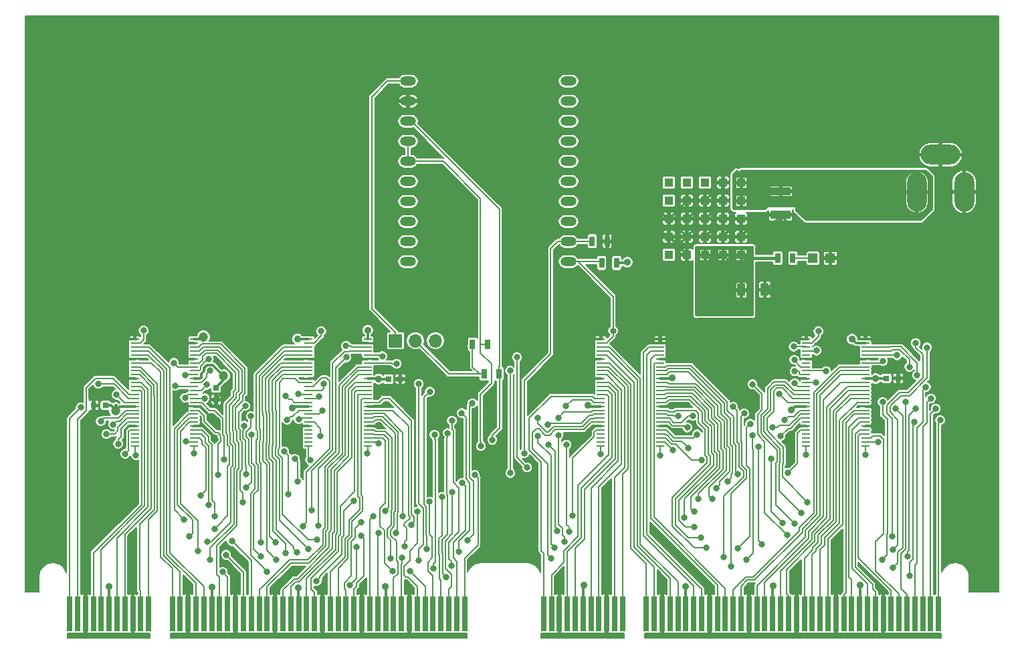
<source format=gbr>
G04 #@! TF.GenerationSoftware,KiCad,Pcbnew,(5.0.0)*
G04 #@! TF.CreationDate,2018-10-29T19:26:43-07:00*
G04 #@! TF.ProjectId,tester_v2,7465737465725F76322E6B696361645F,rev?*
G04 #@! TF.SameCoordinates,Original*
G04 #@! TF.FileFunction,Copper,L1,Top,Signal*
G04 #@! TF.FilePolarity,Positive*
%FSLAX46Y46*%
G04 Gerber Fmt 4.6, Leading zero omitted, Abs format (unit mm)*
G04 Created by KiCad (PCBNEW (5.0.0)) date 10/29/18 19:26:43*
%MOMM*%
%LPD*%
G01*
G04 APERTURE LIST*
G04 #@! TA.AperFunction,ComponentPad*
%ADD10O,2.000000X1.200000*%
G04 #@! TD*
G04 #@! TA.AperFunction,SMDPad,CuDef*
%ADD11R,1.066800X1.066800*%
G04 #@! TD*
G04 #@! TA.AperFunction,SMDPad,CuDef*
%ADD12R,2.500000X1.000000*%
G04 #@! TD*
G04 #@! TA.AperFunction,SMDPad,CuDef*
%ADD13R,1.000000X1.600000*%
G04 #@! TD*
G04 #@! TA.AperFunction,SMDPad,CuDef*
%ADD14R,0.750000X0.800000*%
G04 #@! TD*
G04 #@! TA.AperFunction,SMDPad,CuDef*
%ADD15R,0.800000X0.750000*%
G04 #@! TD*
G04 #@! TA.AperFunction,SMDPad,CuDef*
%ADD16R,1.200000X1.200000*%
G04 #@! TD*
G04 #@! TA.AperFunction,ComponentPad*
%ADD17O,2.500000X5.000000*%
G04 #@! TD*
G04 #@! TA.AperFunction,ComponentPad*
%ADD18O,5.000000X2.500000*%
G04 #@! TD*
G04 #@! TA.AperFunction,ComponentPad*
%ADD19O,1.700000X1.700000*%
G04 #@! TD*
G04 #@! TA.AperFunction,ComponentPad*
%ADD20R,1.700000X1.700000*%
G04 #@! TD*
G04 #@! TA.AperFunction,ConnectorPad*
%ADD21R,0.700000X4.400000*%
G04 #@! TD*
G04 #@! TA.AperFunction,SMDPad,CuDef*
%ADD22R,0.700000X1.300000*%
G04 #@! TD*
G04 #@! TA.AperFunction,SMDPad,CuDef*
%ADD23R,1.000000X0.285000*%
G04 #@! TD*
G04 #@! TA.AperFunction,ViaPad*
%ADD24C,1.200000*%
G04 #@! TD*
G04 #@! TA.AperFunction,ViaPad*
%ADD25C,0.900000*%
G04 #@! TD*
G04 #@! TA.AperFunction,ViaPad*
%ADD26C,0.800000*%
G04 #@! TD*
G04 #@! TA.AperFunction,Conductor*
%ADD27C,0.200000*%
G04 #@! TD*
G04 #@! TA.AperFunction,Conductor*
%ADD28C,0.300000*%
G04 #@! TD*
G04 #@! TA.AperFunction,Conductor*
%ADD29C,0.400000*%
G04 #@! TD*
G04 #@! TA.AperFunction,Conductor*
%ADD30C,0.100000*%
G04 #@! TD*
G04 APERTURE END LIST*
D10*
G04 #@! TO.P,A1,20*
G04 #@! TO.N,/LED_G*
X145160000Y-68570000D03*
G04 #@! TO.P,A1,1*
G04 #@! TO.N,/5V*
X124840000Y-68570000D03*
G04 #@! TO.P,A1,19*
G04 #@! TO.N,/LED_R*
X145160000Y-71110000D03*
G04 #@! TO.P,A1,2*
G04 #@! TO.N,GNDREF*
X124840000Y-71110000D03*
G04 #@! TO.P,A1,18*
G04 #@! TO.N,Net-(A1-Pad18)*
X145160000Y-73650000D03*
G04 #@! TO.P,A1,3*
G04 #@! TO.N,/SCL*
X124840000Y-73650000D03*
G04 #@! TO.P,A1,17*
G04 #@! TO.N,Net-(A1-Pad17)*
X145160000Y-76190000D03*
G04 #@! TO.P,A1,4*
G04 #@! TO.N,/SDA*
X124840000Y-76190000D03*
G04 #@! TO.P,A1,16*
G04 #@! TO.N,Net-(A1-Pad16)*
X145160000Y-78730000D03*
G04 #@! TO.P,A1,5*
G04 #@! TO.N,/SDA*
X124840000Y-78730000D03*
G04 #@! TO.P,A1,15*
G04 #@! TO.N,Net-(A1-Pad15)*
X145160000Y-81270000D03*
G04 #@! TO.P,A1,6*
G04 #@! TO.N,Net-(A1-Pad6)*
X124840000Y-81270000D03*
G04 #@! TO.P,A1,14*
G04 #@! TO.N,Net-(A1-Pad14)*
X145160000Y-83810000D03*
G04 #@! TO.P,A1,7*
G04 #@! TO.N,Net-(A1-Pad7)*
X124840000Y-83810000D03*
G04 #@! TO.P,A1,13*
G04 #@! TO.N,Net-(A1-Pad13)*
X145160000Y-86350000D03*
G04 #@! TO.P,A1,8*
G04 #@! TO.N,Net-(A1-Pad8)*
X124840000Y-86350000D03*
G04 #@! TO.P,A1,12*
G04 #@! TO.N,/~RESET*
X145160000Y-88890000D03*
G04 #@! TO.P,A1,9*
G04 #@! TO.N,Net-(A1-Pad9)*
X124840000Y-88890000D03*
G04 #@! TO.P,A1,11*
G04 #@! TO.N,/~OE*
X145160000Y-91430000D03*
G04 #@! TO.P,A1,10*
G04 #@! TO.N,Net-(A1-Pad10)*
X124840000Y-91430000D03*
G04 #@! TD*
D11*
G04 #@! TO.P,A2,C3*
G04 #@! TO.N,GNDREF*
X162428000Y-86000000D03*
G04 #@! TO.P,A2,C4*
X162428000Y-88286000D03*
G04 #@! TO.P,A2,C5*
G04 #@! TO.N,+3V3*
X162428000Y-90572000D03*
G04 #@! TO.P,A2,C1*
G04 #@! TO.N,Net-(A2-PadC1)*
X162428000Y-81428000D03*
G04 #@! TO.P,A2,C2*
G04 #@! TO.N,GNDREF*
X162428000Y-83714000D03*
G04 #@! TO.P,A2,B3*
X164714000Y-86000000D03*
G04 #@! TO.P,A2,B4*
X164714000Y-88286000D03*
G04 #@! TO.P,A2,B5*
G04 #@! TO.N,+3V3*
X164714000Y-90572000D03*
G04 #@! TO.P,A2,B1*
G04 #@! TO.N,GNDREF*
X164714000Y-81428000D03*
G04 #@! TO.P,A2,B2*
X164714000Y-83714000D03*
G04 #@! TO.P,A2,A5*
G04 #@! TO.N,+3V3*
X167000000Y-90572000D03*
G04 #@! TO.P,A2,A4*
G04 #@! TO.N,GNDREF*
X167000000Y-88286000D03*
G04 #@! TO.P,A2,A2*
G04 #@! TO.N,/VIN*
X167000000Y-83714000D03*
G04 #@! TO.P,A2,A3*
G04 #@! TO.N,GNDREF*
X167000000Y-86000000D03*
G04 #@! TO.P,A2,A1*
G04 #@! TO.N,/VIN*
X167000000Y-81428000D03*
G04 #@! TO.P,A2,E5*
G04 #@! TO.N,Net-(A2-PadE5)*
X157856000Y-90572000D03*
G04 #@! TO.P,A2,E4*
G04 #@! TO.N,GNDREF*
X157856000Y-88286000D03*
G04 #@! TO.P,A2,E2*
G04 #@! TO.N,Net-(A2-PadE2)*
X157856000Y-83714000D03*
G04 #@! TO.P,A2,E3*
G04 #@! TO.N,GNDREF*
X157856000Y-86000000D03*
G04 #@! TO.P,A2,E1*
G04 #@! TO.N,Net-(A2-PadE1)*
X157856000Y-81428000D03*
G04 #@! TO.P,A2,D1*
G04 #@! TO.N,Net-(A2-PadD1)*
X160142000Y-81428000D03*
G04 #@! TO.P,A2,D2*
G04 #@! TO.N,GNDREF*
X160142000Y-83714000D03*
G04 #@! TO.P,A2,D4*
X160142000Y-88286000D03*
G04 #@! TO.P,A2,D3*
X160142000Y-86000000D03*
G04 #@! TO.P,A2,D5*
X160142000Y-90572000D03*
G04 #@! TD*
D12*
G04 #@! TO.P,C1,2*
G04 #@! TO.N,GNDREF*
X172000000Y-85500000D03*
G04 #@! TO.P,C1,1*
G04 #@! TO.N,/VIN*
X172000000Y-82500000D03*
G04 #@! TD*
D13*
G04 #@! TO.P,C2,2*
G04 #@! TO.N,GNDREF*
X170000000Y-95000000D03*
G04 #@! TO.P,C2,1*
G04 #@! TO.N,+3V3*
X167000000Y-95000000D03*
G04 #@! TD*
D14*
G04 #@! TO.P,C4,1*
G04 #@! TO.N,+3V3*
X100550000Y-107400000D03*
G04 #@! TO.P,C4,2*
G04 #@! TO.N,GNDREF*
X100550000Y-108900000D03*
G04 #@! TD*
D15*
G04 #@! TO.P,C5,1*
G04 #@! TO.N,+3V3*
X185400000Y-106200000D03*
G04 #@! TO.P,C5,2*
G04 #@! TO.N,GNDREF*
X186900000Y-106200000D03*
G04 #@! TD*
D16*
G04 #@! TO.P,D1,1*
G04 #@! TO.N,GNDREF*
X178300000Y-91000000D03*
G04 #@! TO.P,D1,2*
G04 #@! TO.N,/PWR_LED*
X176100000Y-91000000D03*
G04 #@! TD*
D17*
G04 #@! TO.P,J1,1*
G04 #@! TO.N,/VIN*
X189250000Y-82600000D03*
G04 #@! TO.P,J1,2*
G04 #@! TO.N,GNDREF*
X195250000Y-82600000D03*
D18*
G04 #@! TO.P,J1,3*
X192250000Y-77900000D03*
G04 #@! TD*
D19*
G04 #@! TO.P,J2,3*
G04 #@! TO.N,+3V3*
X128330000Y-101450000D03*
G04 #@! TO.P,J2,2*
G04 #@! TO.N,/I2C_PU*
X125790000Y-101450000D03*
D20*
G04 #@! TO.P,J2,1*
G04 #@! TO.N,/5V*
X123250000Y-101450000D03*
G04 #@! TD*
D21*
G04 #@! TO.P,P1,1*
G04 #@! TO.N,/rd[31]*
X82000000Y-136000000D03*
G04 #@! TO.P,P1,2*
G04 #@! TO.N,/rd[30]*
X83000000Y-136000000D03*
G04 #@! TO.P,P1,3*
G04 #@! TO.N,GNDREF*
X84000000Y-136000000D03*
G04 #@! TO.P,P1,4*
G04 #@! TO.N,/rd[29]*
X85000000Y-136000000D03*
G04 #@! TO.P,P1,5*
G04 #@! TO.N,/rd[28]*
X86000000Y-136000000D03*
G04 #@! TO.P,P1,6*
G04 #@! TO.N,+3V3*
X87000000Y-136000000D03*
G04 #@! TO.P,P1,7*
G04 #@! TO.N,/rd[27]*
X88000000Y-136000000D03*
G04 #@! TO.P,P1,8*
G04 #@! TO.N,/rd[26]*
X89000000Y-136000000D03*
G04 #@! TO.P,P1,9*
G04 #@! TO.N,GNDREF*
X90000000Y-136000000D03*
G04 #@! TO.P,P1,10*
G04 #@! TO.N,/rd[25]*
X91000000Y-136000000D03*
G04 #@! TO.P,P1,11*
G04 #@! TO.N,/rd[24]*
X92000000Y-136000000D03*
G04 #@! TO.P,P1,12*
G04 #@! TO.N,/rd[23]*
X95000000Y-136000000D03*
G04 #@! TO.P,P1,13*
G04 #@! TO.N,/rd[22]*
X96000000Y-136000000D03*
G04 #@! TO.P,P1,14*
G04 #@! TO.N,GNDREF*
X97000000Y-136000000D03*
G04 #@! TO.P,P1,15*
G04 #@! TO.N,/rd[21]*
X98000000Y-136000000D03*
G04 #@! TO.P,P1,16*
G04 #@! TO.N,/rd[20]*
X99000000Y-136000000D03*
G04 #@! TO.P,P1,17*
G04 #@! TO.N,+3V3*
X100000000Y-136000000D03*
G04 #@! TO.P,P1,18*
G04 #@! TO.N,/rd[19]*
X101000000Y-136000000D03*
G04 #@! TO.P,P1,19*
G04 #@! TO.N,/rd[18]*
X102000000Y-136000000D03*
G04 #@! TO.P,P1,20*
G04 #@! TO.N,GNDREF*
X103000000Y-136000000D03*
G04 #@! TO.P,P1,21*
G04 #@! TO.N,/rd[17]*
X104000000Y-136000000D03*
G04 #@! TO.P,P1,22*
G04 #@! TO.N,/rd[16]*
X105000000Y-136000000D03*
G04 #@! TO.P,P1,23*
G04 #@! TO.N,/rs2[31]*
X106000000Y-136000000D03*
G04 #@! TO.P,P1,24*
G04 #@! TO.N,/rs2[30]*
X107000000Y-136000000D03*
G04 #@! TO.P,P1,25*
G04 #@! TO.N,GNDREF*
X108000000Y-136000000D03*
G04 #@! TO.P,P1,26*
G04 #@! TO.N,/rs2[29]*
X109000000Y-136000000D03*
G04 #@! TO.P,P1,27*
G04 #@! TO.N,/rs2[28]*
X110000000Y-136000000D03*
G04 #@! TO.P,P1,28*
G04 #@! TO.N,+3V3*
X111000000Y-136000000D03*
G04 #@! TO.P,P1,29*
G04 #@! TO.N,/rs2[27]*
X112000000Y-136000000D03*
G04 #@! TO.P,P1,30*
G04 #@! TO.N,/rs2[26]*
X113000000Y-136000000D03*
G04 #@! TO.P,P1,31*
G04 #@! TO.N,GNDREF*
X114000000Y-136000000D03*
G04 #@! TO.P,P1,32*
G04 #@! TO.N,/rs2[25]*
X115000000Y-136000000D03*
G04 #@! TO.P,P1,33*
G04 #@! TO.N,/rs2[24]*
X116000000Y-136000000D03*
G04 #@! TO.P,P1,34*
G04 #@! TO.N,/rs2[23]*
X117000000Y-136000000D03*
G04 #@! TO.P,P1,35*
G04 #@! TO.N,/rs2[22]*
X118000000Y-136000000D03*
G04 #@! TO.P,P1,36*
G04 #@! TO.N,GNDREF*
X119000000Y-136000000D03*
G04 #@! TO.P,P1,37*
G04 #@! TO.N,/rs2[21]*
X120000000Y-136000000D03*
G04 #@! TO.P,P1,38*
G04 #@! TO.N,/rs2[20]*
X121000000Y-136000000D03*
G04 #@! TO.P,P1,39*
G04 #@! TO.N,+3V3*
X122000000Y-136000000D03*
G04 #@! TO.P,P1,40*
G04 #@! TO.N,/rs2[19]*
X123000000Y-136000000D03*
G04 #@! TO.P,P1,41*
G04 #@! TO.N,/rs2[18]*
X124000000Y-136000000D03*
G04 #@! TO.P,P1,42*
G04 #@! TO.N,GNDREF*
X125000000Y-136000000D03*
G04 #@! TO.P,P1,43*
G04 #@! TO.N,/rs2[17]*
X126000000Y-136000000D03*
G04 #@! TO.P,P1,44*
G04 #@! TO.N,/rs2[16]*
X127000000Y-136000000D03*
G04 #@! TO.P,P1,45*
G04 #@! TO.N,/rda[0]*
X128000000Y-136000000D03*
G04 #@! TO.P,P1,46*
G04 #@! TO.N,/rda[1]*
X129000000Y-136000000D03*
G04 #@! TO.P,P1,47*
G04 #@! TO.N,/rda[2]*
X130000000Y-136000000D03*
G04 #@! TO.P,P1,48*
G04 #@! TO.N,/rda[3]*
X131000000Y-136000000D03*
G04 #@! TO.P,P1,49*
G04 #@! TO.N,/rda[4]*
X132000000Y-136000000D03*
G04 #@! TO.P,P1,50*
G04 #@! TO.N,/rd[15]*
X142000000Y-136000000D03*
G04 #@! TO.P,P1,61*
G04 #@! TO.N,/rd[7]*
X155000000Y-136000000D03*
G04 #@! TO.P,P1,51*
G04 #@! TO.N,/rd[14]*
X143000000Y-136000000D03*
G04 #@! TO.P,P1,52*
G04 #@! TO.N,GNDREF*
X144000000Y-136000000D03*
G04 #@! TO.P,P1,53*
G04 #@! TO.N,/rd[13]*
X145000000Y-136000000D03*
G04 #@! TO.P,P1,54*
G04 #@! TO.N,/rd[12]*
X146000000Y-136000000D03*
G04 #@! TO.P,P1,55*
G04 #@! TO.N,+3V3*
X147000000Y-136000000D03*
G04 #@! TO.P,P1,56*
G04 #@! TO.N,/rd[11]*
X148000000Y-136000000D03*
G04 #@! TO.P,P1,57*
G04 #@! TO.N,/rd[10]*
X149000000Y-136000000D03*
G04 #@! TO.P,P1,58*
G04 #@! TO.N,GNDREF*
X150000000Y-136000000D03*
G04 #@! TO.P,P1,59*
G04 #@! TO.N,/rd[9]*
X151000000Y-136000000D03*
G04 #@! TO.P,P1,60*
G04 #@! TO.N,/rd[8]*
X152000000Y-136000000D03*
G04 #@! TO.P,P1,62*
G04 #@! TO.N,/rd[6]*
X156000000Y-136000000D03*
G04 #@! TO.P,P1,63*
G04 #@! TO.N,GNDREF*
X157000000Y-136000000D03*
G04 #@! TO.P,P1,64*
G04 #@! TO.N,/rd[5]*
X158000000Y-136000000D03*
G04 #@! TO.P,P1,65*
G04 #@! TO.N,/rd[4]*
X159000000Y-136000000D03*
G04 #@! TO.P,P1,66*
G04 #@! TO.N,+3V3*
X160000000Y-136000000D03*
G04 #@! TO.P,P1,67*
G04 #@! TO.N,/rd[3]*
X161000000Y-136000000D03*
G04 #@! TO.P,P1,68*
G04 #@! TO.N,/rd[2]*
X162000000Y-136000000D03*
G04 #@! TO.P,P1,69*
G04 #@! TO.N,GNDREF*
X163000000Y-136000000D03*
G04 #@! TO.P,P1,70*
G04 #@! TO.N,/rd[1]*
X164000000Y-136000000D03*
G04 #@! TO.P,P1,71*
G04 #@! TO.N,/rd[0]*
X165000000Y-136000000D03*
G04 #@! TO.P,P1,72*
G04 #@! TO.N,/rs2[15]*
X166000000Y-136000000D03*
G04 #@! TO.P,P1,73*
G04 #@! TO.N,/rs2[14]*
X167000000Y-136000000D03*
G04 #@! TO.P,P1,74*
G04 #@! TO.N,GNDREF*
X168000000Y-136000000D03*
G04 #@! TO.P,P1,75*
G04 #@! TO.N,/rs2[13]*
X169000000Y-136000000D03*
G04 #@! TO.P,P1,76*
G04 #@! TO.N,/rs2[12]*
X170000000Y-136000000D03*
G04 #@! TO.P,P1,77*
G04 #@! TO.N,+3V3*
X171000000Y-136000000D03*
G04 #@! TO.P,P1,78*
G04 #@! TO.N,/rs2[11]*
X172000000Y-136000000D03*
G04 #@! TO.P,P1,79*
G04 #@! TO.N,/rs2[10]*
X173000000Y-136000000D03*
G04 #@! TO.P,P1,80*
G04 #@! TO.N,GNDREF*
X174000000Y-136000000D03*
G04 #@! TO.P,P1,81*
G04 #@! TO.N,/rs2[9]*
X175000000Y-136000000D03*
G04 #@! TO.P,P1,82*
G04 #@! TO.N,/rs2[8]*
X176000000Y-136000000D03*
G04 #@! TO.P,P1,83*
G04 #@! TO.N,/rs2[7]*
X177000000Y-136000000D03*
G04 #@! TO.P,P1,84*
G04 #@! TO.N,/rs2[6]*
X178000000Y-136000000D03*
G04 #@! TO.P,P1,85*
G04 #@! TO.N,GNDREF*
X179000000Y-136000000D03*
G04 #@! TO.P,P1,86*
G04 #@! TO.N,/rs2[5]*
X180000000Y-136000000D03*
G04 #@! TO.P,P1,87*
G04 #@! TO.N,/rs2[4]*
X181000000Y-136000000D03*
G04 #@! TO.P,P1,88*
G04 #@! TO.N,+3V3*
X182000000Y-136000000D03*
G04 #@! TO.P,P1,89*
G04 #@! TO.N,/rs2[3]*
X183000000Y-136000000D03*
G04 #@! TO.P,P1,90*
G04 #@! TO.N,/rs2[2]*
X184000000Y-136000000D03*
G04 #@! TO.P,P1,91*
G04 #@! TO.N,GNDREF*
X185000000Y-136000000D03*
G04 #@! TO.P,P1,92*
G04 #@! TO.N,/rs2[1]*
X186000000Y-136000000D03*
G04 #@! TO.P,P1,93*
G04 #@! TO.N,/rs2[0]*
X187000000Y-136000000D03*
G04 #@! TO.P,P1,94*
G04 #@! TO.N,/nc7*
X188000000Y-136000000D03*
G04 #@! TO.P,P1,95*
G04 #@! TO.N,/nc8*
X189000000Y-136000000D03*
G04 #@! TO.P,P1,96*
G04 #@! TO.N,/nc9*
X190000000Y-136000000D03*
G04 #@! TO.P,P1,97*
G04 #@! TO.N,/nc10*
X191000000Y-136000000D03*
G04 #@! TO.P,P1,98*
G04 #@! TO.N,/nc11*
X192000000Y-136000000D03*
G04 #@! TD*
D22*
G04 #@! TO.P,R1,1*
G04 #@! TO.N,/~RESET*
X148150000Y-88850000D03*
G04 #@! TO.P,R1,2*
G04 #@! TO.N,GNDREF*
X150050000Y-88850000D03*
G04 #@! TD*
G04 #@! TO.P,R2,2*
G04 #@! TO.N,/~OE*
X149350000Y-91600000D03*
G04 #@! TO.P,R2,1*
G04 #@! TO.N,+3V3*
X151250000Y-91600000D03*
G04 #@! TD*
G04 #@! TO.P,R3,1*
G04 #@! TO.N,/I2C_PU*
X133000000Y-101900000D03*
G04 #@! TO.P,R3,2*
G04 #@! TO.N,/SDA*
X134900000Y-101900000D03*
G04 #@! TD*
G04 #@! TO.P,R4,2*
G04 #@! TO.N,/SCL*
X136350000Y-105650000D03*
G04 #@! TO.P,R4,1*
G04 #@! TO.N,/I2C_PU*
X134450000Y-105650000D03*
G04 #@! TD*
G04 #@! TO.P,R5,2*
G04 #@! TO.N,+3V3*
X171650000Y-91000000D03*
G04 #@! TO.P,R5,1*
G04 #@! TO.N,/PWR_LED*
X173550000Y-91000000D03*
G04 #@! TD*
D23*
G04 #@! TO.P,U1,1*
G04 #@! TO.N,/SDA*
X156750000Y-114750000D03*
G04 #@! TO.P,U1,2*
G04 #@! TO.N,/SCL*
X156750000Y-114250000D03*
G04 #@! TO.P,U1,3*
G04 #@! TO.N,/rs1[0]*
X156750000Y-113750000D03*
G04 #@! TO.P,U1,4*
G04 #@! TO.N,/rs1[1]*
X156750000Y-113250000D03*
G04 #@! TO.P,U1,5*
G04 #@! TO.N,/rs1[2]*
X156750000Y-112750000D03*
G04 #@! TO.P,U1,6*
G04 #@! TO.N,GNDREF*
X156750000Y-112250000D03*
G04 #@! TO.P,U1,7*
G04 #@! TO.N,/rs1[3]*
X156750000Y-111750000D03*
G04 #@! TO.P,U1,8*
G04 #@! TO.N,/rs1[4]*
X156750000Y-111250000D03*
G04 #@! TO.P,U1,9*
G04 #@! TO.N,/rs1[5]*
X156750000Y-110750000D03*
G04 #@! TO.P,U1,10*
G04 #@! TO.N,/rs1[6]*
X156750000Y-110250000D03*
G04 #@! TO.P,U1,11*
G04 #@! TO.N,GNDREF*
X156750000Y-109750000D03*
G04 #@! TO.P,U1,12*
G04 #@! TO.N,/rs1[7]*
X156750000Y-109250000D03*
G04 #@! TO.P,U1,13*
G04 #@! TO.N,/rs1[8]*
X156750000Y-108750000D03*
G04 #@! TO.P,U1,14*
G04 #@! TO.N,/rs1[9]*
X156750000Y-108250000D03*
G04 #@! TO.P,U1,15*
G04 #@! TO.N,/rs1[10]*
X156750000Y-107750000D03*
G04 #@! TO.P,U1,16*
G04 #@! TO.N,/rs1[11]*
X156750000Y-107250000D03*
G04 #@! TO.P,U1,17*
G04 #@! TO.N,/rs1[12]*
X156750000Y-106750000D03*
G04 #@! TO.P,U1,18*
G04 #@! TO.N,+3V3*
X156750000Y-106250000D03*
G04 #@! TO.P,U1,19*
G04 #@! TO.N,/rs1[13]*
X156750000Y-105750000D03*
G04 #@! TO.P,U1,20*
G04 #@! TO.N,/rs1[14]*
X156750000Y-105250000D03*
G04 #@! TO.P,U1,21*
G04 #@! TO.N,/rs1[15]*
X156750000Y-104750000D03*
G04 #@! TO.P,U1,22*
G04 #@! TO.N,/rd[0]*
X156750000Y-104250000D03*
G04 #@! TO.P,U1,23*
G04 #@! TO.N,GNDREF*
X156750000Y-103750000D03*
G04 #@! TO.P,U1,24*
G04 #@! TO.N,/rd[1]*
X156750000Y-103250000D03*
G04 #@! TO.P,U1,25*
G04 #@! TO.N,/rd[2]*
X156750000Y-102750000D03*
G04 #@! TO.P,U1,26*
G04 #@! TO.N,/rd[3]*
X156750000Y-102250000D03*
G04 #@! TO.P,U1,27*
G04 #@! TO.N,GNDREF*
X156750000Y-101750000D03*
G04 #@! TO.P,U1,28*
X156750000Y-101250000D03*
G04 #@! TO.P,U1,29*
X149250000Y-101250000D03*
G04 #@! TO.P,U1,30*
G04 #@! TO.N,/~OE*
X149250000Y-101750000D03*
G04 #@! TO.P,U1,31*
G04 #@! TO.N,/rd[4]*
X149250000Y-102250000D03*
G04 #@! TO.P,U1,32*
G04 #@! TO.N,/rd[5]*
X149250000Y-102750000D03*
G04 #@! TO.P,U1,33*
G04 #@! TO.N,/rd[6]*
X149250000Y-103250000D03*
G04 #@! TO.P,U1,34*
G04 #@! TO.N,GNDREF*
X149250000Y-103750000D03*
G04 #@! TO.P,U1,35*
G04 #@! TO.N,/rd[7]*
X149250000Y-104250000D03*
G04 #@! TO.P,U1,36*
G04 #@! TO.N,/rd[8]*
X149250000Y-104750000D03*
G04 #@! TO.P,U1,37*
G04 #@! TO.N,/rd[9]*
X149250000Y-105250000D03*
G04 #@! TO.P,U1,38*
G04 #@! TO.N,/rd[10]*
X149250000Y-105750000D03*
G04 #@! TO.P,U1,39*
G04 #@! TO.N,GNDREF*
X149250000Y-106250000D03*
G04 #@! TO.P,U1,40*
G04 #@! TO.N,/rd[11]*
X149250000Y-106750000D03*
G04 #@! TO.P,U1,41*
G04 #@! TO.N,/rd[12]*
X149250000Y-107250000D03*
G04 #@! TO.P,U1,42*
G04 #@! TO.N,/rd[13]*
X149250000Y-107750000D03*
G04 #@! TO.P,U1,43*
G04 #@! TO.N,/rd[14]*
X149250000Y-108250000D03*
G04 #@! TO.P,U1,44*
G04 #@! TO.N,/rd[15]*
X149250000Y-108750000D03*
G04 #@! TO.P,U1,45*
G04 #@! TO.N,/rs1a[0]*
X149250000Y-109250000D03*
G04 #@! TO.P,U1,46*
G04 #@! TO.N,+3V3*
X149250000Y-109750000D03*
G04 #@! TO.P,U1,47*
G04 #@! TO.N,/rs1a[1]*
X149250000Y-110250000D03*
G04 #@! TO.P,U1,48*
G04 #@! TO.N,/rs1a[2]*
X149250000Y-110750000D03*
G04 #@! TO.P,U1,49*
G04 #@! TO.N,/rs1a[3]*
X149250000Y-111250000D03*
G04 #@! TO.P,U1,50*
G04 #@! TO.N,/rs1a[4]*
X149250000Y-111750000D03*
G04 #@! TO.P,U1,51*
G04 #@! TO.N,GNDREF*
X149250000Y-112250000D03*
G04 #@! TO.P,U1,52*
G04 #@! TO.N,/~rs1_rd*
X149250000Y-112750000D03*
G04 #@! TO.P,U1,53*
G04 #@! TO.N,Net-(U1-Pad53)*
X149250000Y-113250000D03*
G04 #@! TO.P,U1,54*
G04 #@! TO.N,Net-(U1-Pad54)*
X149250000Y-113750000D03*
G04 #@! TO.P,U1,55*
G04 #@! TO.N,Net-(U1-Pad55)*
X149250000Y-114250000D03*
G04 #@! TO.P,U1,56*
G04 #@! TO.N,/~RESET*
X149250000Y-114750000D03*
G04 #@! TD*
G04 #@! TO.P,U2,56*
G04 #@! TO.N,/~RESET*
X175250000Y-114750000D03*
G04 #@! TO.P,U2,55*
G04 #@! TO.N,Net-(U2-Pad55)*
X175250000Y-114250000D03*
G04 #@! TO.P,U2,54*
G04 #@! TO.N,Net-(U2-Pad54)*
X175250000Y-113750000D03*
G04 #@! TO.P,U2,53*
G04 #@! TO.N,Net-(U2-Pad53)*
X175250000Y-113250000D03*
G04 #@! TO.P,U2,52*
G04 #@! TO.N,/~rs2_rd*
X175250000Y-112750000D03*
G04 #@! TO.P,U2,51*
G04 #@! TO.N,GNDREF*
X175250000Y-112250000D03*
G04 #@! TO.P,U2,50*
G04 #@! TO.N,Net-(U2-Pad50)*
X175250000Y-111750000D03*
G04 #@! TO.P,U2,49*
G04 #@! TO.N,/f[3]*
X175250000Y-111250000D03*
G04 #@! TO.P,U2,48*
G04 #@! TO.N,/f[2]*
X175250000Y-110750000D03*
G04 #@! TO.P,U2,47*
G04 #@! TO.N,/f[1]*
X175250000Y-110250000D03*
G04 #@! TO.P,U2,46*
G04 #@! TO.N,+3V3*
X175250000Y-109750000D03*
G04 #@! TO.P,U2,45*
G04 #@! TO.N,/f[0]*
X175250000Y-109250000D03*
G04 #@! TO.P,U2,44*
G04 #@! TO.N,/nc15*
X175250000Y-108750000D03*
G04 #@! TO.P,U2,43*
G04 #@! TO.N,/nc14*
X175250000Y-108250000D03*
G04 #@! TO.P,U2,42*
G04 #@! TO.N,/nc13*
X175250000Y-107750000D03*
G04 #@! TO.P,U2,41*
G04 #@! TO.N,/nc12*
X175250000Y-107250000D03*
G04 #@! TO.P,U2,40*
G04 #@! TO.N,/nc11*
X175250000Y-106750000D03*
G04 #@! TO.P,U2,39*
G04 #@! TO.N,GNDREF*
X175250000Y-106250000D03*
G04 #@! TO.P,U2,38*
G04 #@! TO.N,/nc10*
X175250000Y-105750000D03*
G04 #@! TO.P,U2,37*
G04 #@! TO.N,/nc9*
X175250000Y-105250000D03*
G04 #@! TO.P,U2,36*
G04 #@! TO.N,/nc8*
X175250000Y-104750000D03*
G04 #@! TO.P,U2,35*
G04 #@! TO.N,Net-(U2-Pad35)*
X175250000Y-104250000D03*
G04 #@! TO.P,U2,34*
G04 #@! TO.N,GNDREF*
X175250000Y-103750000D03*
G04 #@! TO.P,U2,33*
G04 #@! TO.N,Net-(U2-Pad33)*
X175250000Y-103250000D03*
G04 #@! TO.P,U2,32*
G04 #@! TO.N,/~alu_oe*
X175250000Y-102750000D03*
G04 #@! TO.P,U2,31*
G04 #@! TO.N,/~shift_oe*
X175250000Y-102250000D03*
G04 #@! TO.P,U2,30*
G04 #@! TO.N,/~OE*
X175250000Y-101750000D03*
G04 #@! TO.P,U2,29*
G04 #@! TO.N,GNDREF*
X175250000Y-101250000D03*
G04 #@! TO.P,U2,28*
X182750000Y-101250000D03*
G04 #@! TO.P,U2,27*
G04 #@! TO.N,+3V3*
X182750000Y-101750000D03*
G04 #@! TO.P,U2,26*
G04 #@! TO.N,/~BOOT_ALU_EN*
X182750000Y-102250000D03*
G04 #@! TO.P,U2,25*
G04 #@! TO.N,/BOOT_CLK*
X182750000Y-102750000D03*
G04 #@! TO.P,U2,24*
G04 #@! TO.N,/~BOOT_RST*
X182750000Y-103250000D03*
G04 #@! TO.P,U2,23*
G04 #@! TO.N,GNDREF*
X182750000Y-103750000D03*
G04 #@! TO.P,U2,22*
G04 #@! TO.N,/~BOOT_WR*
X182750000Y-104250000D03*
G04 #@! TO.P,U2,21*
G04 #@! TO.N,/rs2[15]*
X182750000Y-104750000D03*
G04 #@! TO.P,U2,20*
G04 #@! TO.N,/rs2[14]*
X182750000Y-105250000D03*
G04 #@! TO.P,U2,19*
G04 #@! TO.N,/rs2[13]*
X182750000Y-105750000D03*
G04 #@! TO.P,U2,18*
G04 #@! TO.N,+3V3*
X182750000Y-106250000D03*
G04 #@! TO.P,U2,17*
G04 #@! TO.N,/rs2[12]*
X182750000Y-106750000D03*
G04 #@! TO.P,U2,16*
G04 #@! TO.N,/rs2[11]*
X182750000Y-107250000D03*
G04 #@! TO.P,U2,15*
G04 #@! TO.N,/rs2[10]*
X182750000Y-107750000D03*
G04 #@! TO.P,U2,14*
G04 #@! TO.N,/rs2[9]*
X182750000Y-108250000D03*
G04 #@! TO.P,U2,13*
G04 #@! TO.N,/rs2[8]*
X182750000Y-108750000D03*
G04 #@! TO.P,U2,12*
G04 #@! TO.N,/rs2[7]*
X182750000Y-109250000D03*
G04 #@! TO.P,U2,11*
G04 #@! TO.N,GNDREF*
X182750000Y-109750000D03*
G04 #@! TO.P,U2,10*
G04 #@! TO.N,/rs2[6]*
X182750000Y-110250000D03*
G04 #@! TO.P,U2,9*
G04 #@! TO.N,/rs2[5]*
X182750000Y-110750000D03*
G04 #@! TO.P,U2,8*
G04 #@! TO.N,/rs2[4]*
X182750000Y-111250000D03*
G04 #@! TO.P,U2,7*
G04 #@! TO.N,/rs2[3]*
X182750000Y-111750000D03*
G04 #@! TO.P,U2,6*
G04 #@! TO.N,GNDREF*
X182750000Y-112250000D03*
G04 #@! TO.P,U2,5*
G04 #@! TO.N,/rs2[2]*
X182750000Y-112750000D03*
G04 #@! TO.P,U2,4*
G04 #@! TO.N,/rs2[1]*
X182750000Y-113250000D03*
G04 #@! TO.P,U2,3*
G04 #@! TO.N,/rs2[0]*
X182750000Y-113750000D03*
G04 #@! TO.P,U2,2*
G04 #@! TO.N,/SCL*
X182750000Y-114250000D03*
G04 #@! TO.P,U2,1*
G04 #@! TO.N,/SDA*
X182750000Y-114750000D03*
G04 #@! TD*
G04 #@! TO.P,U3,1*
G04 #@! TO.N,/SDA*
X97750000Y-114750000D03*
G04 #@! TO.P,U3,2*
G04 #@! TO.N,/SCL*
X97750000Y-114250000D03*
G04 #@! TO.P,U3,3*
G04 #@! TO.N,/rs1[16]*
X97750000Y-113750000D03*
G04 #@! TO.P,U3,4*
G04 #@! TO.N,/rs1[17]*
X97750000Y-113250000D03*
G04 #@! TO.P,U3,5*
G04 #@! TO.N,/rs1[18]*
X97750000Y-112750000D03*
G04 #@! TO.P,U3,6*
G04 #@! TO.N,GNDREF*
X97750000Y-112250000D03*
G04 #@! TO.P,U3,7*
G04 #@! TO.N,/rs1[19]*
X97750000Y-111750000D03*
G04 #@! TO.P,U3,8*
G04 #@! TO.N,/rs1[20]*
X97750000Y-111250000D03*
G04 #@! TO.P,U3,9*
G04 #@! TO.N,/rs1[21]*
X97750000Y-110750000D03*
G04 #@! TO.P,U3,10*
G04 #@! TO.N,/rs1[22]*
X97750000Y-110250000D03*
G04 #@! TO.P,U3,11*
G04 #@! TO.N,GNDREF*
X97750000Y-109750000D03*
G04 #@! TO.P,U3,12*
G04 #@! TO.N,/rs1[23]*
X97750000Y-109250000D03*
G04 #@! TO.P,U3,13*
G04 #@! TO.N,/rs1[24]*
X97750000Y-108750000D03*
G04 #@! TO.P,U3,14*
G04 #@! TO.N,/rs1[25]*
X97750000Y-108250000D03*
G04 #@! TO.P,U3,15*
G04 #@! TO.N,/rs1[26]*
X97750000Y-107750000D03*
G04 #@! TO.P,U3,16*
G04 #@! TO.N,/rs1[27]*
X97750000Y-107250000D03*
G04 #@! TO.P,U3,17*
G04 #@! TO.N,/rs1[28]*
X97750000Y-106750000D03*
G04 #@! TO.P,U3,18*
G04 #@! TO.N,+3V3*
X97750000Y-106250000D03*
G04 #@! TO.P,U3,19*
G04 #@! TO.N,/rs1[29]*
X97750000Y-105750000D03*
G04 #@! TO.P,U3,20*
G04 #@! TO.N,/rs1[30]*
X97750000Y-105250000D03*
G04 #@! TO.P,U3,21*
G04 #@! TO.N,/rs1[31]*
X97750000Y-104750000D03*
G04 #@! TO.P,U3,22*
G04 #@! TO.N,/rd[16]*
X97750000Y-104250000D03*
G04 #@! TO.P,U3,23*
G04 #@! TO.N,GNDREF*
X97750000Y-103750000D03*
G04 #@! TO.P,U3,24*
G04 #@! TO.N,/rd[17]*
X97750000Y-103250000D03*
G04 #@! TO.P,U3,25*
G04 #@! TO.N,/rd[18]*
X97750000Y-102750000D03*
G04 #@! TO.P,U3,26*
G04 #@! TO.N,/rd[19]*
X97750000Y-102250000D03*
G04 #@! TO.P,U3,27*
G04 #@! TO.N,GNDREF*
X97750000Y-101750000D03*
G04 #@! TO.P,U3,28*
G04 #@! TO.N,+3V3*
X97750000Y-101250000D03*
G04 #@! TO.P,U3,29*
G04 #@! TO.N,GNDREF*
X90250000Y-101250000D03*
G04 #@! TO.P,U3,30*
G04 #@! TO.N,/~OE*
X90250000Y-101750000D03*
G04 #@! TO.P,U3,31*
G04 #@! TO.N,/rd[20]*
X90250000Y-102250000D03*
G04 #@! TO.P,U3,32*
G04 #@! TO.N,/rd[21]*
X90250000Y-102750000D03*
G04 #@! TO.P,U3,33*
G04 #@! TO.N,/rd[22]*
X90250000Y-103250000D03*
G04 #@! TO.P,U3,34*
G04 #@! TO.N,GNDREF*
X90250000Y-103750000D03*
G04 #@! TO.P,U3,35*
G04 #@! TO.N,/rd[23]*
X90250000Y-104250000D03*
G04 #@! TO.P,U3,36*
G04 #@! TO.N,/rd[24]*
X90250000Y-104750000D03*
G04 #@! TO.P,U3,37*
G04 #@! TO.N,/rd[25]*
X90250000Y-105250000D03*
G04 #@! TO.P,U3,38*
G04 #@! TO.N,/rd[26]*
X90250000Y-105750000D03*
G04 #@! TO.P,U3,39*
G04 #@! TO.N,GNDREF*
X90250000Y-106250000D03*
G04 #@! TO.P,U3,40*
G04 #@! TO.N,/rd[27]*
X90250000Y-106750000D03*
G04 #@! TO.P,U3,41*
G04 #@! TO.N,/rd[28]*
X90250000Y-107250000D03*
G04 #@! TO.P,U3,42*
G04 #@! TO.N,/rd[29]*
X90250000Y-107750000D03*
G04 #@! TO.P,U3,43*
G04 #@! TO.N,/rd[30]*
X90250000Y-108250000D03*
G04 #@! TO.P,U3,44*
G04 #@! TO.N,/rd[31]*
X90250000Y-108750000D03*
G04 #@! TO.P,U3,45*
G04 #@! TO.N,/rda[0]*
X90250000Y-109250000D03*
G04 #@! TO.P,U3,46*
G04 #@! TO.N,+3V3*
X90250000Y-109750000D03*
G04 #@! TO.P,U3,47*
G04 #@! TO.N,/rda[1]*
X90250000Y-110250000D03*
G04 #@! TO.P,U3,48*
G04 #@! TO.N,/rda[2]*
X90250000Y-110750000D03*
G04 #@! TO.P,U3,49*
G04 #@! TO.N,/rda[3]*
X90250000Y-111250000D03*
G04 #@! TO.P,U3,50*
G04 #@! TO.N,/rda[4]*
X90250000Y-111750000D03*
G04 #@! TO.P,U3,51*
G04 #@! TO.N,GNDREF*
X90250000Y-112250000D03*
G04 #@! TO.P,U3,52*
G04 #@! TO.N,/~rd_wr*
X90250000Y-112750000D03*
G04 #@! TO.P,U3,53*
G04 #@! TO.N,Net-(U3-Pad53)*
X90250000Y-113250000D03*
G04 #@! TO.P,U3,54*
G04 #@! TO.N,Net-(U3-Pad54)*
X90250000Y-113750000D03*
G04 #@! TO.P,U3,55*
G04 #@! TO.N,Net-(U3-Pad55)*
X90250000Y-114250000D03*
G04 #@! TO.P,U3,56*
G04 #@! TO.N,/~RESET*
X90250000Y-114750000D03*
G04 #@! TD*
G04 #@! TO.P,U4,56*
G04 #@! TO.N,/~RESET*
X112250000Y-114750000D03*
G04 #@! TO.P,U4,55*
G04 #@! TO.N,Net-(U4-Pad55)*
X112250000Y-114250000D03*
G04 #@! TO.P,U4,54*
G04 #@! TO.N,Net-(U4-Pad54)*
X112250000Y-113750000D03*
G04 #@! TO.P,U4,53*
G04 #@! TO.N,Net-(U4-Pad53)*
X112250000Y-113250000D03*
G04 #@! TO.P,U4,52*
G04 #@! TO.N,Net-(U4-Pad52)*
X112250000Y-112750000D03*
G04 #@! TO.P,U4,51*
G04 #@! TO.N,GNDREF*
X112250000Y-112250000D03*
G04 #@! TO.P,U4,50*
G04 #@! TO.N,/rs2a[4]*
X112250000Y-111750000D03*
G04 #@! TO.P,U4,49*
G04 #@! TO.N,/rs2a[3]*
X112250000Y-111250000D03*
G04 #@! TO.P,U4,48*
G04 #@! TO.N,/rs2a[2]*
X112250000Y-110750000D03*
G04 #@! TO.P,U4,47*
G04 #@! TO.N,/rs2a[1]*
X112250000Y-110250000D03*
G04 #@! TO.P,U4,46*
G04 #@! TO.N,+3V3*
X112250000Y-109750000D03*
G04 #@! TO.P,U4,45*
G04 #@! TO.N,/rs2a[0]*
X112250000Y-109250000D03*
G04 #@! TO.P,U4,44*
G04 #@! TO.N,/nc7*
X112250000Y-108750000D03*
G04 #@! TO.P,U4,43*
G04 #@! TO.N,/nc6*
X112250000Y-108250000D03*
G04 #@! TO.P,U4,42*
G04 #@! TO.N,/nc5*
X112250000Y-107750000D03*
G04 #@! TO.P,U4,41*
G04 #@! TO.N,/nc4*
X112250000Y-107250000D03*
G04 #@! TO.P,U4,40*
G04 #@! TO.N,/nc3*
X112250000Y-106750000D03*
G04 #@! TO.P,U4,39*
G04 #@! TO.N,GNDREF*
X112250000Y-106250000D03*
G04 #@! TO.P,U4,38*
G04 #@! TO.N,/nc2*
X112250000Y-105750000D03*
G04 #@! TO.P,U4,37*
G04 #@! TO.N,/nc1*
X112250000Y-105250000D03*
G04 #@! TO.P,U4,36*
G04 #@! TO.N,/nc0*
X112250000Y-104750000D03*
G04 #@! TO.P,U4,35*
G04 #@! TO.N,/nc23*
X112250000Y-104250000D03*
G04 #@! TO.P,U4,34*
G04 #@! TO.N,GNDREF*
X112250000Y-103750000D03*
G04 #@! TO.P,U4,33*
G04 #@! TO.N,/nc22*
X112250000Y-103250000D03*
G04 #@! TO.P,U4,32*
G04 #@! TO.N,/nc21*
X112250000Y-102750000D03*
G04 #@! TO.P,U4,31*
G04 #@! TO.N,/nc20*
X112250000Y-102250000D03*
G04 #@! TO.P,U4,30*
G04 #@! TO.N,/~OE*
X112250000Y-101750000D03*
G04 #@! TO.P,U4,29*
G04 #@! TO.N,+3V3*
X112250000Y-101250000D03*
G04 #@! TO.P,U4,28*
X119750000Y-101250000D03*
G04 #@! TO.P,U4,27*
G04 #@! TO.N,GNDREF*
X119750000Y-101750000D03*
G04 #@! TO.P,U4,26*
G04 #@! TO.N,/nc19*
X119750000Y-102250000D03*
G04 #@! TO.P,U4,25*
G04 #@! TO.N,/nc18*
X119750000Y-102750000D03*
G04 #@! TO.P,U4,24*
G04 #@! TO.N,/nc17*
X119750000Y-103250000D03*
G04 #@! TO.P,U4,23*
G04 #@! TO.N,GNDREF*
X119750000Y-103750000D03*
G04 #@! TO.P,U4,22*
G04 #@! TO.N,/nc16*
X119750000Y-104250000D03*
G04 #@! TO.P,U4,21*
G04 #@! TO.N,/rs2[31]*
X119750000Y-104750000D03*
G04 #@! TO.P,U4,20*
G04 #@! TO.N,/rs2[30]*
X119750000Y-105250000D03*
G04 #@! TO.P,U4,19*
G04 #@! TO.N,/rs2[29]*
X119750000Y-105750000D03*
G04 #@! TO.P,U4,18*
G04 #@! TO.N,+3V3*
X119750000Y-106250000D03*
G04 #@! TO.P,U4,17*
G04 #@! TO.N,/rs2[28]*
X119750000Y-106750000D03*
G04 #@! TO.P,U4,16*
G04 #@! TO.N,/rs2[27]*
X119750000Y-107250000D03*
G04 #@! TO.P,U4,15*
G04 #@! TO.N,/rs2[26]*
X119750000Y-107750000D03*
G04 #@! TO.P,U4,14*
G04 #@! TO.N,/rs2[25]*
X119750000Y-108250000D03*
G04 #@! TO.P,U4,13*
G04 #@! TO.N,/rs2[24]*
X119750000Y-108750000D03*
G04 #@! TO.P,U4,12*
G04 #@! TO.N,/rs2[23]*
X119750000Y-109250000D03*
G04 #@! TO.P,U4,11*
G04 #@! TO.N,GNDREF*
X119750000Y-109750000D03*
G04 #@! TO.P,U4,10*
G04 #@! TO.N,/rs2[22]*
X119750000Y-110250000D03*
G04 #@! TO.P,U4,9*
G04 #@! TO.N,/rs2[21]*
X119750000Y-110750000D03*
G04 #@! TO.P,U4,8*
G04 #@! TO.N,/rs2[20]*
X119750000Y-111250000D03*
G04 #@! TO.P,U4,7*
G04 #@! TO.N,/rs2[19]*
X119750000Y-111750000D03*
G04 #@! TO.P,U4,6*
G04 #@! TO.N,GNDREF*
X119750000Y-112250000D03*
G04 #@! TO.P,U4,5*
G04 #@! TO.N,/rs2[18]*
X119750000Y-112750000D03*
G04 #@! TO.P,U4,4*
G04 #@! TO.N,/rs2[17]*
X119750000Y-113250000D03*
G04 #@! TO.P,U4,3*
G04 #@! TO.N,/rs2[16]*
X119750000Y-113750000D03*
G04 #@! TO.P,U4,2*
G04 #@! TO.N,/SCL*
X119750000Y-114250000D03*
G04 #@! TO.P,U4,1*
G04 #@! TO.N,/SDA*
X119750000Y-114750000D03*
G04 #@! TD*
D15*
G04 #@! TO.P,C3,1*
G04 #@! TO.N,+3V3*
X86550000Y-109650000D03*
G04 #@! TO.P,C3,2*
G04 #@! TO.N,GNDREF*
X85050000Y-109650000D03*
G04 #@! TD*
G04 #@! TO.P,C8,1*
G04 #@! TO.N,+3V3*
X122350000Y-106300000D03*
G04 #@! TO.P,C8,2*
G04 #@! TO.N,GNDREF*
X123850000Y-106300000D03*
G04 #@! TD*
D24*
G04 #@! TO.N,GNDREF*
X84995891Y-108395891D03*
X88650000Y-100650000D03*
X96450000Y-100150000D03*
X99950000Y-111200000D03*
X95450000Y-102600000D03*
X86850000Y-114650000D03*
D25*
X125200000Y-106150000D03*
X113700000Y-105350000D03*
X113700000Y-103750000D03*
X121100000Y-112200000D03*
X122100000Y-109500000D03*
X118250000Y-103750000D03*
X118250000Y-101350000D03*
X147750000Y-103750000D03*
X147850000Y-106300000D03*
X147750000Y-101300000D03*
X158350000Y-103700000D03*
X158350000Y-101700000D03*
X158200000Y-109650000D03*
X172300000Y-105700000D03*
X177650000Y-103700000D03*
X173100000Y-100850000D03*
X186800000Y-107250000D03*
X184100000Y-109850000D03*
X184250000Y-112400000D03*
X181150000Y-103750000D03*
X184250000Y-100800000D03*
X159000000Y-89400000D03*
X159000000Y-87150000D03*
X161250000Y-87200000D03*
X163600000Y-87150000D03*
X159050000Y-84850000D03*
X161300000Y-84900000D03*
X163600000Y-84900000D03*
X163550000Y-82600000D03*
X165800000Y-87150000D03*
X168200000Y-87050000D03*
X156500000Y-87150000D03*
X156600000Y-84900000D03*
X151350000Y-88900000D03*
X84000000Y-132300000D03*
X90000000Y-132400000D03*
X97000000Y-132700000D03*
X103000000Y-132650000D03*
X108050000Y-132700000D03*
X114000000Y-132650000D03*
X119100000Y-132500000D03*
X125000000Y-132600000D03*
X144000000Y-132350000D03*
X149950000Y-132500000D03*
X157000000Y-132600000D03*
X163000000Y-132500000D03*
X168000000Y-132850000D03*
X174000000Y-132500000D03*
X178950000Y-132400000D03*
X184399664Y-132550336D03*
D24*
X88550000Y-105099944D03*
X88600000Y-102499911D03*
X101801801Y-107873357D03*
D25*
X104662900Y-108759979D03*
X100334209Y-113828674D03*
X110850000Y-112500000D03*
X146996889Y-113846889D03*
X173393646Y-113286467D03*
X168899957Y-109700000D03*
X170000000Y-96850000D03*
X178500000Y-92500000D03*
X172000000Y-86750000D03*
X173200000Y-86750000D03*
X170900000Y-86750000D03*
X170050000Y-93250000D03*
X171400000Y-93800000D03*
X171400000Y-96200000D03*
X163305039Y-106167059D03*
X158899990Y-113000000D03*
D26*
G04 #@! TO.N,/SCL*
X96750022Y-114224216D03*
X184350000Y-114250000D03*
X135500000Y-114000000D03*
X121089852Y-114450034D03*
X158366806Y-115250034D03*
G04 #@! TO.N,/SDA*
X134050000Y-114774500D03*
X156750000Y-115999994D03*
X182750006Y-115900000D03*
X97700000Y-115750000D03*
X119700000Y-115700000D03*
G04 #@! TO.N,/~RESET*
X149225000Y-115800000D03*
X175250000Y-115875000D03*
X90409891Y-115948763D03*
X139550000Y-115700000D03*
X112431988Y-116523676D03*
G04 #@! TO.N,/~OE*
X91350000Y-100150000D03*
X113850000Y-100250000D03*
X150800000Y-100200000D03*
X176800000Y-100250000D03*
D25*
G04 #@! TO.N,+3V3*
X121100000Y-106300000D03*
X110850000Y-101200000D03*
X110205006Y-109950206D03*
X119750000Y-100100000D03*
X147650000Y-109650000D03*
X158300000Y-106149933D03*
X184050000Y-106250000D03*
X181050000Y-101250000D03*
X152600000Y-91500000D03*
X165750000Y-91600000D03*
X163550000Y-91600000D03*
X162400000Y-92800000D03*
X164700000Y-92700000D03*
X163650000Y-93950000D03*
X162450000Y-95000000D03*
X164850000Y-94950000D03*
X166700000Y-92650000D03*
X165750000Y-93700000D03*
X163700000Y-96100000D03*
X164950000Y-97000000D03*
X162550000Y-97000000D03*
X166500000Y-97000000D03*
X167950000Y-91850000D03*
X167900000Y-93550000D03*
X167700000Y-97400000D03*
X86950000Y-132600000D03*
X100000000Y-132650000D03*
X110950000Y-132750000D03*
X121950000Y-132550000D03*
X147100000Y-132400000D03*
X160000000Y-132550000D03*
X171050000Y-132450000D03*
X182050000Y-132400000D03*
D24*
X101500000Y-105900000D03*
D25*
X173380487Y-110244936D03*
D24*
X87826362Y-110294816D03*
X98958113Y-100949944D03*
D26*
G04 #@! TO.N,/rd[31]*
X83399990Y-109900000D03*
X85622781Y-106904151D03*
G04 #@! TO.N,/rs1[31]*
X95200000Y-104250000D03*
G04 #@! TO.N,/rs1[30]*
X99569085Y-103749988D03*
G04 #@! TO.N,/rs1[29]*
X96625448Y-105776110D03*
G04 #@! TO.N,/rs1[28]*
X99769387Y-105250008D03*
G04 #@! TO.N,/rs1[27]*
X95400000Y-107150000D03*
G04 #@! TO.N,/rs1[26]*
X99378127Y-107020751D03*
G04 #@! TO.N,/rs1[25]*
X96603364Y-108664720D03*
G04 #@! TO.N,/rs1[24]*
X99110056Y-108728653D03*
G04 #@! TO.N,/rd[18]*
X101350000Y-130700000D03*
X99799996Y-129150000D03*
G04 #@! TO.N,/rd[17]*
X101800002Y-128550000D03*
X99400000Y-126900000D03*
G04 #@! TO.N,/rd[16]*
X102542698Y-126839210D03*
X100350000Y-125250000D03*
G04 #@! TO.N,/rs2[23]*
X125228594Y-124747398D03*
X118900000Y-124449998D03*
G04 #@! TO.N,/rs2[22]*
X118883161Y-126093473D03*
X124400000Y-127450000D03*
G04 #@! TO.N,/rs2[21]*
X124192675Y-123633612D03*
X120400000Y-123700000D03*
G04 #@! TO.N,/rs2[20]*
X121150000Y-125800000D03*
X123350034Y-125750000D03*
G04 #@! TO.N,/rs2[18]*
X122600000Y-129000000D03*
X124100000Y-128950012D03*
G04 #@! TO.N,/rs2[17]*
X125990634Y-123078203D03*
X121992641Y-122999990D03*
G04 #@! TO.N,/rs2[16]*
X125050033Y-130650000D03*
X122849980Y-130600000D03*
G04 #@! TO.N,/rda[0]*
X103900000Y-121850000D03*
X127575400Y-121834621D03*
X87950000Y-108300000D03*
X104229649Y-109716440D03*
G04 #@! TO.N,/rda[1]*
X129110562Y-121203582D03*
X109700010Y-120900000D03*
X109161387Y-115450791D03*
X85950000Y-111650000D03*
G04 #@! TO.N,/rda[2]*
X130458707Y-120603145D03*
X104314647Y-120045388D03*
X104924636Y-111008439D03*
X87533967Y-112051415D03*
G04 #@! TO.N,/rda[3]*
X110900000Y-119250000D03*
X131683181Y-119423839D03*
X110500000Y-116400000D03*
X86650000Y-113250000D03*
G04 #@! TO.N,/rda[4]*
X133300000Y-118450000D03*
X104349979Y-118300000D03*
X104122173Y-112199685D03*
X88150000Y-114500000D03*
G04 #@! TO.N,/rs1[23]*
X101510010Y-116500010D03*
G04 #@! TO.N,/rs1[22]*
X100750000Y-118400000D03*
G04 #@! TO.N,/rs1[21]*
X96500000Y-124100000D03*
G04 #@! TO.N,/rs1[20]*
X97150000Y-126250000D03*
G04 #@! TO.N,/rs1[19]*
X98250000Y-128050000D03*
G04 #@! TO.N,/rs1[18]*
X100400000Y-123700000D03*
G04 #@! TO.N,/rs1[17]*
X99600000Y-122250000D03*
G04 #@! TO.N,/rs1[16]*
X98615711Y-121015711D03*
G04 #@! TO.N,/nc18*
X112650000Y-122900000D03*
G04 #@! TO.N,/nc19*
X117050000Y-103550000D03*
X117000000Y-102100000D03*
X113449924Y-124865345D03*
G04 #@! TO.N,/~rd_wr*
X105049899Y-113297925D03*
X106989760Y-130731426D03*
X89056104Y-115764575D03*
G04 #@! TO.N,/nc20*
X106200010Y-128757226D03*
G04 #@! TO.N,/nc21*
X106200010Y-126958553D03*
G04 #@! TO.N,/~rs2_rd*
X118000000Y-121700000D03*
X172950000Y-118150000D03*
X113271063Y-131894238D03*
G04 #@! TO.N,/nc22*
X108150000Y-129200000D03*
G04 #@! TO.N,/nc23*
X108100000Y-126950000D03*
G04 #@! TO.N,/~rs1_rd*
X117500000Y-132400000D03*
X145650000Y-123550000D03*
X118350111Y-127550000D03*
G04 #@! TO.N,/nc0*
X109344982Y-128355018D03*
G04 #@! TO.N,/nc1*
X110750000Y-128249979D03*
G04 #@! TO.N,/nc2*
X112200000Y-127849968D03*
G04 #@! TO.N,/nc3*
X113350000Y-126650000D03*
G04 #@! TO.N,/nc4*
X111500000Y-124900000D03*
G04 #@! TO.N,/nc5*
X126200000Y-106900000D03*
X114199990Y-106907099D03*
X126150000Y-129250000D03*
G04 #@! TO.N,/nc6*
X127608750Y-107884470D03*
X127199924Y-127833048D03*
X110978829Y-108151295D03*
G04 #@! TO.N,/rs2a[4]*
X128049968Y-130252967D03*
X113750000Y-113500000D03*
X128200000Y-113350000D03*
G04 #@! TO.N,/rs2a[3]*
X129649990Y-131398603D03*
X111000000Y-111400000D03*
X129850004Y-113150000D03*
G04 #@! TO.N,/rs2a[2]*
X130299990Y-129945427D03*
X114000000Y-110300000D03*
X130400000Y-111550002D03*
G04 #@! TO.N,/rs2a[1]*
X131250010Y-128124903D03*
X109550000Y-111450000D03*
X131650000Y-110600000D03*
G04 #@! TO.N,/rs2a[0]*
X133000000Y-109350010D03*
X132377832Y-126677832D03*
X109350000Y-108400000D03*
G04 #@! TO.N,/rs1a[4]*
X142950000Y-129000000D03*
G04 #@! TO.N,/rs1[12]*
X163350000Y-121500000D03*
G04 #@! TO.N,/nc7*
X113550000Y-108499978D03*
X187850000Y-109200000D03*
G04 #@! TO.N,/nc8*
X190400070Y-107291598D03*
X173750000Y-103849998D03*
G04 #@! TO.N,/nc9*
X191050000Y-108750000D03*
X177750000Y-105300000D03*
G04 #@! TO.N,/nc10*
X191650000Y-110050000D03*
X173754672Y-105335462D03*
G04 #@! TO.N,/nc11*
X176450000Y-106750011D03*
X192200000Y-111500000D03*
G04 #@! TO.N,/rs1a[3]*
X141300000Y-111250000D03*
X141300009Y-113491663D03*
X143400000Y-127650000D03*
G04 #@! TO.N,/rs1a[2]*
X142600000Y-114600004D03*
X142503067Y-112105264D03*
X143700000Y-125550000D03*
G04 #@! TO.N,/rs1a[1]*
X143899988Y-113400000D03*
X143900000Y-111199966D03*
X144663115Y-126898166D03*
G04 #@! TO.N,/rs1a[0]*
X145200000Y-125600000D03*
X144900000Y-114600000D03*
X144850000Y-109700000D03*
G04 #@! TO.N,/rs1[15]*
X166607073Y-118326962D03*
G04 #@! TO.N,/rs1[14]*
X165292874Y-119250358D03*
G04 #@! TO.N,/rs1[13]*
X163864085Y-120113448D03*
G04 #@! TO.N,/rs1[11]*
X161600000Y-121500000D03*
G04 #@! TO.N,/rs1[10]*
X161050000Y-123100000D03*
G04 #@! TO.N,/rs1[9]*
X159800000Y-123850000D03*
G04 #@! TO.N,/rs1[8]*
X161068151Y-125043871D03*
G04 #@! TO.N,/rs1[7]*
X161950000Y-126350000D03*
G04 #@! TO.N,/rs1[6]*
X162600000Y-127650000D03*
G04 #@! TO.N,/rs1[5]*
X164800000Y-128800000D03*
X159022443Y-110975514D03*
X166000000Y-109800000D03*
G04 #@! TO.N,/rs1[4]*
X165750000Y-130000000D03*
X167400000Y-110650000D03*
X160900000Y-110950000D03*
G04 #@! TO.N,/rs1[3]*
X166550000Y-127750000D03*
X168150000Y-111950000D03*
X160200000Y-112450000D03*
G04 #@! TO.N,/rs1[2]*
X167655736Y-129204299D03*
X161400000Y-113300000D03*
X168418475Y-113393020D03*
G04 #@! TO.N,/rs1[1]*
X169656507Y-127203533D03*
X160350000Y-115050000D03*
X169200000Y-114850000D03*
G04 #@! TO.N,/rs1[0]*
X172274078Y-124534114D03*
X162018529Y-116538838D03*
X170828683Y-116428685D03*
G04 #@! TO.N,/nc12*
X172800000Y-126050000D03*
X168450000Y-106950000D03*
X173792842Y-106835474D03*
G04 #@! TO.N,/nc13*
X173800000Y-124600000D03*
G04 #@! TO.N,/nc14*
X174650000Y-123250000D03*
G04 #@! TO.N,/nc15*
X175400000Y-121850000D03*
G04 #@! TO.N,/nc16*
X137800000Y-118200000D03*
X137750000Y-105250000D03*
X123400000Y-104350000D03*
G04 #@! TO.N,/nc17*
X138650000Y-103550000D03*
X121600000Y-103400000D03*
X139900000Y-117500000D03*
G04 #@! TO.N,/~shift_oe*
X173650000Y-102200000D03*
X189100000Y-101750000D03*
X186150000Y-126200000D03*
G04 #@! TO.N,/~alu_oe*
X176550000Y-102700000D03*
X190550000Y-102299965D03*
X186259757Y-127871957D03*
G04 #@! TO.N,/f[0]*
X184910453Y-109182399D03*
X184900000Y-129150000D03*
X171850000Y-108150000D03*
G04 #@! TO.N,/f[1]*
X186250000Y-130200000D03*
X186573603Y-110064235D03*
X172500000Y-111450000D03*
G04 #@! TO.N,/f[2]*
X188050000Y-128750000D03*
X189100000Y-110000000D03*
X171000000Y-112400000D03*
G04 #@! TO.N,/f[3]*
X188300000Y-131200000D03*
X188950000Y-111750000D03*
X172000000Y-113550000D03*
G04 #@! TO.N,/~BOOT_ALU_EN*
X189300000Y-105800000D03*
G04 #@! TO.N,/BOOT_CLK*
X188300000Y-104750000D03*
G04 #@! TO.N,/~BOOT_RST*
X186750000Y-103300000D03*
G04 #@! TO.N,/~BOOT_WR*
X184953029Y-104032730D03*
G04 #@! TD*
D27*
G04 #@! TO.N,/5V*
X122230000Y-68570000D02*
X124840000Y-68570000D01*
X120250000Y-70550000D02*
X122230000Y-68570000D01*
X120250000Y-97400000D02*
X120250000Y-70550000D01*
X123250000Y-101450000D02*
X123250000Y-100400000D01*
X123250000Y-100400000D02*
X120250000Y-97400000D01*
D28*
G04 #@! TO.N,GNDREF*
X85050000Y-109650000D02*
X85050000Y-108450000D01*
X85050000Y-108450000D02*
X84995891Y-108395891D01*
X90250000Y-101250000D02*
X89250000Y-101250000D01*
X89250000Y-101250000D02*
X88650000Y-100650000D01*
X96450000Y-101250000D02*
X96450000Y-100150000D01*
X97750000Y-101750000D02*
X96950000Y-101750000D01*
X96950000Y-101750000D02*
X96450000Y-101250000D01*
X123850000Y-106300000D02*
X125050000Y-106300000D01*
X125050000Y-106300000D02*
X125200000Y-106150000D01*
X112250000Y-103750000D02*
X113700000Y-103750000D01*
X112242501Y-112257499D02*
X112250000Y-112250000D01*
X121050000Y-112250000D02*
X121100000Y-112200000D01*
X119750000Y-112250000D02*
X121050000Y-112250000D01*
X121850000Y-109750000D02*
X122100000Y-109500000D01*
X119750000Y-109750000D02*
X121850000Y-109750000D01*
X119750000Y-103750000D02*
X118250000Y-103750000D01*
X119750000Y-101750000D02*
X118650000Y-101750000D01*
X118650000Y-101750000D02*
X118250000Y-101350000D01*
X149250000Y-103750000D02*
X147750000Y-103750000D01*
X149250000Y-106250000D02*
X147900000Y-106250000D01*
X147900000Y-106250000D02*
X147850000Y-106300000D01*
X149250000Y-101250000D02*
X147800000Y-101250000D01*
X147800000Y-101250000D02*
X147750000Y-101300000D01*
X156750000Y-103750000D02*
X158300000Y-103750000D01*
X158300000Y-103750000D02*
X158350000Y-103700000D01*
X156750000Y-101750000D02*
X158300000Y-101750000D01*
X158300000Y-101750000D02*
X158350000Y-101700000D01*
X157900000Y-101250000D02*
X158350000Y-101700000D01*
X156750000Y-101250000D02*
X157900000Y-101250000D01*
X156750000Y-109750000D02*
X158100000Y-109750000D01*
X158100000Y-109750000D02*
X158200000Y-109650000D01*
X175250000Y-103750000D02*
X177600000Y-103750000D01*
X177600000Y-103750000D02*
X177650000Y-103700000D01*
X175250000Y-101250000D02*
X173500000Y-101250000D01*
X173500000Y-101250000D02*
X173100000Y-100850000D01*
X186900000Y-107150000D02*
X186800000Y-107250000D01*
X186900000Y-106200000D02*
X186900000Y-107150000D01*
X184000000Y-109750000D02*
X184100000Y-109850000D01*
X182750000Y-109750000D02*
X184000000Y-109750000D01*
X182750000Y-112250000D02*
X184100000Y-112250000D01*
X184100000Y-112250000D02*
X184250000Y-112400000D01*
X182750000Y-103750000D02*
X181150000Y-103750000D01*
X182750000Y-101250000D02*
X183800000Y-101250000D01*
X183800000Y-101250000D02*
X184250000Y-100800000D01*
X160142000Y-88286000D02*
X160114000Y-88286000D01*
X160114000Y-88286000D02*
X159000000Y-89400000D01*
X160142000Y-90542000D02*
X159000000Y-89400000D01*
X160142000Y-90572000D02*
X160142000Y-90542000D01*
X157886000Y-88286000D02*
X159000000Y-89400000D01*
X157856000Y-88286000D02*
X157886000Y-88286000D01*
X160142000Y-88286000D02*
X160136000Y-88286000D01*
X160136000Y-88286000D02*
X159000000Y-87150000D01*
X160142000Y-88286000D02*
X160164000Y-88286000D01*
X160164000Y-88286000D02*
X161250000Y-87200000D01*
X162428000Y-88286000D02*
X162464000Y-88286000D01*
X162464000Y-88286000D02*
X163600000Y-87150000D01*
X157856000Y-86000000D02*
X157900000Y-86000000D01*
X157900000Y-86000000D02*
X159050000Y-84850000D01*
X160142000Y-86000000D02*
X160200000Y-86000000D01*
X160200000Y-86000000D02*
X161300000Y-84900000D01*
X162428000Y-86000000D02*
X162500000Y-86000000D01*
X162500000Y-86000000D02*
X163600000Y-84900000D01*
X162428000Y-83714000D02*
X162436000Y-83714000D01*
X162436000Y-83714000D02*
X163550000Y-82600000D01*
X164714000Y-88286000D02*
X164714000Y-88236000D01*
X164714000Y-88236000D02*
X165800000Y-87150000D01*
X167000000Y-88286000D02*
X167000000Y-88250000D01*
X167000000Y-88250000D02*
X168200000Y-87050000D01*
X157856000Y-88286000D02*
X157636000Y-88286000D01*
X157636000Y-88286000D02*
X156500000Y-87150000D01*
X157856000Y-86000000D02*
X157700000Y-86000000D01*
X157700000Y-86000000D02*
X156600000Y-84900000D01*
X160142000Y-83758000D02*
X159050000Y-84850000D01*
X160142000Y-83714000D02*
X160142000Y-83758000D01*
X150050000Y-88850000D02*
X151300000Y-88850000D01*
X151300000Y-88850000D02*
X151350000Y-88900000D01*
X84000000Y-132300000D02*
X84000000Y-136000000D01*
X90000000Y-132400000D02*
X90000000Y-136000000D01*
X97000000Y-136000000D02*
X97000000Y-132700000D01*
X103000000Y-136000000D02*
X103000000Y-132650000D01*
X108050000Y-135950000D02*
X108000000Y-136000000D01*
X108050000Y-132700000D02*
X108050000Y-135950000D01*
X114000000Y-136000000D02*
X114000000Y-132650000D01*
X119100000Y-135900000D02*
X119000000Y-136000000D01*
X119100000Y-132500000D02*
X119100000Y-135900000D01*
X125000000Y-136000000D02*
X125000000Y-132600000D01*
X144000000Y-132350000D02*
X144000000Y-136000000D01*
X149950000Y-135950000D02*
X150000000Y-136000000D01*
X149950000Y-132500000D02*
X149950000Y-135950000D01*
X157000000Y-136000000D02*
X157000000Y-132600000D01*
X163000000Y-136000000D02*
X163000000Y-132500000D01*
X168000000Y-136000000D02*
X168000000Y-132850000D01*
X174000000Y-132500000D02*
X174000000Y-136000000D01*
X179000000Y-136000000D02*
X179000000Y-132450000D01*
X179000000Y-132450000D02*
X178950000Y-132400000D01*
X185000000Y-136000000D02*
X185000000Y-133150672D01*
X185000000Y-133150672D02*
X184399664Y-132550336D01*
X89450000Y-106250000D02*
X88550000Y-105350000D01*
X90250000Y-103750000D02*
X89450000Y-103750000D01*
X88550000Y-105350000D02*
X88550000Y-105099944D01*
X88600000Y-102900000D02*
X88600000Y-102499911D01*
X89450000Y-103750000D02*
X88600000Y-102900000D01*
X90250000Y-106250000D02*
X89450000Y-106250000D01*
X97750000Y-109750000D02*
X98366250Y-109750000D01*
X98373749Y-109757499D02*
X98507499Y-109757499D01*
X98507499Y-109757499D02*
X99950000Y-111200000D01*
X98366250Y-109750000D02*
X98373749Y-109757499D01*
X101551643Y-107873357D02*
X101801801Y-107873357D01*
X100550000Y-108875000D02*
X101551643Y-107873357D01*
X100550000Y-108900000D02*
X100550000Y-108875000D01*
X100146409Y-113500000D02*
X100146409Y-113640874D01*
X97750000Y-112250000D02*
X98896409Y-112250000D01*
X98896409Y-112250000D02*
X100146409Y-113500000D01*
X100146409Y-113640874D02*
X100334209Y-113828674D01*
X113013589Y-106250000D02*
X113100001Y-106163588D01*
X112250000Y-106250000D02*
X113013589Y-106250000D01*
X113100001Y-106163588D02*
X113100001Y-105949999D01*
X113100001Y-105949999D02*
X113700000Y-105350000D01*
X111100000Y-112250000D02*
X110850000Y-112500000D01*
X112250000Y-112250000D02*
X111100000Y-112250000D01*
X148450000Y-112250000D02*
X146996889Y-113703111D01*
X146996889Y-113703111D02*
X146996889Y-113846889D01*
X149250000Y-112250000D02*
X148450000Y-112250000D01*
X175250000Y-112250000D02*
X174430113Y-112250000D01*
X174430113Y-112250000D02*
X173393646Y-113286467D01*
X174152844Y-106085472D02*
X173321868Y-106085472D01*
X173321868Y-106085472D02*
X172936396Y-105700000D01*
X174317372Y-106250000D02*
X174152844Y-106085472D01*
X175250000Y-106250000D02*
X174317372Y-106250000D01*
X172936396Y-105700000D02*
X172300000Y-105700000D01*
X170000000Y-95000000D02*
X170000000Y-96850000D01*
X178300000Y-91000000D02*
X178300000Y-92300000D01*
X178300000Y-92300000D02*
X178500000Y-92500000D01*
X172000000Y-85500000D02*
X172000000Y-86750000D01*
X172000000Y-85500000D02*
X172000000Y-85550000D01*
X172000000Y-85550000D02*
X173200000Y-86750000D01*
X172000000Y-85500000D02*
X172000000Y-85650000D01*
X172000000Y-85650000D02*
X170900000Y-86750000D01*
X170000000Y-95000000D02*
X170000000Y-93300000D01*
X170000000Y-93300000D02*
X170050000Y-93250000D01*
X170000000Y-95000000D02*
X170200000Y-95000000D01*
X170200000Y-95000000D02*
X171400000Y-93800000D01*
X170200000Y-95000000D02*
X171400000Y-96200000D01*
X96476097Y-103626097D02*
X95450000Y-102600000D01*
X96743084Y-103626097D02*
X96476097Y-103626097D01*
X96866987Y-103750000D02*
X96743084Y-103626097D01*
X97750000Y-103750000D02*
X96866987Y-103750000D01*
X90250000Y-112250000D02*
X89500000Y-112250000D01*
X87450002Y-115250002D02*
X87449999Y-115249999D01*
X87449999Y-115249999D02*
X86850000Y-114650000D01*
X88510002Y-115250002D02*
X87450002Y-115250002D01*
X88981012Y-114778992D02*
X88510002Y-115250002D01*
X88981012Y-112768988D02*
X88981012Y-114778992D01*
X89500000Y-112250000D02*
X88981012Y-112768988D01*
X156750000Y-112250000D02*
X157711887Y-112250000D01*
X158850012Y-112950022D02*
X158899990Y-113000000D01*
X158411909Y-112950022D02*
X158850012Y-112950022D01*
X157711887Y-112250000D02*
X158411909Y-112950022D01*
D27*
G04 #@! TO.N,/SCL*
X96775806Y-114250000D02*
X96750022Y-114224216D01*
X97750000Y-114250000D02*
X96775806Y-114250000D01*
X182750000Y-114250000D02*
X184350000Y-114250000D01*
X136400000Y-84810000D02*
X136400000Y-104650000D01*
X124840000Y-73650000D02*
X125240000Y-73650000D01*
X125240000Y-73650000D02*
X136400000Y-84810000D01*
X136350000Y-104700000D02*
X136350000Y-105650000D01*
X136400000Y-104650000D02*
X136350000Y-104700000D01*
X136450000Y-105750000D02*
X136350000Y-105650000D01*
X136450000Y-112484315D02*
X136450000Y-105750000D01*
X135500000Y-114000000D02*
X135500000Y-113434315D01*
X135500000Y-113434315D02*
X136450000Y-112484315D01*
X120889818Y-114250000D02*
X121089852Y-114450034D01*
X119750000Y-114250000D02*
X120889818Y-114250000D01*
X158342930Y-115250034D02*
X158366806Y-115250034D01*
X156750000Y-114250000D02*
X157342896Y-114250000D01*
X157342896Y-114250000D02*
X158342930Y-115250034D01*
G04 #@! TO.N,/SDA*
X129280000Y-78730000D02*
X124840000Y-78730000D01*
X134000000Y-83450000D02*
X129280000Y-78730000D01*
X124840000Y-76190000D02*
X124840000Y-78730000D01*
X134050000Y-114208815D02*
X134050000Y-114774500D01*
X134000000Y-101950000D02*
X134000000Y-103000000D01*
X134000000Y-103000000D02*
X135400000Y-104400000D01*
X135400000Y-104400000D02*
X135400000Y-106850000D01*
X135400000Y-106850000D02*
X134000000Y-108250000D01*
X134000000Y-108250000D02*
X134000000Y-114158815D01*
X134000000Y-114158815D02*
X134050000Y-114208815D01*
X134050000Y-101900000D02*
X134000000Y-101950000D01*
X134900000Y-101900000D02*
X134050000Y-101900000D01*
X134000000Y-101950000D02*
X134000000Y-83450000D01*
X156750000Y-114750000D02*
X156750000Y-115999994D01*
X182750000Y-114750000D02*
X182750000Y-115899994D01*
X182750000Y-115899994D02*
X182750006Y-115900000D01*
X97750000Y-114750000D02*
X97750000Y-115700000D01*
X97750000Y-115700000D02*
X97700000Y-115750000D01*
X119750000Y-115650000D02*
X119700000Y-115700000D01*
X119750000Y-114750000D02*
X119750000Y-115650000D01*
G04 #@! TO.N,/~RESET*
X149225000Y-114775000D02*
X149250000Y-114750000D01*
X149225000Y-115800000D02*
X149225000Y-114775000D01*
X175250000Y-115875000D02*
X175250000Y-114750000D01*
X90250000Y-115788872D02*
X90409891Y-115948763D01*
X90250000Y-114750000D02*
X90250000Y-115788872D01*
X143810000Y-88890000D02*
X145160000Y-88890000D01*
X142900000Y-89800000D02*
X143810000Y-88890000D01*
X142900000Y-103100000D02*
X142900000Y-89800000D01*
X139550000Y-115700000D02*
X139550000Y-106450000D01*
X139550000Y-106450000D02*
X142900000Y-103100000D01*
X148110000Y-88890000D02*
X148150000Y-88850000D01*
X145160000Y-88890000D02*
X148110000Y-88890000D01*
X112250000Y-116341688D02*
X112431988Y-116523676D01*
X112250000Y-114750000D02*
X112250000Y-116341688D01*
G04 #@! TO.N,/~OE*
X91350000Y-101350000D02*
X91350000Y-100150000D01*
X90250000Y-101750000D02*
X90950000Y-101750000D01*
X90950000Y-101750000D02*
X91350000Y-101350000D01*
X112950000Y-101750000D02*
X112250000Y-101750000D01*
X113850000Y-100850000D02*
X112950000Y-101750000D01*
X113850000Y-100250000D02*
X113850000Y-100850000D01*
X149950000Y-101750000D02*
X149250000Y-101750000D01*
X150800000Y-100900000D02*
X149950000Y-101750000D01*
X150800000Y-100200000D02*
X150800000Y-100900000D01*
X175950000Y-101750000D02*
X175250000Y-101750000D01*
X176800000Y-100900000D02*
X175950000Y-101750000D01*
X176800000Y-100250000D02*
X176800000Y-100900000D01*
X150800000Y-95870000D02*
X150800000Y-100200000D01*
X146360000Y-91430000D02*
X150800000Y-95870000D01*
X145160000Y-91430000D02*
X146360000Y-91430000D01*
X149180000Y-91430000D02*
X149350000Y-91600000D01*
X145160000Y-91430000D02*
X149180000Y-91430000D01*
D29*
G04 #@! TO.N,+3V3*
X167428000Y-91000000D02*
X167000000Y-90572000D01*
D28*
X119750000Y-106250000D02*
X121050000Y-106250000D01*
X121050000Y-106250000D02*
X121100000Y-106300000D01*
X122350000Y-106300000D02*
X121100000Y-106300000D01*
X112250000Y-101250000D02*
X110900000Y-101250000D01*
X110900000Y-101250000D02*
X110850000Y-101200000D01*
X110405212Y-109750000D02*
X110205006Y-109950206D01*
X112250000Y-109750000D02*
X110405212Y-109750000D01*
X119750000Y-101250000D02*
X119750000Y-100100000D01*
X147750000Y-109750000D02*
X147650000Y-109650000D01*
X149250000Y-109750000D02*
X147750000Y-109750000D01*
X158199933Y-106250000D02*
X158300000Y-106149933D01*
X156750000Y-106250000D02*
X158199933Y-106250000D01*
X182750000Y-106250000D02*
X184050000Y-106250000D01*
X184100000Y-106200000D02*
X184050000Y-106250000D01*
X185400000Y-106200000D02*
X184100000Y-106200000D01*
X181550000Y-101750000D02*
X181050000Y-101250000D01*
X182750000Y-101750000D02*
X181550000Y-101750000D01*
X151250000Y-91600000D02*
X152500000Y-91600000D01*
X152500000Y-91600000D02*
X152600000Y-91500000D01*
X168450000Y-91000000D02*
X168450000Y-98200000D01*
D29*
X171650000Y-91000000D02*
X168450000Y-91000000D01*
X168450000Y-91000000D02*
X167428000Y-91000000D01*
D28*
X168450000Y-98200000D02*
X161350000Y-98200000D01*
X161350000Y-98200000D02*
X161350000Y-89600000D01*
X161350000Y-89600000D02*
X168450000Y-89600000D01*
X168450000Y-89600000D02*
X168450000Y-90550000D01*
X164714000Y-90572000D02*
X164722000Y-90572000D01*
X164722000Y-90572000D02*
X165750000Y-91600000D01*
X166778000Y-90572000D02*
X165750000Y-91600000D01*
X167000000Y-90572000D02*
X166778000Y-90572000D01*
X162428000Y-90572000D02*
X162522000Y-90572000D01*
X162522000Y-90572000D02*
X163550000Y-91600000D01*
X164578000Y-90572000D02*
X163550000Y-91600000D01*
X164714000Y-90572000D02*
X164578000Y-90572000D01*
X163550000Y-91600000D02*
X163550000Y-91650000D01*
X163550000Y-91650000D02*
X162400000Y-92800000D01*
X163550000Y-91600000D02*
X163600000Y-91600000D01*
X163600000Y-91600000D02*
X164700000Y-92700000D01*
X164700000Y-92700000D02*
X164700000Y-92900000D01*
X164700000Y-92900000D02*
X163650000Y-93950000D01*
X163650000Y-93950000D02*
X163500000Y-93950000D01*
X163500000Y-93950000D02*
X162450000Y-95000000D01*
X163650000Y-93950000D02*
X163850000Y-93950000D01*
X163850000Y-93950000D02*
X164850000Y-94950000D01*
X165750000Y-91600000D02*
X165750000Y-91700000D01*
X165750000Y-91700000D02*
X166700000Y-92650000D01*
X164700000Y-92700000D02*
X164750000Y-92700000D01*
X164750000Y-92700000D02*
X165750000Y-93700000D01*
X164850000Y-94950000D02*
X163700000Y-96100000D01*
X163700000Y-96100000D02*
X164050000Y-96100000D01*
X164050000Y-96100000D02*
X164950000Y-97000000D01*
X163700000Y-96100000D02*
X163450000Y-96100000D01*
X163450000Y-96100000D02*
X162550000Y-97000000D01*
X164950000Y-97000000D02*
X166500000Y-97000000D01*
X166700000Y-92650000D02*
X167150000Y-92650000D01*
X167150000Y-92650000D02*
X167950000Y-91850000D01*
X166700000Y-92650000D02*
X167000000Y-92650000D01*
X167000000Y-92650000D02*
X167900000Y-93550000D01*
X166500000Y-97000000D02*
X167300000Y-97000000D01*
X167300000Y-97000000D02*
X167700000Y-97400000D01*
X87000000Y-136000000D02*
X87000000Y-132650000D01*
X87000000Y-132650000D02*
X86950000Y-132600000D01*
X100000000Y-132650000D02*
X100000000Y-136000000D01*
X110950000Y-135950000D02*
X111000000Y-136000000D01*
X110950000Y-132750000D02*
X110950000Y-135950000D01*
X122000000Y-132600000D02*
X121950000Y-132550000D01*
X122000000Y-136000000D02*
X122000000Y-132600000D01*
X147000000Y-136000000D02*
X147000000Y-132500000D01*
X147000000Y-132500000D02*
X147100000Y-132400000D01*
X160000000Y-132550000D02*
X160000000Y-136000000D01*
X171000000Y-136000000D02*
X171000000Y-132500000D01*
X171000000Y-132500000D02*
X171050000Y-132450000D01*
X182050000Y-135950000D02*
X182000000Y-136000000D01*
X182050000Y-132400000D02*
X182050000Y-135950000D01*
X101500000Y-106425000D02*
X101500000Y-105900000D01*
X100550000Y-107400000D02*
X100550000Y-107375000D01*
X100550000Y-107375000D02*
X101500000Y-106425000D01*
X175250000Y-109750000D02*
X173875423Y-109750000D01*
X173875423Y-109750000D02*
X173380487Y-110244936D01*
X87250000Y-109650000D02*
X87826362Y-110226362D01*
D29*
X87850000Y-109650000D02*
X87850000Y-110271178D01*
D28*
X90250000Y-109750000D02*
X88371178Y-109750000D01*
X86550000Y-109650000D02*
X87250000Y-109650000D01*
D29*
X87850000Y-110271178D02*
X87826362Y-110294816D01*
D28*
X87826362Y-110226362D02*
X87826362Y-110294816D01*
X88371178Y-109750000D02*
X87826362Y-110294816D01*
X99000000Y-101250000D02*
X98950000Y-101200000D01*
X97750000Y-101250000D02*
X98658057Y-101250000D01*
X98950000Y-100958057D02*
X98958113Y-100949944D01*
X98950000Y-101200000D02*
X98950000Y-100958057D01*
X98658057Y-101250000D02*
X98958113Y-100949944D01*
X98649993Y-105668919D02*
X99000011Y-105318901D01*
X100099998Y-104499998D02*
X100900001Y-105300001D01*
X99000011Y-104902096D02*
X99402110Y-104499998D01*
X100900001Y-105300001D02*
X101500000Y-105900000D01*
X98649993Y-106122509D02*
X98649993Y-105668919D01*
X98522502Y-106250000D02*
X98649993Y-106122509D01*
X97750000Y-106250000D02*
X98522502Y-106250000D01*
X99000011Y-105318901D02*
X99000011Y-104902096D01*
X99402110Y-104499998D02*
X100099998Y-104499998D01*
G04 #@! TO.N,/VIN*
X166050000Y-84700000D02*
X166050000Y-80400000D01*
X170050000Y-84750000D02*
X166100000Y-84750000D01*
X170400000Y-84400000D02*
X170050000Y-84750000D01*
X173950000Y-84400000D02*
X170400000Y-84400000D01*
X166100000Y-84750000D02*
X166050000Y-84700000D01*
X174050000Y-84950000D02*
X174050000Y-84500000D01*
X166050000Y-80400000D02*
X166450000Y-80000000D01*
X175200000Y-86100000D02*
X174050000Y-84950000D01*
X167000000Y-81428000D02*
X167000000Y-79950000D01*
X167000000Y-79950000D02*
X190350000Y-79950000D01*
X174050000Y-84500000D02*
X173950000Y-84400000D01*
X190350000Y-79950000D02*
X191100000Y-80700000D01*
X191100000Y-80700000D02*
X191100000Y-84800000D01*
X191100000Y-84800000D02*
X189800000Y-86100000D01*
X189800000Y-86100000D02*
X175200000Y-86100000D01*
D27*
G04 #@! TO.N,/PWR_LED*
X173550000Y-91000000D02*
X176100000Y-91000000D01*
G04 #@! TO.N,/I2C_PU*
X132700000Y-102100000D02*
X133250000Y-102100000D01*
X129990000Y-105650000D02*
X134450000Y-105650000D01*
X125790000Y-101450000D02*
X129990000Y-105650000D01*
X133900000Y-105650000D02*
X134450000Y-105650000D01*
X133000000Y-104750000D02*
X133900000Y-105650000D01*
X133000000Y-101900000D02*
X133000000Y-104750000D01*
G04 #@! TO.N,/rd[31]*
X82000000Y-136000000D02*
X82000000Y-111299990D01*
X82000000Y-111299990D02*
X83399990Y-109900000D01*
X87638452Y-106904151D02*
X85622781Y-106904151D01*
X89484301Y-108750000D02*
X87638452Y-106904151D01*
X90250000Y-108750000D02*
X89484301Y-108750000D01*
G04 #@! TO.N,/rd[30]*
X87504149Y-106204149D02*
X89550000Y-108250000D01*
X84100000Y-108882004D02*
X84070891Y-108852895D01*
X84070891Y-107420037D02*
X85286779Y-106204149D01*
X85286779Y-106204149D02*
X87504149Y-106204149D01*
X83000000Y-111408333D02*
X84100000Y-110308333D01*
X83000000Y-136000000D02*
X83000000Y-111408333D01*
X89550000Y-108250000D02*
X90250000Y-108250000D01*
X84070891Y-108852895D02*
X84070891Y-107420037D01*
X84100000Y-110308333D02*
X84100000Y-108882004D01*
G04 #@! TO.N,/rd[29]*
X91109900Y-122190100D02*
X85000000Y-128300000D01*
X85000000Y-128300000D02*
X85000000Y-136000000D01*
X90250000Y-107750000D02*
X90950000Y-107750000D01*
X91099900Y-107899900D02*
X91099900Y-108977202D01*
X91109900Y-108987202D02*
X91109900Y-122190100D01*
X91099900Y-108977202D02*
X91109900Y-108987202D01*
X90950000Y-107750000D02*
X91099900Y-107899900D01*
G04 #@! TO.N,/rd[28]*
X90250000Y-107250000D02*
X91018396Y-107250000D01*
X91509911Y-108821513D02*
X91509911Y-122355789D01*
X91509911Y-122355789D02*
X86000000Y-127865700D01*
X86000000Y-127865700D02*
X86000000Y-136000000D01*
X91499911Y-108811513D02*
X91509911Y-108821513D01*
X91499911Y-107731515D02*
X91499911Y-108811513D01*
X91018396Y-107250000D02*
X91499911Y-107731515D01*
G04 #@! TO.N,/rd[27]*
X88000000Y-126431400D02*
X88000000Y-136000000D01*
X91909922Y-122521478D02*
X88000000Y-126431400D01*
X91909922Y-108655824D02*
X91909922Y-122521478D01*
X91899922Y-107565826D02*
X91899922Y-108645824D01*
X91899922Y-108645824D02*
X91909922Y-108655824D01*
X91084096Y-106750000D02*
X91899922Y-107565826D01*
X90250000Y-106750000D02*
X91084096Y-106750000D01*
G04 #@! TO.N,/rd[26]*
X90843661Y-105750000D02*
X92299933Y-107206272D01*
X89000000Y-125997100D02*
X89000000Y-136000000D01*
X92299933Y-107206272D02*
X92299933Y-108480135D01*
X90250000Y-105750000D02*
X90843661Y-105750000D01*
X92309933Y-122687166D02*
X89000000Y-125997100D01*
X92299933Y-108480135D02*
X92309933Y-108490135D01*
X92309933Y-108490135D02*
X92309933Y-122687166D01*
G04 #@! TO.N,/rd[25]*
X91000000Y-133165700D02*
X91000000Y-136000000D01*
X92699944Y-107040583D02*
X92699944Y-108314446D01*
X92709944Y-108324446D02*
X92709944Y-122852855D01*
X90250000Y-105250000D02*
X90909361Y-105250000D01*
X90909361Y-105250000D02*
X92699944Y-107040583D01*
X92699944Y-108314446D02*
X92709944Y-108324446D01*
X92709944Y-122852855D02*
X90849989Y-124712809D01*
X90849989Y-133015689D02*
X91000000Y-133165700D01*
X90849989Y-124712809D02*
X90849989Y-133015689D01*
G04 #@! TO.N,/rd[24]*
X93109955Y-108158757D02*
X93099955Y-108148757D01*
X93109955Y-123018544D02*
X93109955Y-108158757D01*
X92000000Y-124128499D02*
X93109955Y-123018544D01*
X93099955Y-108148757D02*
X93099955Y-106874894D01*
X92000000Y-136000000D02*
X92000000Y-124128499D01*
X93099955Y-106874894D02*
X90975061Y-104750000D01*
X90975061Y-104750000D02*
X90250000Y-104750000D01*
G04 #@! TO.N,/rs1[31]*
X95700000Y-104750000D02*
X95200000Y-104250000D01*
X97750000Y-104750000D02*
X95700000Y-104750000D01*
G04 #@! TO.N,/rs1[30]*
X97750000Y-105250000D02*
X98432502Y-105250000D01*
X98432502Y-105250000D02*
X98550001Y-105132501D01*
X99269086Y-104049987D02*
X99569085Y-103749988D01*
X98550001Y-105132501D02*
X98550001Y-104715698D01*
X99215711Y-104049987D02*
X99269086Y-104049987D01*
X98550001Y-104715698D02*
X99215711Y-104049987D01*
G04 #@! TO.N,/rs1[29]*
X96651558Y-105750000D02*
X96625448Y-105776110D01*
X97750000Y-105750000D02*
X96651558Y-105750000D01*
G04 #@! TO.N,/rs1[28]*
X99369388Y-105650007D02*
X99769387Y-105250008D01*
X97750000Y-106750000D02*
X98658913Y-106750000D01*
X98658913Y-106750000D02*
X99369388Y-106039525D01*
X99369388Y-106039525D02*
X99369388Y-105650007D01*
G04 #@! TO.N,/rs1[27]*
X97750000Y-107250000D02*
X95500000Y-107250000D01*
X95500000Y-107250000D02*
X95400000Y-107150000D01*
G04 #@! TO.N,/rs1[26]*
X97750000Y-107750000D02*
X98648878Y-107750000D01*
X98648878Y-107750000D02*
X99378127Y-107020751D01*
G04 #@! TO.N,/rs1[25]*
X97018084Y-108250000D02*
X96603364Y-108664720D01*
X97750000Y-108250000D02*
X97018084Y-108250000D01*
G04 #@! TO.N,/rs1[24]*
X97750000Y-108750000D02*
X99088709Y-108750000D01*
X99088709Y-108750000D02*
X99110056Y-108728653D01*
G04 #@! TO.N,/rd[23]*
X93509967Y-128809967D02*
X95000000Y-130300000D01*
X90250000Y-104250000D02*
X92356896Y-104250000D01*
X92356896Y-104250000D02*
X93499966Y-105393070D01*
X95000000Y-130300000D02*
X95000000Y-136000000D01*
X93499966Y-105393070D02*
X93499966Y-107983068D01*
X93509967Y-107993069D02*
X93509967Y-128809967D01*
X93499966Y-107983068D02*
X93509967Y-107993069D01*
G04 #@! TO.N,/rd[22]*
X93909978Y-107827380D02*
X93909978Y-128644278D01*
X93899977Y-107817379D02*
X93909978Y-107827380D01*
X90250000Y-103250000D02*
X91922596Y-103250000D01*
X96000000Y-130734300D02*
X96000000Y-136000000D01*
X91922596Y-103250000D02*
X93899977Y-105227381D01*
X93899977Y-105227381D02*
X93899977Y-107817379D01*
X93909978Y-128644278D02*
X96000000Y-130734300D01*
G04 #@! TO.N,/rd[21]*
X90250000Y-102750000D02*
X91988296Y-102750000D01*
X98000000Y-132150000D02*
X98000000Y-136000000D01*
X91988296Y-102750000D02*
X94299988Y-105061692D01*
X94309989Y-128459989D02*
X98000000Y-132150000D01*
X94299988Y-105061692D02*
X94299988Y-107651690D01*
X94299988Y-107651690D02*
X94309989Y-107661691D01*
X94309989Y-107661691D02*
X94309989Y-128459989D01*
G04 #@! TO.N,/rd[20]*
X94710000Y-107496002D02*
X94710000Y-128294300D01*
X99000000Y-132584300D02*
X99000000Y-136000000D01*
X94710000Y-128294300D02*
X99000000Y-132584300D01*
X94699999Y-107486001D02*
X94710000Y-107496002D01*
X92053996Y-102250000D02*
X94699999Y-104896003D01*
X94699999Y-104896003D02*
X94699999Y-107486001D01*
X90250000Y-102250000D02*
X92053996Y-102250000D01*
G04 #@! TO.N,/rd[19]*
X101000000Y-131386004D02*
X101000000Y-133600000D01*
X103022161Y-112701375D02*
X103149864Y-112829078D01*
X104200032Y-108128463D02*
X103899967Y-108428528D01*
X97750000Y-102250000D02*
X98335971Y-102250000D01*
X100649998Y-127388998D02*
X100649998Y-131036002D01*
X103899967Y-109049255D02*
X103022161Y-109927060D01*
X103199996Y-124839000D02*
X100649998Y-127388998D01*
X103427666Y-114408796D02*
X103427666Y-117620609D01*
X103149864Y-112829078D02*
X103149864Y-114130994D01*
X101000000Y-133600000D02*
X101000000Y-136000000D01*
X100649998Y-131036002D02*
X101000000Y-131386004D01*
X103149864Y-114130994D02*
X103427666Y-114408796D01*
X103427666Y-117620609D02*
X103199996Y-117848279D01*
X103022161Y-109927060D02*
X103022161Y-112701375D01*
X98335971Y-102250000D02*
X98736017Y-101849954D01*
X104200032Y-104952933D02*
X104200032Y-108128463D01*
X98736017Y-101849954D02*
X101097053Y-101849954D01*
X101097053Y-101849954D02*
X104200032Y-104952933D01*
X103199996Y-117848279D02*
X103199996Y-124839000D01*
X103899967Y-108428528D02*
X103899967Y-109049255D01*
G04 #@! TO.N,/rd[18]*
X102000000Y-131350000D02*
X101350000Y-130700000D01*
X102000000Y-136000000D02*
X102000000Y-131350000D01*
X99799996Y-128584315D02*
X99799996Y-129150000D01*
X98401671Y-102750000D02*
X98901706Y-102249965D01*
X102749853Y-114296683D02*
X103027655Y-114574485D01*
X102622150Y-112867064D02*
X102749853Y-112994767D01*
X103499956Y-108262839D02*
X103499956Y-108883566D01*
X102622150Y-109761371D02*
X102622150Y-112867064D01*
X102799985Y-124673311D02*
X99799996Y-127673300D01*
X102799985Y-117682590D02*
X102799985Y-124673311D01*
X100931364Y-102249965D02*
X103800021Y-105118622D01*
X103027655Y-117454920D02*
X102799985Y-117682590D01*
X102749853Y-112994767D02*
X102749853Y-114296683D01*
X103800021Y-105118622D02*
X103800021Y-107962774D01*
X97750000Y-102750000D02*
X98401671Y-102750000D01*
X103499956Y-108883566D02*
X102622150Y-109761371D01*
X98901706Y-102249965D02*
X100931364Y-102249965D01*
X103800021Y-107962774D02*
X103499956Y-108262839D01*
X103027655Y-114574485D02*
X103027655Y-117454920D01*
X99799996Y-127673300D02*
X99799996Y-128584315D01*
G04 #@! TO.N,/rd[17]*
X104000000Y-130749998D02*
X101800002Y-128550000D01*
X104000000Y-136000000D02*
X104000000Y-130749998D01*
X100765675Y-102649976D02*
X103400010Y-105284311D01*
X98467371Y-103250000D02*
X99067395Y-102649976D01*
X102627644Y-114740174D02*
X102627644Y-117289231D01*
X102349842Y-113160456D02*
X102349842Y-114462372D01*
X103099945Y-108717877D02*
X102222139Y-109595682D01*
X102222139Y-109595682D02*
X102222139Y-113032753D01*
X99965685Y-126900000D02*
X99400000Y-126900000D01*
X102222139Y-113032753D02*
X102349842Y-113160456D01*
X102399974Y-117516901D02*
X102399974Y-124465711D01*
X102349842Y-114462372D02*
X102627644Y-114740174D01*
X99067395Y-102649976D02*
X100765675Y-102649976D01*
X103400010Y-107797085D02*
X103099945Y-108097150D01*
X102399974Y-124465711D02*
X99965685Y-126900000D01*
X102627644Y-117289231D02*
X102399974Y-117516901D01*
X103400010Y-105284311D02*
X103400010Y-107797085D01*
X103099945Y-108097150D02*
X103099945Y-108717877D01*
X97750000Y-103250000D02*
X98467371Y-103250000D01*
G04 #@! TO.N,/rd[16]*
X105000000Y-136000000D02*
X105000000Y-129296512D01*
X105000000Y-129296512D02*
X102542698Y-126839210D01*
X101999963Y-123600037D02*
X100749999Y-124850001D01*
X101822128Y-113198442D02*
X101949831Y-113326145D01*
X101949831Y-114628061D02*
X102227633Y-114905863D01*
X101999963Y-117351212D02*
X101999963Y-123600037D01*
X98450000Y-104250000D02*
X98869084Y-103830916D01*
X100599986Y-103049987D02*
X102999999Y-105450000D01*
X102227633Y-114905863D02*
X102227633Y-117123542D01*
X101949831Y-113326145D02*
X101949831Y-114628061D01*
X102227633Y-117123542D02*
X101999963Y-117351212D01*
X100749999Y-124850001D02*
X100350000Y-125250000D01*
X98869084Y-103413987D02*
X99233084Y-103049987D01*
X102999999Y-107631396D02*
X102699934Y-107931461D01*
X98869084Y-103830916D02*
X98869084Y-103413987D01*
X97750000Y-104250000D02*
X98450000Y-104250000D01*
X102699934Y-107931461D02*
X102699934Y-108552188D01*
X102699934Y-108552188D02*
X101822128Y-109429993D01*
X99233084Y-103049987D02*
X100599986Y-103049987D01*
X101822128Y-109429993D02*
X101822128Y-113198442D01*
X102999999Y-105450000D02*
X102999999Y-107631396D01*
G04 #@! TO.N,/rs2[31]*
X114299934Y-117388832D02*
X114299934Y-125122762D01*
X116100033Y-114354063D02*
X116099921Y-114354175D01*
X116100033Y-107097067D02*
X116100033Y-114354063D01*
X114050002Y-125372694D02*
X114050002Y-127267808D01*
X114050002Y-127267808D02*
X112120993Y-129196817D01*
X109827481Y-129196817D02*
X106000000Y-133024298D01*
X112120993Y-129196817D02*
X109827481Y-129196817D01*
X114299934Y-125122762D02*
X114050002Y-125372694D01*
X119750000Y-104750000D02*
X118447100Y-104750000D01*
X116099921Y-115588845D02*
X114299934Y-117388832D01*
X106000000Y-133600000D02*
X106000000Y-136000000D01*
X106000000Y-133024298D02*
X106000000Y-133600000D01*
X118447100Y-104750000D02*
X116100033Y-107097067D01*
X116099921Y-114354175D02*
X116099921Y-115588845D01*
G04 #@! TO.N,/rs2[30]*
X116499932Y-115754534D02*
X114699945Y-117554521D01*
X107000000Y-133600000D02*
X107000000Y-136000000D01*
X114450013Y-125538383D02*
X114450013Y-127433497D01*
X116499932Y-114519864D02*
X116499932Y-115754534D01*
X118512800Y-105250000D02*
X116500044Y-107262756D01*
X114699945Y-125288451D02*
X114450013Y-125538383D01*
X116500044Y-107262756D02*
X116500044Y-114519752D01*
X116500044Y-114519752D02*
X116499932Y-114519864D01*
X107000000Y-132589998D02*
X107000000Y-133600000D01*
X112286682Y-129596828D02*
X109993170Y-129596828D01*
X114699945Y-117554521D02*
X114699945Y-125288451D01*
X109993170Y-129596828D02*
X107000000Y-132589998D01*
X119750000Y-105250000D02*
X118512800Y-105250000D01*
X114450013Y-127433497D02*
X112286682Y-129596828D01*
G04 #@! TO.N,/rs2[29]*
X114850024Y-127599186D02*
X110849222Y-131599988D01*
X110424310Y-131599988D02*
X109000000Y-133024298D01*
X116900055Y-114685441D02*
X116899943Y-114685553D01*
X115099956Y-125454140D02*
X114850024Y-125704072D01*
X109000000Y-133600000D02*
X109000000Y-136000000D01*
X119750000Y-105750000D02*
X118578500Y-105750000D01*
X109000000Y-133024298D02*
X109000000Y-133600000D01*
X116900055Y-107428445D02*
X116900055Y-114685441D01*
X110849222Y-131599988D02*
X110424310Y-131599988D01*
X116899943Y-114685553D02*
X116899943Y-115920223D01*
X115099956Y-117720210D02*
X115099956Y-125454140D01*
X118578500Y-105750000D02*
X116900055Y-107428445D01*
X116899943Y-115920223D02*
X115099956Y-117720210D01*
X114850024Y-125704072D02*
X114850024Y-127599186D01*
G04 #@! TO.N,/rs2[28]*
X117299954Y-114851242D02*
X117299954Y-116085912D01*
X110589999Y-131999999D02*
X110000000Y-132589998D01*
X117300066Y-114851130D02*
X117299954Y-114851242D01*
X115499967Y-125619829D02*
X115250035Y-125869761D01*
X115250035Y-125869761D02*
X115250035Y-127764875D01*
X117299954Y-116085912D02*
X115499967Y-117885899D01*
X115499967Y-117885899D02*
X115499967Y-125619829D01*
X119750000Y-106750000D02*
X118144200Y-106750000D01*
X117300066Y-107594134D02*
X117300066Y-114851130D01*
X115250035Y-127764875D02*
X111014911Y-131999999D01*
X110000000Y-132589998D02*
X110000000Y-133600000D01*
X111014911Y-131999999D02*
X110589999Y-131999999D01*
X118144200Y-106750000D02*
X117300066Y-107594134D01*
X110000000Y-133600000D02*
X110000000Y-136000000D01*
G04 #@! TO.N,/rs2[27]*
X117700077Y-115016819D02*
X117699965Y-115016931D01*
X115650046Y-126035450D02*
X115650046Y-127930564D01*
X118209900Y-107250000D02*
X117700077Y-107759823D01*
X117699965Y-115016931D02*
X117699965Y-116251601D01*
X119750000Y-107250000D02*
X118209900Y-107250000D01*
X115899978Y-125785518D02*
X115650046Y-126035450D01*
X112000000Y-131580610D02*
X112000000Y-133600000D01*
X117699965Y-116251601D02*
X115899978Y-118051588D01*
X117700077Y-107759823D02*
X117700077Y-115016819D01*
X115899978Y-118051588D02*
X115899978Y-125785518D01*
X115650046Y-127930564D02*
X112000000Y-131580610D01*
X112000000Y-133600000D02*
X112000000Y-136000000D01*
G04 #@! TO.N,/rs2[26]*
X116299989Y-125951207D02*
X116050057Y-126201139D01*
X118275600Y-107750000D02*
X118100088Y-107925512D01*
X118099976Y-115182620D02*
X118099976Y-120564020D01*
X112571061Y-131575249D02*
X112571061Y-132857063D01*
X112571061Y-132857063D02*
X113000000Y-133286002D01*
X113000000Y-133286002D02*
X113000000Y-133600000D01*
X118100088Y-107925512D02*
X118100088Y-115182508D01*
X119750000Y-107750000D02*
X118275600Y-107750000D01*
X116050057Y-126201139D02*
X116050057Y-128096253D01*
X118099976Y-120564020D02*
X116299989Y-122364007D01*
X113000000Y-133600000D02*
X113000000Y-136000000D01*
X116050057Y-128096253D02*
X112571061Y-131575249D01*
X118100088Y-115182508D02*
X118099976Y-115182620D01*
X116299989Y-122364007D02*
X116299989Y-125951207D01*
G04 #@! TO.N,/rs2[25]*
X119750000Y-108250000D02*
X118500099Y-108250000D01*
X117350009Y-126032587D02*
X116850079Y-126532517D01*
X118500099Y-108250000D02*
X118500099Y-115348197D01*
X118499987Y-121163983D02*
X118700002Y-121363998D01*
X118499987Y-115348309D02*
X118499987Y-121163983D01*
X115000000Y-130680204D02*
X115000000Y-136000000D01*
X117350009Y-124162815D02*
X117350009Y-126032587D01*
X118500099Y-115348197D02*
X118499987Y-115348309D01*
X116850079Y-126532517D02*
X116850079Y-128830125D01*
X118700002Y-122812822D02*
X117350009Y-124162815D01*
X116850079Y-128830125D02*
X115000000Y-130680204D01*
X118700002Y-121363998D02*
X118700002Y-122812822D01*
G04 #@! TO.N,/rs2[24]*
X117750020Y-124328504D02*
X117750020Y-126198276D01*
X118900110Y-115513886D02*
X118899998Y-115513998D01*
X119100013Y-122978511D02*
X117750020Y-124328504D01*
X118900110Y-108899890D02*
X118900110Y-115513886D01*
X119750000Y-108750000D02*
X119050000Y-108750000D01*
X117250090Y-128995814D02*
X116000000Y-130245904D01*
X118899998Y-120998294D02*
X119100013Y-121198309D01*
X119050000Y-108750000D02*
X118900110Y-108899890D01*
X117750020Y-126198276D02*
X117250090Y-126698206D01*
X118899998Y-115513998D02*
X118899998Y-120998294D01*
X119100013Y-121198309D02*
X119100013Y-122978511D01*
X117250090Y-126698206D02*
X117250090Y-128995814D01*
X116000000Y-133600000D02*
X116000000Y-136000000D01*
X116000000Y-130245904D02*
X116000000Y-133600000D01*
G04 #@! TO.N,/rs2[23]*
X119750000Y-109250000D02*
X121189996Y-109250000D01*
X125628593Y-124347399D02*
X125228594Y-124747398D01*
X125628593Y-123752166D02*
X125628593Y-124347399D01*
X125290632Y-111580628D02*
X125290632Y-123414205D01*
X121189996Y-109250000D02*
X121689998Y-108749998D01*
X125290632Y-123414205D02*
X125628593Y-123752166D01*
X122460002Y-108749998D02*
X125290632Y-111580628D01*
X121689998Y-108749998D02*
X122460002Y-108749998D01*
X118155282Y-125194716D02*
X118900000Y-124449998D01*
X117000000Y-136000000D02*
X117000000Y-133086002D01*
X117000000Y-133086002D02*
X116749999Y-132836001D01*
X117650101Y-126863895D02*
X118155282Y-126358714D01*
X116749999Y-132836001D02*
X116749999Y-132113999D01*
X116749999Y-132113999D02*
X117650101Y-131213897D01*
X117650101Y-131213897D02*
X117650101Y-126863895D01*
X118155282Y-126358714D02*
X118155282Y-125194716D01*
G04 #@! TO.N,/rs2[22]*
X118000000Y-136000000D02*
X118000000Y-132889998D01*
X118000000Y-132889998D02*
X118349999Y-132539999D01*
X118349999Y-132539999D02*
X118349999Y-132139999D01*
X118349999Y-132139999D02*
X119283160Y-131206838D01*
X119283160Y-126493472D02*
X118883161Y-126093473D01*
X119283160Y-131206838D02*
X119283160Y-126493472D01*
X120242896Y-110250000D02*
X120242931Y-110249965D01*
X119750000Y-110250000D02*
X120242896Y-110250000D01*
X124350021Y-124847963D02*
X124649999Y-125147941D01*
X120242931Y-110249965D02*
X121689961Y-110249965D01*
X124649999Y-125147941D02*
X124649999Y-126634316D01*
X124890621Y-123579894D02*
X125050025Y-123739298D01*
X124890621Y-112240621D02*
X124890621Y-123579894D01*
X124350021Y-124636006D02*
X124350021Y-124847963D01*
X124649999Y-126634316D02*
X124400000Y-126884315D01*
X121689998Y-110250002D02*
X122900002Y-110250002D01*
X121689961Y-110249965D02*
X121689998Y-110250002D01*
X122900002Y-110250002D02*
X124890621Y-112240621D01*
X125050025Y-123936002D02*
X124350021Y-124636006D01*
X124400000Y-126884315D02*
X124400000Y-127450000D01*
X125050025Y-123739298D02*
X125050025Y-123936002D01*
G04 #@! TO.N,/rs2[21]*
X124192675Y-113051271D02*
X124192675Y-123633612D01*
X119750000Y-110750000D02*
X120308596Y-110750000D01*
X120308596Y-110750000D02*
X120408620Y-110649976D01*
X121791417Y-110650013D02*
X124192675Y-113051271D01*
X120408620Y-110649976D02*
X121524272Y-110649976D01*
X121524272Y-110649976D02*
X121524309Y-110650013D01*
X121524309Y-110650013D02*
X121791417Y-110650013D01*
X120000001Y-124099999D02*
X120400000Y-123700000D01*
X120000000Y-136000000D02*
X120000001Y-124099999D01*
G04 #@! TO.N,/rs2[20]*
X119750000Y-111250000D02*
X120374296Y-111250000D01*
X121000000Y-136000000D02*
X121000000Y-125950000D01*
X120574309Y-111049987D02*
X121358583Y-111049987D01*
X123492673Y-125607361D02*
X123350034Y-125750000D01*
X123601365Y-113025661D02*
X123601365Y-123188918D01*
X121358583Y-111049987D02*
X121358620Y-111050024D01*
X121358620Y-111050024D02*
X121625728Y-111050024D01*
X120374296Y-111250000D02*
X120574309Y-111049987D01*
X121625728Y-111050024D02*
X123601365Y-113025661D01*
X121000000Y-125950000D02*
X121150000Y-125800000D01*
X123492673Y-123297610D02*
X123492673Y-125607361D01*
X123601365Y-123188918D02*
X123492673Y-123297610D01*
G04 #@! TO.N,/rs2[19]*
X120750002Y-111449998D02*
X121192894Y-111449998D01*
X123549990Y-129435996D02*
X123549990Y-130936012D01*
X123201354Y-123023229D02*
X123092662Y-123131921D01*
X122650024Y-125413974D02*
X122650024Y-126086026D01*
X123399999Y-129286005D02*
X123549990Y-129435996D01*
X121450035Y-111450035D02*
X123201354Y-113201354D01*
X121192931Y-111450035D02*
X121450035Y-111450035D01*
X123201354Y-113201354D02*
X123201354Y-123023229D01*
X123549990Y-130936012D02*
X123000000Y-131486002D01*
X123092662Y-124971336D02*
X122650024Y-125413974D01*
X119750000Y-111750000D02*
X120450000Y-111750000D01*
X121192894Y-111449998D02*
X121192931Y-111450035D01*
X123092662Y-123131921D02*
X123092662Y-124971336D01*
X123000000Y-131486002D02*
X123000000Y-136000000D01*
X123399999Y-126836001D02*
X123399999Y-129286005D01*
X122650024Y-126086026D02*
X123399999Y-126836001D01*
X120450000Y-111750000D02*
X120750002Y-111449998D01*
G04 #@! TO.N,/rs2[18]*
X123950001Y-131251705D02*
X123950001Y-129765688D01*
X124000000Y-131301704D02*
X123950001Y-131251705D01*
X124100000Y-129615689D02*
X124100000Y-128950012D01*
X124000000Y-136000000D02*
X124000000Y-131301704D01*
X123950001Y-129765688D02*
X124100000Y-129615689D01*
X122801343Y-122857540D02*
X122692651Y-122966232D01*
X120739998Y-112950002D02*
X121974569Y-112950002D01*
X122250013Y-126251715D02*
X122600000Y-126601702D01*
X121974569Y-112950002D02*
X122801343Y-113776776D01*
X119750000Y-112750000D02*
X120539996Y-112750000D01*
X122692651Y-124805647D02*
X122250013Y-125248285D01*
X122250013Y-125248285D02*
X122250013Y-126251715D01*
X120539996Y-112750000D02*
X120739998Y-112950002D01*
X122692651Y-122966232D02*
X122692651Y-124805647D01*
X122600000Y-126601702D02*
X122600000Y-129000000D01*
X122801343Y-113776776D02*
X122801343Y-122857540D01*
G04 #@! TO.N,/rs2[17]*
X120574309Y-113350013D02*
X121808880Y-113350013D01*
X121808880Y-113350013D02*
X122392640Y-113933773D01*
X120474296Y-113250000D02*
X120574309Y-113350013D01*
X122392640Y-113933773D02*
X122392640Y-122599991D01*
X119750000Y-113250000D02*
X120474296Y-113250000D01*
X122392640Y-122599991D02*
X121992641Y-122999990D01*
X124614000Y-131350002D02*
X124350023Y-131086025D01*
X126038566Y-123590365D02*
X125990634Y-123542433D01*
X125050002Y-128074553D02*
X126038566Y-127085989D01*
X125050001Y-129286001D02*
X125050002Y-128074553D01*
X125990634Y-123542433D02*
X125990634Y-123078203D01*
X124350023Y-129985979D02*
X125050001Y-129286001D01*
X124350023Y-131086025D02*
X124350023Y-129985979D01*
X126000000Y-132536002D02*
X124814000Y-131350002D01*
X126000000Y-136000000D02*
X126000000Y-132536002D01*
X126038566Y-127085989D02*
X126038566Y-123590365D01*
X124814000Y-131350002D02*
X124614000Y-131350002D01*
G04 #@! TO.N,/rs2[16]*
X127000000Y-136000000D02*
X127000000Y-132599967D01*
X127000000Y-132599967D02*
X125050033Y-130650000D01*
X121959506Y-114066340D02*
X121959506Y-121997377D01*
X120450024Y-113750024D02*
X121643191Y-113750024D01*
X121292640Y-124906636D02*
X121850002Y-125463998D01*
X121959506Y-121997377D02*
X121292640Y-122664243D01*
X121850002Y-129600022D02*
X122849980Y-130600000D01*
X119750000Y-113750000D02*
X120450000Y-113750000D01*
X120450000Y-113750000D02*
X120450024Y-113750024D01*
X121292640Y-122664243D02*
X121292640Y-124906636D01*
X121643191Y-113750024D02*
X121959506Y-114066340D01*
X121850002Y-125463998D02*
X121850002Y-129600022D01*
G04 #@! TO.N,/rda[0]*
X128000000Y-136000000D02*
X128000000Y-131239003D01*
X127349966Y-130588969D02*
X127349966Y-129500034D01*
X127899934Y-126281334D02*
X127575400Y-125956800D01*
X127899934Y-128950066D02*
X127899934Y-126281334D01*
X127575400Y-125956800D02*
X127575400Y-121834621D01*
X127349966Y-129500034D02*
X127899934Y-128950066D01*
X128000000Y-131239003D02*
X127349966Y-130588969D01*
X88900000Y-109250000D02*
X87950000Y-108300000D01*
X90250000Y-109250000D02*
X88900000Y-109250000D01*
X103842440Y-117771537D02*
X103842440Y-114257868D01*
X103422172Y-110523917D02*
X104229649Y-109716440D01*
X103422172Y-112535686D02*
X103422172Y-110523917D01*
X103549876Y-113965304D02*
X103549876Y-112663390D01*
X103614645Y-120381390D02*
X103614645Y-117999332D01*
X103549876Y-112663390D02*
X103422172Y-112535686D01*
X103900000Y-120666745D02*
X103614645Y-120381390D01*
X103842440Y-114257868D02*
X103549876Y-113965304D01*
X103614645Y-117999332D02*
X103842440Y-117771537D01*
X103900000Y-121850000D02*
X103900000Y-120666745D01*
G04 #@! TO.N,/rda[1]*
X129000000Y-131777326D02*
X128799956Y-131577282D01*
X128799956Y-128512756D02*
X128749956Y-128462756D01*
X129000000Y-136000000D02*
X129000000Y-131777326D01*
X128749956Y-128462756D02*
X128749956Y-126487244D01*
X128799956Y-131577282D02*
X128799956Y-128512756D01*
X129110562Y-126126638D02*
X129110562Y-121203582D01*
X128749956Y-126487244D02*
X129110562Y-126126638D01*
X109700010Y-120900000D02*
X109700010Y-115989414D01*
X109700010Y-115989414D02*
X109161387Y-115450791D01*
X90250000Y-110250000D02*
X89143988Y-110250000D01*
X89143988Y-110250000D02*
X88143987Y-111250001D01*
X86349999Y-111250001D02*
X85950000Y-111650000D01*
X88143987Y-111250001D02*
X86349999Y-111250001D01*
G04 #@! TO.N,/rda[2]*
X129549978Y-128131378D02*
X129549978Y-126818622D01*
X130000000Y-132900000D02*
X130350000Y-132550000D01*
X129599978Y-130281419D02*
X129599978Y-128181378D01*
X130000000Y-136000000D02*
X130000000Y-132900000D01*
X130350000Y-132550000D02*
X130350000Y-131031441D01*
X130458707Y-125909893D02*
X130458707Y-120603145D01*
X130350000Y-131031441D02*
X129599978Y-130281419D01*
X129549978Y-126818622D02*
X130458707Y-125909893D01*
X129599978Y-128181378D02*
X129549978Y-128131378D01*
X104314647Y-120045388D02*
X105049989Y-119310046D01*
X104349898Y-113633926D02*
X104349898Y-112961924D01*
X104642462Y-113926490D02*
X104349898Y-113633926D01*
X105049989Y-117477291D02*
X104642462Y-117069764D01*
X104349898Y-112961924D02*
X104924636Y-112387186D01*
X104924636Y-112387186D02*
X104924636Y-111008439D01*
X104642462Y-117069764D02*
X104642462Y-113926490D01*
X105049989Y-119310046D02*
X105049989Y-117477291D01*
X90250000Y-110750000D02*
X89209688Y-110750000D01*
X88308272Y-111651416D02*
X87933966Y-111651416D01*
X89209688Y-110750000D02*
X88308272Y-111651416D01*
X87933966Y-111651416D02*
X87533967Y-112051415D01*
G04 #@! TO.N,/rda[3]*
X131000000Y-136000000D02*
X131000000Y-129400000D01*
X131000000Y-129400000D02*
X130550000Y-128950000D01*
X130550000Y-128950000D02*
X130550000Y-126950000D01*
X130550000Y-126950000D02*
X132083180Y-125416820D01*
X132083180Y-119823838D02*
X131683181Y-119423839D01*
X132083180Y-125416820D02*
X132083180Y-119823838D01*
X110900000Y-116800000D02*
X110500000Y-116400000D01*
X110900000Y-119250000D02*
X110900000Y-116800000D01*
X88130990Y-112850002D02*
X87730992Y-113250000D01*
X90250000Y-111250000D02*
X89275387Y-111250000D01*
X88549980Y-111997911D02*
X88130990Y-112416899D01*
X87730992Y-113250000D02*
X87215685Y-113250000D01*
X88130990Y-112416899D02*
X88130990Y-112850002D01*
X89275387Y-111250000D02*
X88549980Y-111975409D01*
X88549980Y-111975409D02*
X88549980Y-111997911D01*
X87215685Y-113250000D02*
X86650000Y-113250000D01*
G04 #@! TO.N,/rda[4]*
X133699999Y-118849999D02*
X133699999Y-127300001D01*
X133300000Y-118450000D02*
X133699999Y-118849999D01*
X132000000Y-129000000D02*
X132000000Y-136000000D01*
X133699999Y-127300001D02*
X132000000Y-129000000D01*
X104349979Y-118300000D02*
X104349979Y-117342981D01*
X104242451Y-114092179D02*
X103949887Y-113799615D01*
X103949887Y-113799615D02*
X103949887Y-112796235D01*
X103949887Y-112796235D02*
X104122173Y-112623949D01*
X104242451Y-117235453D02*
X104242451Y-114092179D01*
X104122173Y-112623949D02*
X104122173Y-112199685D01*
X104349979Y-117342981D02*
X104242451Y-117235453D01*
X90250000Y-111750000D02*
X89341087Y-111750000D01*
X88949988Y-112163602D02*
X88531001Y-112582588D01*
X88949988Y-112141099D02*
X88949988Y-112163602D01*
X88150000Y-113934315D02*
X88150000Y-114500000D01*
X88531001Y-112582588D02*
X88531001Y-113553314D01*
X89341087Y-111750000D02*
X88949988Y-112141099D01*
X88531001Y-113553314D02*
X88150000Y-113934315D01*
G04 #@! TO.N,/rs1[23]*
X101730000Y-116720000D02*
X101510010Y-116500010D01*
X101422117Y-111340113D02*
X101422117Y-113364131D01*
X101549820Y-113491834D02*
X101549820Y-114325884D01*
X101510010Y-114365694D02*
X101510010Y-116500010D01*
X100382002Y-110299998D02*
X101422117Y-111340113D01*
X98716402Y-109307490D02*
X99708910Y-110299998D01*
X97750000Y-109250000D02*
X98502660Y-109250000D01*
X101549820Y-114325884D02*
X101510010Y-114365694D01*
X99708910Y-110299998D02*
X100382002Y-110299998D01*
X98502660Y-109250000D02*
X98560149Y-109307489D01*
X101422117Y-113364131D02*
X101549820Y-113491834D01*
X98560149Y-109307489D02*
X98716402Y-109307490D01*
G04 #@! TO.N,/rs1[22]*
X101149809Y-114160195D02*
X100750000Y-114560004D01*
X99049998Y-110936408D02*
X99049998Y-111632002D01*
X99049998Y-111632002D02*
X100467994Y-113049998D01*
X100467994Y-113049998D02*
X100760002Y-113049998D01*
X100760002Y-113049998D02*
X101022106Y-113312102D01*
X101022106Y-113529820D02*
X101149809Y-113657523D01*
X101149809Y-113657523D02*
X101149809Y-114160195D01*
X98363590Y-110250000D02*
X99049998Y-110936408D01*
X100750000Y-114560004D02*
X100750000Y-118400000D01*
X97750000Y-110250000D02*
X98363590Y-110250000D01*
X101022106Y-113312102D02*
X101022106Y-113529820D01*
G04 #@! TO.N,/rs1[21]*
X97750000Y-110750000D02*
X97050000Y-110750000D01*
X95250000Y-122850000D02*
X96500000Y-124100000D01*
X95250000Y-112550000D02*
X95250000Y-122850000D01*
X97050000Y-110750000D02*
X95250000Y-112550000D01*
G04 #@! TO.N,/rs1[20]*
X95650011Y-112715689D02*
X95650011Y-122214009D01*
X97115700Y-111250000D02*
X95650011Y-112715689D01*
X97750000Y-111250000D02*
X97115700Y-111250000D01*
X97549999Y-124113997D02*
X97549999Y-125850001D01*
X97549999Y-125850001D02*
X97150000Y-126250000D01*
X95650011Y-122214009D02*
X97549999Y-124113997D01*
G04 #@! TO.N,/rs1[19]*
X98250000Y-124248298D02*
X98250000Y-128050000D01*
X97750000Y-111750000D02*
X97181400Y-111750000D01*
X96050022Y-122048320D02*
X98250000Y-124248298D01*
X96050022Y-112881378D02*
X96050022Y-122048320D01*
X97181400Y-111750000D02*
X96050022Y-112881378D01*
G04 #@! TO.N,/rs1[18]*
X100400000Y-122013998D02*
X100400000Y-123700000D01*
X100042444Y-114646915D02*
X100042444Y-121656442D01*
X99584206Y-113574208D02*
X99584206Y-114188677D01*
X97750000Y-112750000D02*
X98759999Y-112750000D01*
X98759999Y-112750000D02*
X99584206Y-113574208D01*
X100042444Y-121656442D02*
X100400000Y-122013998D01*
X99584206Y-114188677D02*
X100042444Y-114646915D01*
G04 #@! TO.N,/rs1[17]*
X99642433Y-121641882D02*
X99600000Y-121684315D01*
X99184195Y-114354366D02*
X99642433Y-114812604D01*
X99184195Y-113739897D02*
X99184195Y-114354366D01*
X99600000Y-121684315D02*
X99600000Y-122250000D01*
X97750000Y-113250000D02*
X98694298Y-113250000D01*
X99642433Y-114812604D02*
X99642433Y-121641882D01*
X98694298Y-113250000D02*
X99184195Y-113739897D01*
G04 #@! TO.N,/rs1[16]*
X98784185Y-114084185D02*
X98784185Y-114520054D01*
X99242423Y-120388999D02*
X98615711Y-121015711D01*
X97750000Y-113750000D02*
X98450000Y-113750000D01*
X98784185Y-114520054D02*
X99242423Y-114978292D01*
X99242423Y-114978292D02*
X99242423Y-120388999D01*
X98450000Y-113750000D02*
X98784185Y-114084185D01*
G04 #@! TO.N,/nc18*
X117386002Y-102750000D02*
X117336001Y-102800001D01*
X115300011Y-114022685D02*
X115299899Y-114022797D01*
X115299899Y-115257467D02*
X112650000Y-117907366D01*
X115299899Y-114022797D02*
X115299899Y-115257467D01*
X112650000Y-122334315D02*
X112650000Y-122900000D01*
X112650000Y-117907366D02*
X112650000Y-122334315D01*
X119750000Y-102750000D02*
X117386002Y-102750000D01*
X116763995Y-102800001D02*
X115300011Y-104263985D01*
X117336001Y-102800001D02*
X116763995Y-102800001D01*
X115300011Y-104263985D02*
X115300011Y-114022685D01*
G04 #@! TO.N,/nc19*
X117715685Y-102250000D02*
X119750000Y-102250000D01*
X117565685Y-102100000D02*
X117715685Y-102250000D01*
X117000000Y-102100000D02*
X117565685Y-102100000D01*
X113449924Y-117673142D02*
X113449924Y-124299660D01*
X117050000Y-103550000D02*
X115700022Y-104899978D01*
X115699910Y-115423156D02*
X113449924Y-117673142D01*
X115700022Y-104899978D02*
X115700022Y-114188374D01*
X115700022Y-114188374D02*
X115699910Y-114188486D01*
X113449924Y-124299660D02*
X113449924Y-124865345D01*
X115699910Y-114188486D02*
X115699910Y-115423156D01*
G04 #@! TO.N,/~rd_wr*
X104899989Y-128584490D02*
X106589761Y-130274262D01*
X105049899Y-116911501D02*
X105450000Y-117311602D01*
X106589761Y-130331427D02*
X106989760Y-130731426D01*
X105049899Y-113297925D02*
X105049899Y-116911501D01*
X105450000Y-120200000D02*
X104899989Y-120750011D01*
X104899989Y-120750011D02*
X104899989Y-128584490D01*
X106589761Y-130274262D02*
X106589761Y-130331427D01*
X105450000Y-117311602D02*
X105450000Y-120200000D01*
X89431022Y-112955388D02*
X89431022Y-115389657D01*
X90250000Y-112750000D02*
X89636410Y-112750000D01*
X89636410Y-112750000D02*
X89431022Y-112955388D01*
X89431022Y-115389657D02*
X89056104Y-115764575D01*
G04 #@! TO.N,/nc20*
X105300000Y-127857216D02*
X106200010Y-128757226D01*
X112250000Y-102250000D02*
X109078834Y-102250000D01*
X105649922Y-116945824D02*
X105850011Y-117145914D01*
X105599934Y-110824081D02*
X105649923Y-110874070D01*
X105649922Y-113978942D02*
X105649922Y-116945824D01*
X105300000Y-120915700D02*
X105300000Y-127857216D01*
X105850011Y-120365689D02*
X105300000Y-120915700D01*
X105850011Y-117145914D02*
X105850011Y-120365689D01*
X105749909Y-113878955D02*
X105649922Y-113978942D01*
X105749909Y-112848423D02*
X105749909Y-113878955D01*
X105649923Y-112748437D02*
X105749909Y-112848423D01*
X105649923Y-110874070D02*
X105649923Y-112748437D01*
X105599934Y-105728900D02*
X105599934Y-110824081D01*
X109078834Y-102250000D02*
X105599934Y-105728900D01*
G04 #@! TO.N,/nc21*
X106049933Y-116780135D02*
X106250022Y-116980225D01*
X106149920Y-112682734D02*
X106149920Y-114044644D01*
X106149920Y-114044644D02*
X106049933Y-114144631D01*
X106200010Y-120581390D02*
X106200010Y-126958553D01*
X112250000Y-102750000D02*
X109144534Y-102750000D01*
X106250022Y-120531378D02*
X106200010Y-120581390D01*
X106250022Y-116980225D02*
X106250022Y-120531378D01*
X106049933Y-114144631D02*
X106049933Y-116780135D01*
X106049934Y-112582748D02*
X106149920Y-112682734D01*
X106049934Y-110708381D02*
X106049934Y-112582748D01*
X105999945Y-110658392D02*
X106049934Y-110708381D01*
X105999945Y-105894589D02*
X105999945Y-110658392D01*
X109144534Y-102750000D02*
X105999945Y-105894589D01*
G04 #@! TO.N,/~rs2_rd*
X174566523Y-112750000D02*
X175250000Y-112750000D01*
X172950000Y-118150000D02*
X174143648Y-116956352D01*
X174143648Y-116956352D02*
X174143648Y-113172875D01*
X174143648Y-113172875D02*
X174566523Y-112750000D01*
X116700000Y-126116896D02*
X116450068Y-126366828D01*
X113671062Y-131494239D02*
X113271063Y-131894238D01*
X118000000Y-121700000D02*
X116700000Y-123000000D01*
X116450068Y-128477653D02*
X113671062Y-131256659D01*
X116450068Y-126366828D02*
X116450068Y-128477653D01*
X116700000Y-123000000D02*
X116700000Y-126116896D01*
X113671062Y-131256659D02*
X113671062Y-131494239D01*
G04 #@! TO.N,/nc22*
X106948883Y-127998883D02*
X108150000Y-129200000D01*
X106399956Y-106060278D02*
X106399956Y-110492703D01*
X106449944Y-114310320D02*
X106449944Y-116614446D01*
X112250000Y-103250000D02*
X109210234Y-103250000D01*
X106948883Y-117113387D02*
X106948883Y-127998883D01*
X106449945Y-110874070D02*
X106549931Y-110974056D01*
X106449944Y-116614446D02*
X106948883Y-117113387D01*
X106449945Y-110542692D02*
X106449945Y-110874070D01*
X106549931Y-114210333D02*
X106449944Y-114310320D01*
X109210234Y-103250000D02*
X106399956Y-106060278D01*
X106549931Y-110974056D02*
X106549931Y-114210333D01*
X106399956Y-110492703D02*
X106449945Y-110542692D01*
G04 #@! TO.N,/nc23*
X107348894Y-116947698D02*
X107348894Y-126198894D01*
X107348894Y-126198894D02*
X108100000Y-126950000D01*
X106949942Y-110808367D02*
X106949942Y-114376022D01*
X106849955Y-114476009D02*
X106849955Y-116448757D01*
X106849955Y-116448757D02*
X107348894Y-116947698D01*
X106799967Y-106225967D02*
X106799967Y-110327014D01*
X106849956Y-110708381D02*
X106949942Y-110808367D01*
X112250000Y-104250000D02*
X108775934Y-104250000D01*
X106849956Y-110377003D02*
X106849956Y-110708381D01*
X108775934Y-104250000D02*
X106799967Y-106225967D01*
X106799967Y-110327014D02*
X106849956Y-110377003D01*
X106949942Y-114376022D02*
X106849955Y-114476009D01*
G04 #@! TO.N,/~rs1_rd*
X148399993Y-113030193D02*
X148680186Y-112750000D01*
X145650000Y-116303780D02*
X148399993Y-113553787D01*
X145650000Y-123550000D02*
X145650000Y-116303780D01*
X148680186Y-112750000D02*
X149250000Y-112750000D01*
X148399993Y-113553787D02*
X148399993Y-113030193D01*
X117500000Y-132400000D02*
X118350111Y-131549889D01*
X118350111Y-131549889D02*
X118350111Y-127550000D01*
G04 #@! TO.N,/nc0*
X107249966Y-116283068D02*
X107748905Y-116782009D01*
X107748905Y-125562901D02*
X109344982Y-127158978D01*
X109344982Y-127158978D02*
X109344982Y-128355018D01*
X112250000Y-104750000D02*
X108841634Y-104750000D01*
X107249967Y-106341667D02*
X107249967Y-110542692D01*
X108841634Y-104750000D02*
X107249967Y-106341667D01*
X107249966Y-114641698D02*
X107249966Y-116283068D01*
X107349953Y-110642678D02*
X107349953Y-114541711D01*
X107748905Y-116782009D02*
X107748905Y-125562901D01*
X107349953Y-114541711D02*
X107249966Y-114641698D01*
X107249967Y-110542692D02*
X107349953Y-110642678D01*
G04 #@! TO.N,/nc1*
X107649977Y-116117379D02*
X108148916Y-116616320D01*
X107649977Y-114807387D02*
X107649977Y-116117379D01*
X110350001Y-127598297D02*
X110350001Y-127849980D01*
X108148916Y-116616320D02*
X108148916Y-125397212D01*
X112250000Y-105250000D02*
X108907334Y-105250000D01*
X110350001Y-127849980D02*
X110750000Y-128249979D01*
X108907334Y-105250000D02*
X107649978Y-106507356D01*
X107649978Y-110377003D02*
X107749964Y-110476989D01*
X108148916Y-125397212D02*
X110350001Y-127598297D01*
X107749964Y-114707400D02*
X107649977Y-114807387D01*
X107749964Y-110476989D02*
X107749964Y-114707400D01*
X107649978Y-106507356D02*
X107649978Y-110377003D01*
G04 #@! TO.N,/nc2*
X108149975Y-114873089D02*
X108049988Y-114973076D01*
X108548927Y-116450631D02*
X108548927Y-124198895D01*
X108548927Y-124198895D02*
X112200000Y-127849968D01*
X108149975Y-110311300D02*
X108149975Y-114873089D01*
X108049988Y-114973076D02*
X108049988Y-115951690D01*
X108049989Y-106673045D02*
X108049989Y-110211314D01*
X108049988Y-115951690D02*
X108548927Y-116450631D01*
X112250000Y-105750000D02*
X108973034Y-105750000D01*
X108049989Y-110211314D02*
X108149975Y-110311300D01*
X108973034Y-105750000D02*
X108049989Y-106673045D01*
G04 #@! TO.N,/nc3*
X112213998Y-126650000D02*
X113350000Y-126650000D01*
X108549986Y-115038778D02*
X108449999Y-115138765D01*
X108449999Y-115786001D02*
X108948938Y-116284942D01*
X108948938Y-123384940D02*
X112213998Y-126650000D01*
X108449999Y-115138765D02*
X108449999Y-115786001D01*
X112250000Y-106750000D02*
X111050000Y-106750000D01*
X111050000Y-106750000D02*
X110550314Y-106250314D01*
X109038420Y-106250314D02*
X108549986Y-106738748D01*
X108549986Y-106738748D02*
X108549986Y-115038778D01*
X110550314Y-106250314D02*
X109038420Y-106250314D01*
X108948938Y-116284942D02*
X108948938Y-123384940D01*
G04 #@! TO.N,/nc4*
X111949999Y-118041667D02*
X111949999Y-124450001D01*
X114899888Y-115091778D02*
X111949999Y-118041667D01*
X114900000Y-106550000D02*
X114900000Y-113856996D01*
X111899999Y-124500001D02*
X111500000Y-124900000D01*
X112846237Y-107250000D02*
X113946237Y-106150000D01*
X114500000Y-106150000D02*
X114900000Y-106550000D01*
X113946237Y-106150000D02*
X114500000Y-106150000D01*
X114900000Y-113856996D02*
X114899888Y-113857108D01*
X114899888Y-113857108D02*
X114899888Y-115091778D01*
X111949999Y-124450001D02*
X111899999Y-124500001D01*
X112250000Y-107250000D02*
X112846237Y-107250000D01*
G04 #@! TO.N,/nc5*
X113922774Y-107750000D02*
X112250000Y-107750000D01*
X114199990Y-107472784D02*
X113922774Y-107750000D01*
X114199990Y-106907099D02*
X114199990Y-107472784D01*
X126749956Y-127247014D02*
X126150000Y-127846970D01*
X126150000Y-127846970D02*
X126150000Y-129250000D01*
X126200000Y-122060963D02*
X126749956Y-122610919D01*
X126200000Y-106900000D02*
X126200000Y-122060963D01*
X126749956Y-122610919D02*
X126749956Y-127247014D01*
G04 #@! TO.N,/nc6*
X126875398Y-108617822D02*
X126875398Y-122170623D01*
X127199924Y-126147024D02*
X127199924Y-127833048D01*
X126875398Y-122170623D02*
X127149967Y-122445192D01*
X127149967Y-122445192D02*
X127149967Y-126097067D01*
X127608750Y-107884470D02*
X126875398Y-108617822D01*
X127149967Y-126097067D02*
X127199924Y-126147024D01*
X111077534Y-108250000D02*
X110978829Y-108151295D01*
X112250000Y-108250000D02*
X111077534Y-108250000D01*
G04 #@! TO.N,/rs2a[4]*
X112250000Y-111750000D02*
X112950000Y-111750000D01*
X112950000Y-111750000D02*
X113750000Y-112550000D01*
X113750000Y-112550000D02*
X113750000Y-113500000D01*
X128049968Y-129687282D02*
X128300000Y-129437250D01*
X128049968Y-130252967D02*
X128049968Y-129687282D01*
X128300000Y-129437250D02*
X128300000Y-114015685D01*
X128200000Y-113915685D02*
X128200000Y-113350000D01*
X128300000Y-114015685D02*
X128200000Y-113915685D01*
G04 #@! TO.N,/rs2a[3]*
X111150000Y-111250000D02*
X111000000Y-111400000D01*
X112250000Y-111250000D02*
X111150000Y-111250000D01*
X129149967Y-128297067D02*
X129149967Y-126652933D01*
X129149967Y-126652933D02*
X129849969Y-125952931D01*
X129849969Y-125952931D02*
X129849969Y-121030411D01*
X129849969Y-121030411D02*
X129758705Y-120939147D01*
X129850004Y-113715685D02*
X129850004Y-113150000D01*
X129758705Y-120939147D02*
X129758705Y-113806984D01*
X129199967Y-128347067D02*
X129149967Y-128297067D01*
X129199967Y-130948580D02*
X129199967Y-128347067D01*
X129649990Y-131398603D02*
X129199967Y-130948580D01*
X129758705Y-113806984D02*
X129850004Y-113715685D01*
G04 #@! TO.N,/rs2a[2]*
X113550000Y-110750000D02*
X114000000Y-110300000D01*
X112250000Y-110750000D02*
X113550000Y-110750000D01*
X130550006Y-112813998D02*
X130400000Y-112663992D01*
X131300001Y-125634299D02*
X131300001Y-120076663D01*
X130299990Y-129379742D02*
X129999989Y-129079741D01*
X130400000Y-112115687D02*
X130400000Y-111550002D01*
X129999989Y-129079741D02*
X129999989Y-126934311D01*
X130299990Y-129945427D02*
X130299990Y-129379742D01*
X130400000Y-112663992D02*
X130400000Y-112115687D01*
X129999989Y-126934311D02*
X131300001Y-125634299D01*
X131300001Y-120076663D02*
X130550006Y-119326668D01*
X130550006Y-119326668D02*
X130550006Y-112813998D01*
G04 #@! TO.N,/rs2a[1]*
X112250000Y-110250000D02*
X111015214Y-110250000D01*
X109949999Y-111050001D02*
X109550000Y-111450000D01*
X111015214Y-110250000D02*
X110215213Y-111050001D01*
X110215213Y-111050001D02*
X109949999Y-111050001D01*
X131250010Y-128124903D02*
X131250010Y-126815690D01*
X132650001Y-119401703D02*
X132199988Y-118951690D01*
X131250010Y-126815690D02*
X132650001Y-125415699D01*
X132199988Y-118951690D02*
X132199988Y-111149988D01*
X132199988Y-111149988D02*
X131650000Y-110600000D01*
X132650001Y-125415699D02*
X132650001Y-119401703D01*
G04 #@! TO.N,/rs2a[0]*
X133000000Y-109350010D02*
X132599999Y-109750011D01*
X132599999Y-109750011D02*
X132599999Y-118786001D01*
X132599999Y-118786001D02*
X133099999Y-119286001D01*
X133099999Y-119286001D02*
X133099999Y-125955665D01*
X133099999Y-125955665D02*
X132377832Y-126677832D01*
X109799999Y-108849999D02*
X109350000Y-108400000D01*
X110075829Y-108849999D02*
X109799999Y-108849999D01*
X110475830Y-109250000D02*
X110075829Y-108849999D01*
X112250000Y-109250000D02*
X110475830Y-109250000D01*
G04 #@! TO.N,/rd[15]*
X142000000Y-128367402D02*
X141699976Y-128067378D01*
X148175691Y-108499987D02*
X148425704Y-108750000D01*
X148425704Y-108750000D02*
X148550000Y-108750000D01*
X141699976Y-128067378D02*
X141699976Y-116813974D01*
X142000000Y-136000000D02*
X142000000Y-128367402D01*
X148550000Y-108750000D02*
X149250000Y-108750000D01*
X140199988Y-115313986D02*
X140199988Y-111214008D01*
X142914009Y-108499987D02*
X148175691Y-108499987D01*
X141699976Y-116813974D02*
X140199988Y-115313986D01*
X140199988Y-111214008D02*
X142914009Y-108499987D01*
G04 #@! TO.N,/rd[7]*
X150300000Y-104250000D02*
X149250000Y-104250000D01*
X153049956Y-106999956D02*
X150300000Y-104250000D01*
X153049956Y-127699956D02*
X153049956Y-106999956D01*
X155000000Y-136000000D02*
X155000000Y-129650000D01*
X155000000Y-129650000D02*
X153049956Y-127699956D01*
G04 #@! TO.N,/rs1a[4]*
X142763984Y-113400012D02*
X142198310Y-113400012D01*
X142198310Y-113400012D02*
X141398321Y-112600023D01*
X143463998Y-112699998D02*
X142763984Y-113400012D01*
X148033102Y-111750000D02*
X147083104Y-112699998D01*
X149250000Y-111750000D02*
X148033102Y-111750000D01*
X142550001Y-117098299D02*
X142550001Y-128600001D01*
X142550001Y-128600001D02*
X142950000Y-129000000D01*
X141398321Y-112600023D02*
X141063975Y-112600023D01*
X141063975Y-112600023D02*
X140599999Y-113063999D01*
X147083104Y-112699998D02*
X143463998Y-112699998D01*
X140599999Y-113063999D02*
X140599999Y-115148297D01*
X140599999Y-115148297D02*
X142550001Y-117098299D01*
G04 #@! TO.N,/rs1[12]*
X165118595Y-115208704D02*
X165118578Y-117868994D01*
X165118578Y-117868994D02*
X162950001Y-120037571D01*
X162950001Y-121100001D02*
X163350000Y-121500000D01*
X157689998Y-106750000D02*
X157839940Y-106899942D01*
X162950001Y-120037571D02*
X162950001Y-121100001D01*
X164850068Y-111669851D02*
X164850068Y-114940172D01*
X157839940Y-106899942D02*
X161280146Y-106899942D01*
X156750000Y-106750000D02*
X157689998Y-106750000D01*
X161280146Y-106899942D02*
X164050069Y-109669865D01*
X164050069Y-109669865D02*
X164050069Y-110869850D01*
X164050069Y-110869850D02*
X164850068Y-111669851D01*
X164850068Y-114940172D02*
X165118595Y-115208704D01*
G04 #@! TO.N,/rd[14]*
X149950000Y-108250000D02*
X149250000Y-108250000D01*
X150249879Y-108549879D02*
X149950000Y-108250000D01*
X150249879Y-115884421D02*
X150249879Y-108549879D01*
X143000000Y-136000000D02*
X143000000Y-131088730D01*
X143000000Y-131088730D02*
X144550002Y-129538728D01*
X146350001Y-126236001D02*
X146350001Y-119784299D01*
X144550002Y-129538728D02*
X144550002Y-128036000D01*
X144550002Y-128036000D02*
X146350001Y-126236001D01*
X146350001Y-119784299D02*
X150249879Y-115884421D01*
G04 #@! TO.N,/rd[13]*
X150134300Y-107750000D02*
X149250000Y-107750000D01*
X150649890Y-108265590D02*
X150134300Y-107750000D01*
X146750012Y-120099988D02*
X150649890Y-116200110D01*
X150649890Y-116200110D02*
X150649890Y-108265590D01*
X146750012Y-126401690D02*
X146750012Y-120099988D01*
X145000000Y-128151702D02*
X146750012Y-126401690D01*
X145000000Y-136000000D02*
X145000000Y-128151702D01*
G04 #@! TO.N,/rd[12]*
X150200000Y-107250000D02*
X149250000Y-107250000D01*
X151049901Y-116400099D02*
X151049901Y-108099901D01*
X146000000Y-136000000D02*
X146000000Y-127717402D01*
X146000000Y-127717402D02*
X147150023Y-126567379D01*
X151049901Y-108099901D02*
X150200000Y-107250000D01*
X147150023Y-120299977D02*
X151049901Y-116400099D01*
X147150023Y-126567379D02*
X147150023Y-120299977D01*
G04 #@! TO.N,/rd[11]*
X148000000Y-136000000D02*
X148000000Y-120100000D01*
X148000000Y-120100000D02*
X151449912Y-116650088D01*
X151449912Y-116650088D02*
X151449912Y-107849912D01*
X150350000Y-106750000D02*
X149250000Y-106750000D01*
X151449912Y-107849912D02*
X150350000Y-106750000D01*
G04 #@! TO.N,/rd[10]*
X149000000Y-136000000D02*
X149000000Y-119950000D01*
X151849923Y-107649923D02*
X149950000Y-105750000D01*
X149950000Y-105750000D02*
X149250000Y-105750000D01*
X151849923Y-117100077D02*
X151849923Y-107649923D01*
X149000000Y-119950000D02*
X151849923Y-117100077D01*
G04 #@! TO.N,/rd[9]*
X150168600Y-105250000D02*
X149250000Y-105250000D01*
X151000000Y-118750000D02*
X152249934Y-117500066D01*
X151000000Y-136000000D02*
X151000000Y-118750000D01*
X152249934Y-107331334D02*
X150168600Y-105250000D01*
X152249934Y-117500066D02*
X152249934Y-107331334D01*
G04 #@! TO.N,/rd[8]*
X152000000Y-136000000D02*
X152000000Y-118350000D01*
X150234300Y-104750000D02*
X149250000Y-104750000D01*
X152649945Y-107165645D02*
X150234300Y-104750000D01*
X152649945Y-117700055D02*
X152649945Y-107165645D01*
X152000000Y-118350000D02*
X152649945Y-117700055D01*
G04 #@! TO.N,/rd[6]*
X156000000Y-136000000D02*
X156000000Y-130084300D01*
X156000000Y-130084300D02*
X153449967Y-127534267D01*
X153449967Y-127534267D02*
X153449967Y-106749967D01*
X149950000Y-103250000D02*
X149250000Y-103250000D01*
X153449967Y-106749967D02*
X149950000Y-103250000D01*
G04 #@! TO.N,/rd[5]*
X149950000Y-102750000D02*
X149250000Y-102750000D01*
X150234300Y-102750000D02*
X149950000Y-102750000D01*
X153849978Y-106365678D02*
X150234300Y-102750000D01*
X153849978Y-127368578D02*
X153849978Y-106365678D01*
X158000000Y-131518600D02*
X153849978Y-127368578D01*
X158000000Y-136000000D02*
X158000000Y-131518600D01*
G04 #@! TO.N,/rd[4]*
X154249989Y-127202889D02*
X154249989Y-106199989D01*
X154249989Y-106199989D02*
X150300000Y-102250000D01*
X149950000Y-102250000D02*
X149250000Y-102250000D01*
X159000000Y-131952900D02*
X154249989Y-127202889D01*
X150300000Y-102250000D02*
X149950000Y-102250000D01*
X159000000Y-136000000D02*
X159000000Y-131952900D01*
G04 #@! TO.N,/rd[3]*
X154650000Y-126089998D02*
X154650000Y-102950000D01*
X155350000Y-102250000D02*
X156750000Y-102250000D01*
X154650000Y-102950000D02*
X155350000Y-102250000D01*
X161000000Y-132439998D02*
X154650000Y-126089998D01*
X161000000Y-136000000D02*
X161000000Y-132439998D01*
G04 #@! TO.N,/rd[2]*
X155600000Y-102750000D02*
X156750000Y-102750000D01*
X162000000Y-136000000D02*
X162000000Y-132874298D01*
X155050011Y-125924309D02*
X155050011Y-103299989D01*
X155050011Y-103299989D02*
X155600000Y-102750000D01*
X162000000Y-132874298D02*
X155050011Y-125924309D01*
G04 #@! TO.N,/rd[1]*
X155549988Y-103750012D02*
X156050000Y-103250000D01*
X156050000Y-103250000D02*
X156750000Y-103250000D01*
X164000000Y-132389996D02*
X155549988Y-123939984D01*
X155549988Y-123939984D02*
X155549988Y-103750012D01*
X164000000Y-136000000D02*
X164000000Y-132389996D01*
G04 #@! TO.N,/rd[0]*
X165000000Y-136000000D02*
X165000000Y-132824296D01*
X165000000Y-132824296D02*
X155949999Y-123774295D01*
X155949999Y-123774295D02*
X155949999Y-104350001D01*
X155949999Y-104350001D02*
X156050000Y-104250000D01*
X156050000Y-104250000D02*
X156750000Y-104250000D01*
G04 #@! TO.N,/rs2[15]*
X166000000Y-136000000D02*
X166000000Y-132974299D01*
X174350002Y-125086001D02*
X176199980Y-123236024D01*
X176199980Y-123236024D02*
X176199980Y-108036025D01*
X179486004Y-104750000D02*
X182750000Y-104750000D01*
X167624310Y-131349989D02*
X168536015Y-131349989D01*
X176199980Y-108036025D02*
X179486004Y-104750000D01*
X166000000Y-132974299D02*
X167624310Y-131349989D01*
X168536015Y-131349989D02*
X174350002Y-125536002D01*
X174350002Y-125536002D02*
X174350002Y-125086001D01*
G04 #@! TO.N,/rs2[14]*
X167000000Y-132539998D02*
X167789999Y-131749999D01*
X167000000Y-136000000D02*
X167000000Y-132539998D01*
X179551704Y-105250000D02*
X182750000Y-105250000D01*
X168701703Y-131749999D02*
X174750012Y-125701690D01*
X174750012Y-125701690D02*
X174750012Y-125251690D01*
X176599990Y-108201714D02*
X179551704Y-105250000D01*
X174750012Y-125251690D02*
X176599990Y-123401712D01*
X167789999Y-131749999D02*
X168701703Y-131749999D01*
X176599990Y-123401712D02*
X176599990Y-108201714D01*
G04 #@! TO.N,/rs2[13]*
X179617404Y-105750000D02*
X182750000Y-105750000D01*
X169000000Y-132467402D02*
X175150023Y-126317379D01*
X169000000Y-136000000D02*
X169000000Y-132467402D01*
X175150023Y-126317379D02*
X175150023Y-125417379D01*
X177000001Y-123567401D02*
X177000001Y-108367403D01*
X175150023Y-125417379D02*
X177000001Y-123567401D01*
X177000001Y-108367403D02*
X179617404Y-105750000D01*
G04 #@! TO.N,/rs2[12]*
X170000000Y-136000000D02*
X170000000Y-132033102D01*
X175550034Y-125583068D02*
X177449891Y-123683211D01*
X177449891Y-108921610D02*
X179621501Y-106750000D01*
X175550034Y-126483068D02*
X175550034Y-125583068D01*
X179621501Y-106750000D02*
X182750000Y-106750000D01*
X177449891Y-123683211D02*
X177449891Y-108921610D01*
X170000000Y-132033102D02*
X175550034Y-126483068D01*
G04 #@! TO.N,/rs2[11]*
X177849902Y-109887298D02*
X180487200Y-107250000D01*
X175950045Y-126648757D02*
X175950045Y-125748757D01*
X180487200Y-107250000D02*
X182750000Y-107250000D01*
X172000000Y-136000000D02*
X172000000Y-130598802D01*
X177849902Y-123848900D02*
X177849902Y-109887298D01*
X172000000Y-130598802D02*
X175950045Y-126648757D01*
X175950045Y-125748757D02*
X177849902Y-123848900D01*
G04 #@! TO.N,/rs2[10]*
X180552900Y-107750000D02*
X182750000Y-107750000D01*
X172749999Y-133460001D02*
X172749999Y-130414503D01*
X173000000Y-136000000D02*
X173000000Y-133710002D01*
X173000000Y-133710002D02*
X172749999Y-133460001D01*
X176350056Y-125914446D02*
X178249913Y-124014589D01*
X176350056Y-126814446D02*
X176350056Y-125914446D01*
X178249913Y-110052987D02*
X180552900Y-107750000D01*
X178249913Y-124014589D02*
X178249913Y-110052987D01*
X172749999Y-130414503D02*
X176350056Y-126814446D01*
G04 #@! TO.N,/rs2[9]*
X175000000Y-136000000D02*
X175000000Y-128964502D01*
X176050056Y-127680146D02*
X176750067Y-126980135D01*
X176050056Y-127914446D02*
X176050056Y-127680146D01*
X180818600Y-108250000D02*
X182750000Y-108250000D01*
X178649924Y-110418676D02*
X180818600Y-108250000D01*
X178649924Y-124180278D02*
X178649924Y-110418676D01*
X176750067Y-126080135D02*
X178649924Y-124180278D01*
X175000000Y-128964502D02*
X176050056Y-127914446D01*
X176750067Y-126980135D02*
X176750067Y-126080135D01*
G04 #@! TO.N,/rs2[8]*
X179049935Y-124345967D02*
X179049935Y-110584365D01*
X180884300Y-108750000D02*
X182750000Y-108750000D01*
X179049935Y-110584365D02*
X180884300Y-108750000D01*
X177150078Y-127145824D02*
X177150078Y-126245824D01*
X176450067Y-128080135D02*
X176450067Y-127845835D01*
X176000000Y-128530202D02*
X176450067Y-128080135D01*
X176000000Y-136000000D02*
X176000000Y-128530202D01*
X176450067Y-127845835D02*
X177150078Y-127145824D01*
X177150078Y-126245824D02*
X179049935Y-124345967D01*
G04 #@! TO.N,/rs2[7]*
X181702900Y-109250000D02*
X182750000Y-109250000D01*
X177000000Y-136000000D02*
X177000000Y-127861602D01*
X179449946Y-124511656D02*
X179449946Y-111502954D01*
X179449946Y-111502954D02*
X181702900Y-109250000D01*
X177550089Y-127311513D02*
X177550089Y-126411513D01*
X177000000Y-127861602D02*
X177550089Y-127311513D01*
X177550089Y-126411513D02*
X179449946Y-124511656D01*
G04 #@! TO.N,/rs2[6]*
X181268600Y-110250000D02*
X182750000Y-110250000D01*
X178000000Y-136000000D02*
X178000000Y-126527302D01*
X179849957Y-111668643D02*
X181268600Y-110250000D01*
X178000000Y-126527302D02*
X179849957Y-124677345D01*
X179849957Y-124677345D02*
X179849957Y-111668643D01*
G04 #@! TO.N,/rs2[5]*
X180000000Y-136000000D02*
X180000000Y-133600000D01*
X180000000Y-133600000D02*
X180249967Y-133350033D01*
X180249967Y-111834333D02*
X181334300Y-110750000D01*
X181334300Y-110750000D02*
X182750000Y-110750000D01*
X180249967Y-133350033D02*
X180249967Y-111834333D01*
G04 #@! TO.N,/rs2[4]*
X181784300Y-111250000D02*
X182750000Y-111250000D01*
X181000000Y-131731400D02*
X180649978Y-131381378D01*
X180649978Y-112384322D02*
X181784300Y-111250000D01*
X181000000Y-136000000D02*
X181000000Y-131731400D01*
X180649978Y-131381378D02*
X180649978Y-112384322D01*
G04 #@! TO.N,/rs2[3]*
X183000000Y-136000000D02*
X183000000Y-132239998D01*
X181049989Y-130289987D02*
X181049989Y-112750011D01*
X182050000Y-111750000D02*
X182750000Y-111750000D01*
X181049989Y-112750011D02*
X182050000Y-111750000D01*
X183000000Y-132239998D02*
X181049989Y-130289987D01*
G04 #@! TO.N,/rs2[2]*
X181950000Y-112750000D02*
X182750000Y-112750000D01*
X184000000Y-136000000D02*
X184000000Y-133260676D01*
X181450000Y-130124298D02*
X181450000Y-113250000D01*
X181450000Y-113250000D02*
X181950000Y-112750000D01*
X183649662Y-132910338D02*
X183649662Y-132323960D01*
X183649662Y-132323960D02*
X181450000Y-130124298D01*
X184000000Y-133260676D02*
X183649662Y-132910338D01*
G04 #@! TO.N,/rs2[1]*
X186000000Y-136000000D02*
X186000000Y-133089996D01*
X186000000Y-133089996D02*
X181850009Y-128940005D01*
X181850009Y-128940005D02*
X181850009Y-113449991D01*
X182050000Y-113250000D02*
X182750000Y-113250000D01*
X181850009Y-113449991D02*
X182050000Y-113250000D01*
G04 #@! TO.N,/rs2[0]*
X183700000Y-113500000D02*
X184600000Y-113500000D01*
X184600000Y-113500000D02*
X185050000Y-113950000D01*
X187000000Y-133524296D02*
X187000000Y-136000000D01*
X184049999Y-126898299D02*
X184049999Y-130574295D01*
X185050000Y-125898298D02*
X184049999Y-126898299D01*
X182750000Y-113750000D02*
X183450000Y-113750000D01*
X184049999Y-130574295D02*
X187000000Y-133524296D01*
X185050000Y-113950000D02*
X185050000Y-125898298D01*
X183450000Y-113750000D02*
X183700000Y-113500000D01*
G04 #@! TO.N,/nc7*
X113299978Y-108750000D02*
X113550000Y-108499978D01*
X112250000Y-108750000D02*
X113299978Y-108750000D01*
X187850000Y-109815685D02*
X187850000Y-109200000D01*
X187849988Y-127814010D02*
X187849988Y-109815697D01*
X187249999Y-128413999D02*
X187849988Y-127814010D01*
X188000000Y-133600000D02*
X187249999Y-132849999D01*
X187849988Y-109815697D02*
X187850000Y-109815685D01*
X188000000Y-136000000D02*
X188000000Y-133600000D01*
X187249999Y-132849999D02*
X187249999Y-128413999D01*
G04 #@! TO.N,/nc8*
X175250000Y-104750000D02*
X174550000Y-104750000D01*
X174550000Y-104750000D02*
X173750000Y-103950000D01*
X173750000Y-103950000D02*
X173750000Y-103849998D01*
X190000071Y-107691597D02*
X190400070Y-107291598D01*
X190000071Y-111735931D02*
X190000071Y-107691597D01*
X189250012Y-112485990D02*
X190000071Y-111735931D01*
X189000000Y-129851702D02*
X189250012Y-129601690D01*
X189000000Y-136000000D02*
X189000000Y-129851702D01*
X189250012Y-129601690D02*
X189250012Y-112485990D01*
G04 #@! TO.N,/nc9*
X190000000Y-112301702D02*
X190500001Y-111801701D01*
X190500001Y-109299999D02*
X191050000Y-108750000D01*
X190500001Y-111801701D02*
X190500001Y-109299999D01*
X190000000Y-136000000D02*
X190000000Y-112301702D01*
X177700000Y-105250000D02*
X177750000Y-105300000D01*
X175250000Y-105250000D02*
X177700000Y-105250000D01*
G04 #@! TO.N,/nc10*
X191000000Y-110700000D02*
X191650000Y-110050000D01*
X191000000Y-136000000D02*
X191000000Y-110700000D01*
X174339244Y-105354349D02*
X174320357Y-105335462D01*
X174320357Y-105335462D02*
X173754672Y-105335462D01*
X175250000Y-105750000D02*
X174453783Y-105750000D01*
X174453783Y-105750000D02*
X174339244Y-105635461D01*
X174339244Y-105635461D02*
X174339244Y-105354349D01*
G04 #@! TO.N,/nc11*
X176449989Y-106750000D02*
X176450000Y-106750011D01*
X175250000Y-106750000D02*
X176449989Y-106750000D01*
X192000000Y-136000000D02*
X192000000Y-111700000D01*
X192000000Y-111700000D02*
X192200000Y-111500000D01*
G04 #@! TO.N,/rs1a[3]*
X146917415Y-112299987D02*
X143298309Y-112299987D01*
X141300000Y-111936002D02*
X141300000Y-111250000D01*
X142363999Y-113000001D02*
X141300000Y-111936002D01*
X147917378Y-111300024D02*
X146917415Y-112299987D01*
X148341380Y-111300024D02*
X147917378Y-111300024D01*
X148391404Y-111250000D02*
X148341380Y-111300024D01*
X149250000Y-111250000D02*
X148391404Y-111250000D01*
X142598295Y-113000001D02*
X142363999Y-113000001D01*
X143298309Y-112299987D02*
X142598295Y-113000001D01*
X141300009Y-113491663D02*
X141300009Y-114336013D01*
X142950001Y-115986005D02*
X142950001Y-127200001D01*
X141300009Y-114336013D02*
X142950001Y-115986005D01*
X143000001Y-127250001D02*
X143400000Y-127650000D01*
X142950001Y-127200001D02*
X143000001Y-127250001D01*
G04 #@! TO.N,/rs1a[2]*
X142708355Y-111899976D02*
X142503067Y-112105264D01*
X148175691Y-110900013D02*
X147751689Y-110900013D01*
X146751726Y-111899976D02*
X142708355Y-111899976D01*
X147751689Y-110900013D02*
X146751726Y-111899976D01*
X149250000Y-110750000D02*
X148325704Y-110750000D01*
X148325704Y-110750000D02*
X148175691Y-110900013D01*
X142600000Y-114600004D02*
X143450000Y-115450004D01*
X143450000Y-125034315D02*
X143700000Y-125284315D01*
X143700000Y-125284315D02*
X143700000Y-125550000D01*
X143450000Y-115450004D02*
X143450000Y-125034315D01*
G04 #@! TO.N,/rs1a[1]*
X149250000Y-110250000D02*
X148260004Y-110250000D01*
X144599964Y-110500002D02*
X143900000Y-111199966D01*
X148010002Y-110500002D02*
X144599964Y-110500002D01*
X148260004Y-110250000D02*
X148010002Y-110500002D01*
X144400001Y-125213999D02*
X144400001Y-126069367D01*
X144400001Y-126069367D02*
X144663115Y-126332481D01*
X143899988Y-113400000D02*
X143899988Y-124713986D01*
X143899988Y-124713986D02*
X144400001Y-125213999D01*
X144663115Y-126332481D02*
X144663115Y-126898166D01*
G04 #@! TO.N,/rs1a[0]*
X145200000Y-125600000D02*
X145200000Y-125034315D01*
X144900000Y-124734315D02*
X144900000Y-114600000D01*
X145200000Y-125034315D02*
X144900000Y-124734315D01*
X148360004Y-109250000D02*
X148010002Y-108899998D01*
X145650002Y-108899998D02*
X144850000Y-109700000D01*
X148010002Y-108899998D02*
X145650002Y-108899998D01*
X149250000Y-109250000D02*
X148360004Y-109250000D01*
G04 #@! TO.N,/rs1[15]*
X166318627Y-114711646D02*
X166318617Y-118038504D01*
X166050100Y-114443112D02*
X166318627Y-114711646D01*
X160677213Y-104599909D02*
X165250102Y-109172798D01*
X157608620Y-104599909D02*
X160677213Y-104599909D01*
X156750000Y-104750000D02*
X157458529Y-104750000D01*
X166318617Y-118038504D02*
X166607073Y-118326962D01*
X157458529Y-104750000D02*
X157608620Y-104599909D01*
X165250102Y-109172798D02*
X165250102Y-110284400D01*
X165250102Y-110284400D02*
X166050100Y-111084401D01*
X166050100Y-111084401D02*
X166050100Y-114443112D01*
G04 #@! TO.N,/rs1[14]*
X164850091Y-110538472D02*
X165650090Y-111338473D01*
X165650090Y-111338473D02*
X165650090Y-114608798D01*
X165918606Y-118200374D02*
X165692873Y-118426107D01*
X165918617Y-114877332D02*
X165918606Y-118200374D01*
X157774309Y-104999920D02*
X160511524Y-104999920D01*
X157524229Y-105250000D02*
X157774309Y-104999920D01*
X165692873Y-118426107D02*
X165692873Y-118850359D01*
X156750000Y-105250000D02*
X157524229Y-105250000D01*
X160511524Y-104999920D02*
X164850091Y-109338487D01*
X165650090Y-114608798D02*
X165918617Y-114877332D01*
X165692873Y-118850359D02*
X165292874Y-119250358D01*
X164850091Y-109338487D02*
X164850091Y-110538472D01*
G04 #@! TO.N,/rs1[13]*
X165518605Y-115043018D02*
X165518597Y-118034682D01*
X157939998Y-105399931D02*
X160345835Y-105399931D01*
X156750000Y-105750000D02*
X157589929Y-105750000D01*
X157589929Y-105750000D02*
X157939998Y-105399931D01*
X160345835Y-105399931D02*
X164450080Y-109504176D01*
X164450080Y-109504176D02*
X164450080Y-110704161D01*
X164450080Y-110704161D02*
X165250079Y-111504162D01*
X165250079Y-111504162D02*
X165250079Y-114774485D01*
X165250079Y-114774485D02*
X165518605Y-115043018D01*
X165518597Y-118034682D02*
X164264084Y-119289195D01*
X164264084Y-119289195D02*
X164264084Y-119713449D01*
X164264084Y-119713449D02*
X163864085Y-120113448D01*
G04 #@! TO.N,/rs1[11]*
X157624295Y-107250000D02*
X157674247Y-107299953D01*
X157674247Y-107299953D02*
X161114457Y-107299953D01*
X161600000Y-120821877D02*
X161600000Y-120934315D01*
X161600000Y-120934315D02*
X161600000Y-121500000D01*
X163650058Y-109835554D02*
X163650058Y-111035539D01*
X164718579Y-117703298D02*
X161600000Y-120821877D01*
X156750000Y-107250000D02*
X157624295Y-107250000D01*
X164718583Y-115374390D02*
X164718579Y-117703298D01*
X164450057Y-115105860D02*
X164718583Y-115374390D01*
X161114457Y-107299953D02*
X163650058Y-109835554D01*
X164450057Y-111835540D02*
X164450057Y-115105860D01*
X163650058Y-111035539D02*
X164450057Y-111835540D01*
G04 #@! TO.N,/rs1[10]*
X164318573Y-115540078D02*
X164318570Y-117537606D01*
X164318570Y-117537606D02*
X160650001Y-121206175D01*
X163250047Y-111201228D02*
X164050046Y-112001229D01*
X160650001Y-122700001D02*
X161050000Y-123100000D01*
X164050046Y-112001229D02*
X164050046Y-115271548D01*
X156750000Y-107750000D02*
X157292894Y-107750000D01*
X157292894Y-107750000D02*
X157342930Y-107699964D01*
X157342930Y-107699964D02*
X160948768Y-107699964D01*
X163250047Y-110001243D02*
X163250047Y-111201228D01*
X160948768Y-107699964D02*
X163250047Y-110001243D01*
X164050046Y-115271548D02*
X164318573Y-115540078D01*
X160650001Y-121206175D02*
X160650001Y-122700001D01*
G04 #@! TO.N,/rs1[9]*
X156750000Y-108250000D02*
X157358594Y-108250000D01*
X162850036Y-110166932D02*
X162850036Y-111366917D01*
X159800000Y-121490475D02*
X159800000Y-123284315D01*
X159800000Y-123284315D02*
X159800000Y-123850000D01*
X163650035Y-112166918D02*
X163650035Y-115437237D01*
X163650035Y-115437237D02*
X163918563Y-115705766D01*
X163918563Y-115705766D02*
X163918561Y-117371914D01*
X162850036Y-111366917D02*
X163650035Y-112166918D01*
X157508619Y-108099975D02*
X160783079Y-108099975D01*
X157358594Y-108250000D02*
X157508619Y-108099975D01*
X160783079Y-108099975D02*
X162850036Y-110166932D01*
X163918561Y-117371914D02*
X159800000Y-121490475D01*
G04 #@! TO.N,/rs1[8]*
X156750000Y-108750000D02*
X157424294Y-108750000D01*
X157674308Y-108499986D02*
X160617390Y-108499986D01*
X160617390Y-108499986D02*
X162450025Y-110332621D01*
X162450025Y-110332621D02*
X162450025Y-111532606D01*
X162450025Y-111532606D02*
X163250024Y-112332607D01*
X163250024Y-112332607D02*
X163250024Y-115602926D01*
X163250024Y-115602926D02*
X163518554Y-115871457D01*
X163518554Y-115871457D02*
X163518552Y-117206222D01*
X163518552Y-117206222D02*
X159100000Y-121624753D01*
X159100000Y-121624753D02*
X159100000Y-124186002D01*
X159100000Y-124186002D02*
X159957869Y-125043871D01*
X159957869Y-125043871D02*
X160502466Y-125043871D01*
X160502466Y-125043871D02*
X161068151Y-125043871D01*
X157424294Y-108750000D02*
X157674308Y-108499986D01*
G04 #@! TO.N,/rs1[7]*
X161950000Y-126350000D02*
X160300000Y-126350000D01*
X160300000Y-126350000D02*
X158699989Y-124749989D01*
X158699989Y-121459062D02*
X163118543Y-117040530D01*
X162050014Y-110498310D02*
X160451701Y-108899997D01*
X162050014Y-111698295D02*
X162050014Y-110498310D01*
X162850013Y-115768617D02*
X162850013Y-112498296D01*
X163118543Y-117040530D02*
X163118544Y-116037147D01*
X157489994Y-109250000D02*
X157450000Y-109250000D01*
X163118544Y-116037147D02*
X162850013Y-115768617D01*
X160451701Y-108899997D02*
X157839997Y-108899997D01*
X158699989Y-124749989D02*
X158699989Y-121459062D01*
X157839997Y-108899997D02*
X157489994Y-109250000D01*
X162850013Y-112498296D02*
X162050014Y-111698295D01*
X157450000Y-109250000D02*
X156750000Y-109250000D01*
G04 #@! TO.N,/rs1[6]*
X161600002Y-110613998D02*
X161236004Y-110250000D01*
X161236004Y-110250000D02*
X158760004Y-110250000D01*
X157639996Y-110250000D02*
X157450000Y-110250000D01*
X157839998Y-110450002D02*
X157639996Y-110250000D01*
X158760004Y-110250000D02*
X158560002Y-110450002D01*
X158560002Y-110450002D02*
X157839998Y-110450002D01*
X157450000Y-110250000D02*
X156750000Y-110250000D01*
X162600000Y-127650000D02*
X161034300Y-127650000D01*
X162718531Y-116202836D02*
X162450001Y-115934306D01*
X158299978Y-124915678D02*
X158299978Y-121293369D01*
X161600002Y-111813983D02*
X161600002Y-110613998D01*
X162718531Y-116874840D02*
X162718531Y-116202836D01*
X161034300Y-127650000D02*
X158299978Y-124915678D01*
X158299978Y-121293369D02*
X162718531Y-116874840D01*
X162450001Y-115934306D02*
X162450001Y-112663986D01*
X162450001Y-112663986D02*
X161600002Y-111813983D01*
G04 #@! TO.N,/rs1[5]*
X157674309Y-110850013D02*
X158331257Y-110850013D01*
X158331257Y-110850013D02*
X158456758Y-110975514D01*
X156750000Y-110750000D02*
X157574296Y-110750000D01*
X158456758Y-110975514D02*
X159022443Y-110975514D01*
X157574296Y-110750000D02*
X157674309Y-110850013D01*
X167307075Y-118662964D02*
X167307075Y-118023097D01*
X167307075Y-118023097D02*
X166718628Y-117434647D01*
X166718628Y-117434647D02*
X166718636Y-114545955D01*
X166718636Y-114545955D02*
X166450567Y-114277883D01*
X166450567Y-110250567D02*
X166000000Y-109800000D01*
X164800000Y-128800000D02*
X164800000Y-121170039D01*
X164800000Y-121170039D02*
X167307075Y-118662964D01*
X166450567Y-114277883D02*
X166450567Y-110250567D01*
G04 #@! TO.N,/rs1[4]*
X167118639Y-117236823D02*
X167118647Y-114380267D01*
X165750000Y-120785739D02*
X167707086Y-118828653D01*
X167707086Y-118828653D02*
X167707086Y-117825271D01*
X167707086Y-117825271D02*
X167118639Y-117236823D01*
X167000001Y-111049999D02*
X167400000Y-110650000D01*
X167000001Y-114261621D02*
X167000001Y-111049999D01*
X165750000Y-130000000D02*
X165750000Y-120785739D01*
X167118647Y-114380267D02*
X167000001Y-114261621D01*
X158463999Y-111800001D02*
X159484314Y-111800001D01*
X159484314Y-111800001D02*
X160334315Y-110950000D01*
X160334315Y-110950000D02*
X160900000Y-110950000D01*
X157914022Y-111250024D02*
X158463999Y-111800001D01*
X157508620Y-111250024D02*
X157914022Y-111250024D01*
X156750000Y-111250000D02*
X157508596Y-111250000D01*
X157508596Y-111250000D02*
X157508620Y-111250024D01*
G04 #@! TO.N,/rs1[3]*
X167700001Y-117252486D02*
X167700001Y-112399999D01*
X167700001Y-112399999D02*
X168150000Y-111950000D01*
X168107097Y-117659582D02*
X167700001Y-117252486D01*
X168107097Y-126192903D02*
X168107097Y-117659582D01*
X166550000Y-127750000D02*
X168107097Y-126192903D01*
X160010004Y-112450000D02*
X160200000Y-112450000D01*
X159760014Y-112200010D02*
X160010004Y-112450000D01*
X157848298Y-111750000D02*
X158298310Y-112200012D01*
X158298310Y-112200012D02*
X159760014Y-112200010D01*
X156750000Y-111750000D02*
X157848298Y-111750000D01*
G04 #@! TO.N,/rs1[2]*
X168548324Y-115234328D02*
X168418475Y-115104479D01*
X168418475Y-115104479D02*
X168418475Y-113393020D01*
X167655736Y-129204299D02*
X168548324Y-128311711D01*
X168548324Y-128311711D02*
X168548324Y-115234328D01*
X156750000Y-112750000D02*
X157539996Y-112750000D01*
X157539996Y-112750000D02*
X158539998Y-113750002D01*
X158539998Y-113750002D02*
X160949998Y-113750002D01*
X160949998Y-113750002D02*
X161000001Y-113699999D01*
X161000001Y-113699999D02*
X161400000Y-113300000D01*
G04 #@! TO.N,/rs1[1]*
X169656507Y-127203533D02*
X169200000Y-126747026D01*
X169200000Y-126747026D02*
X169200000Y-114850000D01*
X159950001Y-114650001D02*
X160350000Y-115050000D01*
X159450013Y-114150013D02*
X159950001Y-114650001D01*
X157409821Y-113350045D02*
X157574341Y-113350045D01*
X157574341Y-113350045D02*
X158374309Y-114150013D01*
X158374309Y-114150013D02*
X159450013Y-114150013D01*
X156750000Y-113250000D02*
X157309776Y-113250000D01*
X157309776Y-113250000D02*
X157409821Y-113350045D01*
G04 #@! TO.N,/rs1[0]*
X172274078Y-124534114D02*
X170828683Y-123088719D01*
X170828683Y-123088719D02*
X170828683Y-116428685D01*
X158208620Y-114550024D02*
X158714020Y-114550024D01*
X157408652Y-113750056D02*
X158208620Y-114550024D01*
X160702834Y-116538838D02*
X161452844Y-116538838D01*
X157244076Y-113750000D02*
X157244132Y-113750056D01*
X157244132Y-113750056D02*
X157408652Y-113750056D01*
X156750000Y-113750000D02*
X157244076Y-113750000D01*
X158714020Y-114550024D02*
X160702834Y-116538838D01*
X161452844Y-116538838D02*
X162018529Y-116538838D01*
G04 #@! TO.N,/nc12*
X169099966Y-113233068D02*
X169099966Y-110760036D01*
X169999965Y-114283069D02*
X169249966Y-113533070D01*
X169999965Y-123249965D02*
X169999965Y-114283069D01*
X172800000Y-126050000D02*
X169999965Y-123249965D01*
X169649967Y-108149967D02*
X168450000Y-106950000D01*
X169099966Y-110760036D02*
X169649967Y-110210035D01*
X169249966Y-113533070D02*
X169249966Y-113383068D01*
X169249966Y-113383068D02*
X169099966Y-113233068D01*
X169649967Y-110210035D02*
X169649967Y-108149967D01*
X174296787Y-107250000D02*
X174282260Y-107235473D01*
X174282260Y-107235473D02*
X174192841Y-107235473D01*
X174192841Y-107235473D02*
X173792842Y-106835474D01*
X175250000Y-107250000D02*
X174296787Y-107250000D01*
G04 #@! TO.N,/nc13*
X169649977Y-113367381D02*
X169649977Y-113217379D01*
X169499977Y-110925725D02*
X170349977Y-110075725D01*
X169649977Y-113217379D02*
X169499977Y-113067379D01*
X171182625Y-106649976D02*
X172617380Y-106649976D01*
X171428674Y-122228674D02*
X171428674Y-116864698D01*
X173717404Y-107750000D02*
X175250000Y-107750000D01*
X171428674Y-116864698D02*
X171528685Y-116764687D01*
X169499977Y-113067379D02*
X169499977Y-110925725D01*
X172617380Y-106649976D02*
X173717404Y-107750000D01*
X173800000Y-124600000D02*
X171428674Y-122228674D01*
X171528685Y-116764687D02*
X171528685Y-115246089D01*
X171528685Y-115246089D02*
X169649977Y-113367381D01*
X170349977Y-110075725D02*
X170349978Y-107482619D01*
X170349978Y-107482619D02*
X171182625Y-106649976D01*
G04 #@! TO.N,/nc14*
X170749988Y-107648310D02*
X171348314Y-107049987D01*
X171348314Y-107049987D02*
X172451691Y-107049987D01*
X174650000Y-123250000D02*
X171828685Y-120428685D01*
X172451691Y-107049987D02*
X173651704Y-108250000D01*
X171828685Y-117030387D02*
X171928696Y-116930376D01*
X171928696Y-116930376D02*
X171928696Y-115080400D01*
X171928696Y-115080400D02*
X170049988Y-113201692D01*
X170049988Y-113201692D02*
X170049988Y-113051690D01*
X169899988Y-111091414D02*
X170749988Y-110241414D01*
X171828685Y-120428685D02*
X171828685Y-117030387D01*
X169899988Y-112901690D02*
X169899988Y-111091414D01*
X170749988Y-110241414D02*
X170749988Y-107648310D01*
X170049988Y-113051690D02*
X169899988Y-112901690D01*
X173651704Y-108250000D02*
X175250000Y-108250000D01*
G04 #@! TO.N,/nc15*
X171149999Y-107813999D02*
X171513999Y-107449999D01*
X172228696Y-118678696D02*
X172228696Y-117196076D01*
X175400000Y-121850000D02*
X172228696Y-118678696D01*
X171513999Y-107449999D02*
X172236002Y-107449998D01*
X170299999Y-111257103D02*
X171149999Y-110407103D01*
X172328707Y-117096065D02*
X172328707Y-114914711D01*
X172236002Y-107449998D02*
X173536004Y-108750000D01*
X170299999Y-112736001D02*
X170299999Y-111257103D01*
X173536004Y-108750000D02*
X175250000Y-108750000D01*
X170449999Y-113036003D02*
X170449999Y-112886001D01*
X171149999Y-110407103D02*
X171149999Y-107813999D01*
X170449999Y-112886001D02*
X170299999Y-112736001D01*
X172228696Y-117196076D02*
X172328707Y-117096065D01*
X172328707Y-114914711D02*
X170449999Y-113036003D01*
G04 #@! TO.N,/nc16*
X137800000Y-118200000D02*
X137800000Y-105300000D01*
X137800000Y-105300000D02*
X137750000Y-105250000D01*
X122734315Y-104250000D02*
X119750000Y-104250000D01*
X122834315Y-104350000D02*
X122734315Y-104250000D01*
X123400000Y-104350000D02*
X122834315Y-104350000D01*
G04 #@! TO.N,/nc17*
X121450000Y-103250000D02*
X119750000Y-103250000D01*
X121600000Y-103400000D02*
X121450000Y-103250000D01*
X138650000Y-116250000D02*
X139900000Y-117500000D01*
X138650000Y-103550000D02*
X138650000Y-116250000D01*
G04 #@! TO.N,/~shift_oe*
X175200000Y-102200000D02*
X175250000Y-102250000D01*
X173650000Y-102200000D02*
X175200000Y-102200000D01*
X188136016Y-107999988D02*
X187050012Y-107999988D01*
X186150000Y-111301703D02*
X186150000Y-126200000D01*
X185449987Y-110601690D02*
X186150000Y-111301703D01*
X187050012Y-107999988D02*
X185560048Y-109489952D01*
X185560048Y-109489952D02*
X185560048Y-109561533D01*
X190000002Y-106136002D02*
X188136016Y-107999988D01*
X189100000Y-101750000D02*
X189100000Y-102315685D01*
X189100000Y-102315685D02*
X190000002Y-103215687D01*
X185560048Y-109561533D02*
X185449987Y-109671594D01*
X190000002Y-103215687D02*
X190000002Y-106136002D01*
X185449987Y-109671594D02*
X185449987Y-110601690D01*
G04 #@! TO.N,/~alu_oe*
X175250000Y-102750000D02*
X176500000Y-102750000D01*
X176500000Y-102750000D02*
X176550000Y-102700000D01*
X186852193Y-127279521D02*
X186259757Y-127871957D01*
X185849998Y-109837283D02*
X185849998Y-110436001D01*
X187215701Y-108399999D02*
X185960059Y-109655641D01*
X186852193Y-111438196D02*
X186852193Y-127279521D01*
X185849998Y-110436001D02*
X186852193Y-111438196D01*
X185960059Y-109655641D02*
X185960059Y-109727222D01*
X188301705Y-108399999D02*
X187215701Y-108399999D01*
X190550000Y-106151704D02*
X188301705Y-108399999D01*
X185960059Y-109727222D02*
X185849998Y-109837283D01*
X190550000Y-102299965D02*
X190550000Y-106151704D01*
G04 #@! TO.N,/f[0]*
X185499998Y-111399998D02*
X185499998Y-125864000D01*
X185499998Y-125864000D02*
X185449999Y-125913999D01*
X184910453Y-109182399D02*
X184910453Y-110810453D01*
X185449999Y-128600001D02*
X184900000Y-129150000D01*
X185449999Y-125913999D02*
X185449999Y-128600001D01*
X184910453Y-110810453D02*
X185499998Y-111399998D01*
X172950000Y-109250000D02*
X171850000Y-108150000D01*
X175250000Y-109250000D02*
X172950000Y-109250000D01*
G04 #@! TO.N,/f[1]*
X187449977Y-110940609D02*
X186573603Y-110064235D01*
X187449977Y-127648321D02*
X187449977Y-110940609D01*
X186250000Y-130200000D02*
X186849988Y-129600012D01*
X186849988Y-128248310D02*
X187449977Y-127648321D01*
X186849988Y-129600012D02*
X186849988Y-128248310D01*
X174436098Y-110250000D02*
X173650182Y-111035916D01*
X172914084Y-111035916D02*
X172500000Y-111450000D01*
X173650182Y-111035916D02*
X172914084Y-111035916D01*
X175250000Y-110250000D02*
X174436098Y-110250000D01*
G04 #@! TO.N,/f[2]*
X188249999Y-110850001D02*
X189100000Y-110000000D01*
X188050000Y-128750000D02*
X188050000Y-128184315D01*
X188050000Y-128184315D02*
X188249999Y-127984316D01*
X188249999Y-127984316D02*
X188249999Y-110850001D01*
X173086002Y-112150002D02*
X171815683Y-112150002D01*
X173815871Y-111435927D02*
X173800078Y-111435927D01*
X171565685Y-112400000D02*
X171000000Y-112400000D01*
X174501798Y-110750000D02*
X173815871Y-111435927D01*
X175250000Y-110750000D02*
X174501798Y-110750000D01*
X173800078Y-111435927D02*
X173086002Y-112150002D01*
X171815683Y-112150002D02*
X171565685Y-112400000D01*
G04 #@! TO.N,/f[3]*
X188300000Y-131200000D02*
X188300000Y-129536002D01*
X188300000Y-129536002D02*
X188750001Y-129086001D01*
X188750001Y-129086001D02*
X188750001Y-111949999D01*
X188750001Y-111949999D02*
X188950000Y-111750000D01*
X172999987Y-112550013D02*
X172000000Y-113550000D01*
X173981560Y-111835938D02*
X173965767Y-111835938D01*
X174567498Y-111250000D02*
X173981560Y-111835938D01*
X173251691Y-112550013D02*
X172999987Y-112550013D01*
X175250000Y-111250000D02*
X174567498Y-111250000D01*
X173965767Y-111835938D02*
X173251691Y-112550013D01*
G04 #@! TO.N,/~BOOT_ALU_EN*
X185898298Y-102250000D02*
X185948310Y-102199988D01*
X187251690Y-102199988D02*
X189300000Y-104248298D01*
X189300000Y-104248298D02*
X189300000Y-105800000D01*
X185948310Y-102199988D02*
X187251690Y-102199988D01*
X182750000Y-102250000D02*
X185898298Y-102250000D01*
G04 #@! TO.N,/BOOT_CLK*
X188300000Y-103813998D02*
X188300000Y-104750000D01*
X187086001Y-102599999D02*
X188300000Y-103813998D01*
X186113999Y-102599999D02*
X187086001Y-102599999D01*
X185963998Y-102750000D02*
X186113999Y-102599999D01*
X182750000Y-102750000D02*
X185963998Y-102750000D01*
G04 #@! TO.N,/~BOOT_RST*
X186700000Y-103250000D02*
X186750000Y-103300000D01*
X182750000Y-103250000D02*
X186700000Y-103250000D01*
G04 #@! TO.N,/~BOOT_WR*
X184735759Y-104250000D02*
X184953029Y-104032730D01*
X182750000Y-104250000D02*
X184735759Y-104250000D01*
G04 #@! TD*
D30*
G04 #@! TO.N,/VIN*
G36*
X188769442Y-80043374D02*
X188404300Y-80215801D01*
X188034636Y-80625772D01*
X187850000Y-81146000D01*
X187850000Y-82396000D01*
X189046000Y-82396000D01*
X189046000Y-82376000D01*
X189454000Y-82376000D01*
X189454000Y-82396000D01*
X190650000Y-82396000D01*
X190650000Y-81146000D01*
X190465364Y-80625772D01*
X190095700Y-80215801D01*
X189739169Y-80047440D01*
X190329204Y-80049914D01*
X191049747Y-80770457D01*
X191000252Y-84829038D01*
X189779362Y-86049928D01*
X175268860Y-86000064D01*
X174098147Y-84975690D01*
X174049827Y-84395848D01*
X174044445Y-84377096D01*
X174032297Y-84361831D01*
X174015232Y-84352377D01*
X174000000Y-84350000D01*
X170450000Y-84350000D01*
X170430866Y-84353806D01*
X170420000Y-84360000D01*
X170032597Y-84650553D01*
X168549689Y-84699983D01*
X166149434Y-84650998D01*
X166141347Y-83955500D01*
X166316600Y-83955500D01*
X166316600Y-84277237D01*
X166339436Y-84332368D01*
X166381632Y-84374564D01*
X166436763Y-84397400D01*
X166758500Y-84397400D01*
X166796000Y-84359900D01*
X166796000Y-83918000D01*
X167204000Y-83918000D01*
X167204000Y-84359900D01*
X167241500Y-84397400D01*
X167563237Y-84397400D01*
X167618368Y-84374564D01*
X167660564Y-84332368D01*
X167683400Y-84277237D01*
X167683400Y-83955500D01*
X167645900Y-83918000D01*
X167204000Y-83918000D01*
X166796000Y-83918000D01*
X166354100Y-83918000D01*
X166316600Y-83955500D01*
X166141347Y-83955500D01*
X166131990Y-83150763D01*
X166316600Y-83150763D01*
X166316600Y-83472500D01*
X166354100Y-83510000D01*
X166796000Y-83510000D01*
X166796000Y-83068100D01*
X167204000Y-83068100D01*
X167204000Y-83510000D01*
X167645900Y-83510000D01*
X167683400Y-83472500D01*
X167683400Y-83150763D01*
X167660564Y-83095632D01*
X167618368Y-83053436D01*
X167563237Y-83030600D01*
X167241500Y-83030600D01*
X167204000Y-83068100D01*
X166796000Y-83068100D01*
X166758500Y-83030600D01*
X166436763Y-83030600D01*
X166381632Y-83053436D01*
X166339436Y-83095632D01*
X166316600Y-83150763D01*
X166131990Y-83150763D01*
X166127232Y-82741500D01*
X170600000Y-82741500D01*
X170600000Y-83029837D01*
X170622836Y-83084968D01*
X170665032Y-83127164D01*
X170720163Y-83150000D01*
X171758500Y-83150000D01*
X171796000Y-83112500D01*
X171796000Y-82704000D01*
X172204000Y-82704000D01*
X172204000Y-83112500D01*
X172241500Y-83150000D01*
X173279837Y-83150000D01*
X173334968Y-83127164D01*
X173377164Y-83084968D01*
X173400000Y-83029837D01*
X173400000Y-82804000D01*
X187850000Y-82804000D01*
X187850000Y-84054000D01*
X188034636Y-84574228D01*
X188404300Y-84984199D01*
X188831841Y-85186092D01*
X189046000Y-85197142D01*
X189046000Y-82804000D01*
X189454000Y-82804000D01*
X189454000Y-85197142D01*
X189668159Y-85186092D01*
X190095700Y-84984199D01*
X190465364Y-84574228D01*
X190650000Y-84054000D01*
X190650000Y-82804000D01*
X189454000Y-82804000D01*
X189046000Y-82804000D01*
X187850000Y-82804000D01*
X173400000Y-82804000D01*
X173400000Y-82741500D01*
X173362500Y-82704000D01*
X172204000Y-82704000D01*
X171796000Y-82704000D01*
X170637500Y-82704000D01*
X170600000Y-82741500D01*
X166127232Y-82741500D01*
X166114766Y-81669500D01*
X166316600Y-81669500D01*
X166316600Y-81991237D01*
X166339436Y-82046368D01*
X166381632Y-82088564D01*
X166436763Y-82111400D01*
X166758500Y-82111400D01*
X166796000Y-82073900D01*
X166796000Y-81632000D01*
X167204000Y-81632000D01*
X167204000Y-82073900D01*
X167241500Y-82111400D01*
X167563237Y-82111400D01*
X167618368Y-82088564D01*
X167660564Y-82046368D01*
X167683400Y-81991237D01*
X167683400Y-81970163D01*
X170600000Y-81970163D01*
X170600000Y-82258500D01*
X170637500Y-82296000D01*
X171796000Y-82296000D01*
X171796000Y-81887500D01*
X172204000Y-81887500D01*
X172204000Y-82296000D01*
X173362500Y-82296000D01*
X173400000Y-82258500D01*
X173400000Y-81970163D01*
X173377164Y-81915032D01*
X173334968Y-81872836D01*
X173279837Y-81850000D01*
X172241500Y-81850000D01*
X172204000Y-81887500D01*
X171796000Y-81887500D01*
X171758500Y-81850000D01*
X170720163Y-81850000D01*
X170665032Y-81872836D01*
X170622836Y-81915032D01*
X170600000Y-81970163D01*
X167683400Y-81970163D01*
X167683400Y-81669500D01*
X167645900Y-81632000D01*
X167204000Y-81632000D01*
X166796000Y-81632000D01*
X166354100Y-81632000D01*
X166316600Y-81669500D01*
X166114766Y-81669500D01*
X166105409Y-80864763D01*
X166316600Y-80864763D01*
X166316600Y-81186500D01*
X166354100Y-81224000D01*
X166796000Y-81224000D01*
X166796000Y-80782100D01*
X167204000Y-80782100D01*
X167204000Y-81224000D01*
X167645900Y-81224000D01*
X167683400Y-81186500D01*
X167683400Y-80864763D01*
X167660564Y-80809632D01*
X167618368Y-80767436D01*
X167563237Y-80744600D01*
X167241500Y-80744600D01*
X167204000Y-80782100D01*
X166796000Y-80782100D01*
X166758500Y-80744600D01*
X166436763Y-80744600D01*
X166381632Y-80767436D01*
X166339436Y-80809632D01*
X166316600Y-80864763D01*
X166105409Y-80864763D01*
X166100224Y-80418938D01*
X166522184Y-79950094D01*
X188769442Y-80043374D01*
X188769442Y-80043374D01*
G37*
X188769442Y-80043374D02*
X188404300Y-80215801D01*
X188034636Y-80625772D01*
X187850000Y-81146000D01*
X187850000Y-82396000D01*
X189046000Y-82396000D01*
X189046000Y-82376000D01*
X189454000Y-82376000D01*
X189454000Y-82396000D01*
X190650000Y-82396000D01*
X190650000Y-81146000D01*
X190465364Y-80625772D01*
X190095700Y-80215801D01*
X189739169Y-80047440D01*
X190329204Y-80049914D01*
X191049747Y-80770457D01*
X191000252Y-84829038D01*
X189779362Y-86049928D01*
X175268860Y-86000064D01*
X174098147Y-84975690D01*
X174049827Y-84395848D01*
X174044445Y-84377096D01*
X174032297Y-84361831D01*
X174015232Y-84352377D01*
X174000000Y-84350000D01*
X170450000Y-84350000D01*
X170430866Y-84353806D01*
X170420000Y-84360000D01*
X170032597Y-84650553D01*
X168549689Y-84699983D01*
X166149434Y-84650998D01*
X166141347Y-83955500D01*
X166316600Y-83955500D01*
X166316600Y-84277237D01*
X166339436Y-84332368D01*
X166381632Y-84374564D01*
X166436763Y-84397400D01*
X166758500Y-84397400D01*
X166796000Y-84359900D01*
X166796000Y-83918000D01*
X167204000Y-83918000D01*
X167204000Y-84359900D01*
X167241500Y-84397400D01*
X167563237Y-84397400D01*
X167618368Y-84374564D01*
X167660564Y-84332368D01*
X167683400Y-84277237D01*
X167683400Y-83955500D01*
X167645900Y-83918000D01*
X167204000Y-83918000D01*
X166796000Y-83918000D01*
X166354100Y-83918000D01*
X166316600Y-83955500D01*
X166141347Y-83955500D01*
X166131990Y-83150763D01*
X166316600Y-83150763D01*
X166316600Y-83472500D01*
X166354100Y-83510000D01*
X166796000Y-83510000D01*
X166796000Y-83068100D01*
X167204000Y-83068100D01*
X167204000Y-83510000D01*
X167645900Y-83510000D01*
X167683400Y-83472500D01*
X167683400Y-83150763D01*
X167660564Y-83095632D01*
X167618368Y-83053436D01*
X167563237Y-83030600D01*
X167241500Y-83030600D01*
X167204000Y-83068100D01*
X166796000Y-83068100D01*
X166758500Y-83030600D01*
X166436763Y-83030600D01*
X166381632Y-83053436D01*
X166339436Y-83095632D01*
X166316600Y-83150763D01*
X166131990Y-83150763D01*
X166127232Y-82741500D01*
X170600000Y-82741500D01*
X170600000Y-83029837D01*
X170622836Y-83084968D01*
X170665032Y-83127164D01*
X170720163Y-83150000D01*
X171758500Y-83150000D01*
X171796000Y-83112500D01*
X171796000Y-82704000D01*
X172204000Y-82704000D01*
X172204000Y-83112500D01*
X172241500Y-83150000D01*
X173279837Y-83150000D01*
X173334968Y-83127164D01*
X173377164Y-83084968D01*
X173400000Y-83029837D01*
X173400000Y-82804000D01*
X187850000Y-82804000D01*
X187850000Y-84054000D01*
X188034636Y-84574228D01*
X188404300Y-84984199D01*
X188831841Y-85186092D01*
X189046000Y-85197142D01*
X189046000Y-82804000D01*
X189454000Y-82804000D01*
X189454000Y-85197142D01*
X189668159Y-85186092D01*
X190095700Y-84984199D01*
X190465364Y-84574228D01*
X190650000Y-84054000D01*
X190650000Y-82804000D01*
X189454000Y-82804000D01*
X189046000Y-82804000D01*
X187850000Y-82804000D01*
X173400000Y-82804000D01*
X173400000Y-82741500D01*
X173362500Y-82704000D01*
X172204000Y-82704000D01*
X171796000Y-82704000D01*
X170637500Y-82704000D01*
X170600000Y-82741500D01*
X166127232Y-82741500D01*
X166114766Y-81669500D01*
X166316600Y-81669500D01*
X166316600Y-81991237D01*
X166339436Y-82046368D01*
X166381632Y-82088564D01*
X166436763Y-82111400D01*
X166758500Y-82111400D01*
X166796000Y-82073900D01*
X166796000Y-81632000D01*
X167204000Y-81632000D01*
X167204000Y-82073900D01*
X167241500Y-82111400D01*
X167563237Y-82111400D01*
X167618368Y-82088564D01*
X167660564Y-82046368D01*
X167683400Y-81991237D01*
X167683400Y-81970163D01*
X170600000Y-81970163D01*
X170600000Y-82258500D01*
X170637500Y-82296000D01*
X171796000Y-82296000D01*
X171796000Y-81887500D01*
X172204000Y-81887500D01*
X172204000Y-82296000D01*
X173362500Y-82296000D01*
X173400000Y-82258500D01*
X173400000Y-81970163D01*
X173377164Y-81915032D01*
X173334968Y-81872836D01*
X173279837Y-81850000D01*
X172241500Y-81850000D01*
X172204000Y-81887500D01*
X171796000Y-81887500D01*
X171758500Y-81850000D01*
X170720163Y-81850000D01*
X170665032Y-81872836D01*
X170622836Y-81915032D01*
X170600000Y-81970163D01*
X167683400Y-81970163D01*
X167683400Y-81669500D01*
X167645900Y-81632000D01*
X167204000Y-81632000D01*
X166796000Y-81632000D01*
X166354100Y-81632000D01*
X166316600Y-81669500D01*
X166114766Y-81669500D01*
X166105409Y-80864763D01*
X166316600Y-80864763D01*
X166316600Y-81186500D01*
X166354100Y-81224000D01*
X166796000Y-81224000D01*
X166796000Y-80782100D01*
X167204000Y-80782100D01*
X167204000Y-81224000D01*
X167645900Y-81224000D01*
X167683400Y-81186500D01*
X167683400Y-80864763D01*
X167660564Y-80809632D01*
X167618368Y-80767436D01*
X167563237Y-80744600D01*
X167241500Y-80744600D01*
X167204000Y-80782100D01*
X166796000Y-80782100D01*
X166758500Y-80744600D01*
X166436763Y-80744600D01*
X166381632Y-80767436D01*
X166339436Y-80809632D01*
X166316600Y-80864763D01*
X166105409Y-80864763D01*
X166100224Y-80418938D01*
X166522184Y-79950094D01*
X188769442Y-80043374D01*
G04 #@! TO.N,+3V3*
G36*
X168400573Y-98149299D02*
X161400289Y-98050703D01*
X161416716Y-95241500D01*
X166350000Y-95241500D01*
X166350000Y-95829837D01*
X166372836Y-95884968D01*
X166415032Y-95927164D01*
X166470163Y-95950000D01*
X166758500Y-95950000D01*
X166796000Y-95912500D01*
X166796000Y-95204000D01*
X167204000Y-95204000D01*
X167204000Y-95912500D01*
X167241500Y-95950000D01*
X167529837Y-95950000D01*
X167584968Y-95927164D01*
X167627164Y-95884968D01*
X167650000Y-95829837D01*
X167650000Y-95241500D01*
X167612500Y-95204000D01*
X167204000Y-95204000D01*
X166796000Y-95204000D01*
X166387500Y-95204000D01*
X166350000Y-95241500D01*
X161416716Y-95241500D01*
X161422981Y-94170163D01*
X166350000Y-94170163D01*
X166350000Y-94758500D01*
X166387500Y-94796000D01*
X166796000Y-94796000D01*
X166796000Y-94087500D01*
X167204000Y-94087500D01*
X167204000Y-94796000D01*
X167612500Y-94796000D01*
X167650000Y-94758500D01*
X167650000Y-94170163D01*
X167627164Y-94115032D01*
X167584968Y-94072836D01*
X167529837Y-94050000D01*
X167241500Y-94050000D01*
X167204000Y-94087500D01*
X166796000Y-94087500D01*
X166758500Y-94050000D01*
X166470163Y-94050000D01*
X166415032Y-94072836D01*
X166372836Y-94115032D01*
X166350000Y-94170163D01*
X161422981Y-94170163D01*
X161442611Y-90813500D01*
X161744600Y-90813500D01*
X161744600Y-91135237D01*
X161767436Y-91190368D01*
X161809632Y-91232564D01*
X161864763Y-91255400D01*
X162186500Y-91255400D01*
X162224000Y-91217900D01*
X162224000Y-90776000D01*
X162632000Y-90776000D01*
X162632000Y-91217900D01*
X162669500Y-91255400D01*
X162991237Y-91255400D01*
X163046368Y-91232564D01*
X163088564Y-91190368D01*
X163111400Y-91135237D01*
X163111400Y-90813500D01*
X164030600Y-90813500D01*
X164030600Y-91135237D01*
X164053436Y-91190368D01*
X164095632Y-91232564D01*
X164150763Y-91255400D01*
X164472500Y-91255400D01*
X164510000Y-91217900D01*
X164510000Y-90776000D01*
X164918000Y-90776000D01*
X164918000Y-91217900D01*
X164955500Y-91255400D01*
X165277237Y-91255400D01*
X165332368Y-91232564D01*
X165374564Y-91190368D01*
X165397400Y-91135237D01*
X165397400Y-90813500D01*
X166316600Y-90813500D01*
X166316600Y-91135237D01*
X166339436Y-91190368D01*
X166381632Y-91232564D01*
X166436763Y-91255400D01*
X166758500Y-91255400D01*
X166796000Y-91217900D01*
X166796000Y-90776000D01*
X167204000Y-90776000D01*
X167204000Y-91217900D01*
X167241500Y-91255400D01*
X167563237Y-91255400D01*
X167618368Y-91232564D01*
X167660564Y-91190368D01*
X167683400Y-91135237D01*
X167683400Y-90813500D01*
X167645900Y-90776000D01*
X167204000Y-90776000D01*
X166796000Y-90776000D01*
X166354100Y-90776000D01*
X166316600Y-90813500D01*
X165397400Y-90813500D01*
X165359900Y-90776000D01*
X164918000Y-90776000D01*
X164510000Y-90776000D01*
X164068100Y-90776000D01*
X164030600Y-90813500D01*
X163111400Y-90813500D01*
X163073900Y-90776000D01*
X162632000Y-90776000D01*
X162224000Y-90776000D01*
X161782100Y-90776000D01*
X161744600Y-90813500D01*
X161442611Y-90813500D01*
X161447317Y-90008763D01*
X161744600Y-90008763D01*
X161744600Y-90330500D01*
X161782100Y-90368000D01*
X162224000Y-90368000D01*
X162224000Y-89926100D01*
X162632000Y-89926100D01*
X162632000Y-90368000D01*
X163073900Y-90368000D01*
X163111400Y-90330500D01*
X163111400Y-90008763D01*
X164030600Y-90008763D01*
X164030600Y-90330500D01*
X164068100Y-90368000D01*
X164510000Y-90368000D01*
X164510000Y-89926100D01*
X164918000Y-89926100D01*
X164918000Y-90368000D01*
X165359900Y-90368000D01*
X165397400Y-90330500D01*
X165397400Y-90008763D01*
X166316600Y-90008763D01*
X166316600Y-90330500D01*
X166354100Y-90368000D01*
X166796000Y-90368000D01*
X166796000Y-89926100D01*
X167204000Y-89926100D01*
X167204000Y-90368000D01*
X167645900Y-90368000D01*
X167683400Y-90330500D01*
X167683400Y-90008763D01*
X167660564Y-89953632D01*
X167618368Y-89911436D01*
X167563237Y-89888600D01*
X167241500Y-89888600D01*
X167204000Y-89926100D01*
X166796000Y-89926100D01*
X166758500Y-89888600D01*
X166436763Y-89888600D01*
X166381632Y-89911436D01*
X166339436Y-89953632D01*
X166316600Y-90008763D01*
X165397400Y-90008763D01*
X165374564Y-89953632D01*
X165332368Y-89911436D01*
X165277237Y-89888600D01*
X164955500Y-89888600D01*
X164918000Y-89926100D01*
X164510000Y-89926100D01*
X164472500Y-89888600D01*
X164150763Y-89888600D01*
X164095632Y-89911436D01*
X164053436Y-89953632D01*
X164030600Y-90008763D01*
X163111400Y-90008763D01*
X163088564Y-89953632D01*
X163046368Y-89911436D01*
X162991237Y-89888600D01*
X162669500Y-89888600D01*
X162632000Y-89926100D01*
X162224000Y-89926100D01*
X162186500Y-89888600D01*
X161864763Y-89888600D01*
X161809632Y-89911436D01*
X161767436Y-89953632D01*
X161744600Y-90008763D01*
X161447317Y-90008763D01*
X161449714Y-89598968D01*
X168499416Y-89451072D01*
X168400573Y-98149299D01*
X168400573Y-98149299D01*
G37*
X168400573Y-98149299D02*
X161400289Y-98050703D01*
X161416716Y-95241500D01*
X166350000Y-95241500D01*
X166350000Y-95829837D01*
X166372836Y-95884968D01*
X166415032Y-95927164D01*
X166470163Y-95950000D01*
X166758500Y-95950000D01*
X166796000Y-95912500D01*
X166796000Y-95204000D01*
X167204000Y-95204000D01*
X167204000Y-95912500D01*
X167241500Y-95950000D01*
X167529837Y-95950000D01*
X167584968Y-95927164D01*
X167627164Y-95884968D01*
X167650000Y-95829837D01*
X167650000Y-95241500D01*
X167612500Y-95204000D01*
X167204000Y-95204000D01*
X166796000Y-95204000D01*
X166387500Y-95204000D01*
X166350000Y-95241500D01*
X161416716Y-95241500D01*
X161422981Y-94170163D01*
X166350000Y-94170163D01*
X166350000Y-94758500D01*
X166387500Y-94796000D01*
X166796000Y-94796000D01*
X166796000Y-94087500D01*
X167204000Y-94087500D01*
X167204000Y-94796000D01*
X167612500Y-94796000D01*
X167650000Y-94758500D01*
X167650000Y-94170163D01*
X167627164Y-94115032D01*
X167584968Y-94072836D01*
X167529837Y-94050000D01*
X167241500Y-94050000D01*
X167204000Y-94087500D01*
X166796000Y-94087500D01*
X166758500Y-94050000D01*
X166470163Y-94050000D01*
X166415032Y-94072836D01*
X166372836Y-94115032D01*
X166350000Y-94170163D01*
X161422981Y-94170163D01*
X161442611Y-90813500D01*
X161744600Y-90813500D01*
X161744600Y-91135237D01*
X161767436Y-91190368D01*
X161809632Y-91232564D01*
X161864763Y-91255400D01*
X162186500Y-91255400D01*
X162224000Y-91217900D01*
X162224000Y-90776000D01*
X162632000Y-90776000D01*
X162632000Y-91217900D01*
X162669500Y-91255400D01*
X162991237Y-91255400D01*
X163046368Y-91232564D01*
X163088564Y-91190368D01*
X163111400Y-91135237D01*
X163111400Y-90813500D01*
X164030600Y-90813500D01*
X164030600Y-91135237D01*
X164053436Y-91190368D01*
X164095632Y-91232564D01*
X164150763Y-91255400D01*
X164472500Y-91255400D01*
X164510000Y-91217900D01*
X164510000Y-90776000D01*
X164918000Y-90776000D01*
X164918000Y-91217900D01*
X164955500Y-91255400D01*
X165277237Y-91255400D01*
X165332368Y-91232564D01*
X165374564Y-91190368D01*
X165397400Y-91135237D01*
X165397400Y-90813500D01*
X166316600Y-90813500D01*
X166316600Y-91135237D01*
X166339436Y-91190368D01*
X166381632Y-91232564D01*
X166436763Y-91255400D01*
X166758500Y-91255400D01*
X166796000Y-91217900D01*
X166796000Y-90776000D01*
X167204000Y-90776000D01*
X167204000Y-91217900D01*
X167241500Y-91255400D01*
X167563237Y-91255400D01*
X167618368Y-91232564D01*
X167660564Y-91190368D01*
X167683400Y-91135237D01*
X167683400Y-90813500D01*
X167645900Y-90776000D01*
X167204000Y-90776000D01*
X166796000Y-90776000D01*
X166354100Y-90776000D01*
X166316600Y-90813500D01*
X165397400Y-90813500D01*
X165359900Y-90776000D01*
X164918000Y-90776000D01*
X164510000Y-90776000D01*
X164068100Y-90776000D01*
X164030600Y-90813500D01*
X163111400Y-90813500D01*
X163073900Y-90776000D01*
X162632000Y-90776000D01*
X162224000Y-90776000D01*
X161782100Y-90776000D01*
X161744600Y-90813500D01*
X161442611Y-90813500D01*
X161447317Y-90008763D01*
X161744600Y-90008763D01*
X161744600Y-90330500D01*
X161782100Y-90368000D01*
X162224000Y-90368000D01*
X162224000Y-89926100D01*
X162632000Y-89926100D01*
X162632000Y-90368000D01*
X163073900Y-90368000D01*
X163111400Y-90330500D01*
X163111400Y-90008763D01*
X164030600Y-90008763D01*
X164030600Y-90330500D01*
X164068100Y-90368000D01*
X164510000Y-90368000D01*
X164510000Y-89926100D01*
X164918000Y-89926100D01*
X164918000Y-90368000D01*
X165359900Y-90368000D01*
X165397400Y-90330500D01*
X165397400Y-90008763D01*
X166316600Y-90008763D01*
X166316600Y-90330500D01*
X166354100Y-90368000D01*
X166796000Y-90368000D01*
X166796000Y-89926100D01*
X167204000Y-89926100D01*
X167204000Y-90368000D01*
X167645900Y-90368000D01*
X167683400Y-90330500D01*
X167683400Y-90008763D01*
X167660564Y-89953632D01*
X167618368Y-89911436D01*
X167563237Y-89888600D01*
X167241500Y-89888600D01*
X167204000Y-89926100D01*
X166796000Y-89926100D01*
X166758500Y-89888600D01*
X166436763Y-89888600D01*
X166381632Y-89911436D01*
X166339436Y-89953632D01*
X166316600Y-90008763D01*
X165397400Y-90008763D01*
X165374564Y-89953632D01*
X165332368Y-89911436D01*
X165277237Y-89888600D01*
X164955500Y-89888600D01*
X164918000Y-89926100D01*
X164510000Y-89926100D01*
X164472500Y-89888600D01*
X164150763Y-89888600D01*
X164095632Y-89911436D01*
X164053436Y-89953632D01*
X164030600Y-90008763D01*
X163111400Y-90008763D01*
X163088564Y-89953632D01*
X163046368Y-89911436D01*
X162991237Y-89888600D01*
X162669500Y-89888600D01*
X162632000Y-89926100D01*
X162224000Y-89926100D01*
X162186500Y-89888600D01*
X161864763Y-89888600D01*
X161809632Y-89911436D01*
X161767436Y-89953632D01*
X161744600Y-90008763D01*
X161447317Y-90008763D01*
X161449714Y-89598968D01*
X168499416Y-89451072D01*
X168400573Y-98149299D01*
D27*
G04 #@! TO.N,GNDREF*
G36*
X150600000Y-133504069D02*
X150532946Y-133517407D01*
X150501854Y-133538182D01*
X150409674Y-133500000D01*
X150229000Y-133500000D01*
X150154000Y-133575000D01*
X150154000Y-135846000D01*
X150174000Y-135846000D01*
X150174000Y-136154000D01*
X150154000Y-136154000D01*
X150154000Y-138425000D01*
X150229000Y-138500000D01*
X150409674Y-138500000D01*
X150501854Y-138461818D01*
X150532946Y-138482593D01*
X150650000Y-138505877D01*
X151350000Y-138505877D01*
X151467054Y-138482593D01*
X151500000Y-138460580D01*
X151532946Y-138482593D01*
X151650000Y-138505877D01*
X152177248Y-138505877D01*
X152177248Y-139038230D01*
X141697247Y-139038230D01*
X141697247Y-138505877D01*
X142350000Y-138505877D01*
X142467054Y-138482593D01*
X142500000Y-138460580D01*
X142532946Y-138482593D01*
X142650000Y-138505877D01*
X143350000Y-138505877D01*
X143467054Y-138482593D01*
X143498146Y-138461818D01*
X143590326Y-138500000D01*
X143771000Y-138500000D01*
X143846000Y-138425000D01*
X143846000Y-136154000D01*
X143826000Y-136154000D01*
X143826000Y-135846000D01*
X143846000Y-135846000D01*
X143846000Y-133575000D01*
X143771000Y-133500000D01*
X143590326Y-133500000D01*
X143498146Y-133538182D01*
X143467054Y-133517407D01*
X143400000Y-133504069D01*
X143400000Y-131254414D01*
X144600001Y-130054414D01*
X144600000Y-133504069D01*
X144532946Y-133517407D01*
X144501854Y-133538182D01*
X144409674Y-133500000D01*
X144229000Y-133500000D01*
X144154000Y-133575000D01*
X144154000Y-135846000D01*
X144174000Y-135846000D01*
X144174000Y-136154000D01*
X144154000Y-136154000D01*
X144154000Y-138425000D01*
X144229000Y-138500000D01*
X144409674Y-138500000D01*
X144501854Y-138461818D01*
X144532946Y-138482593D01*
X144650000Y-138505877D01*
X145350000Y-138505877D01*
X145467054Y-138482593D01*
X145500000Y-138460580D01*
X145532946Y-138482593D01*
X145650000Y-138505877D01*
X146350000Y-138505877D01*
X146467054Y-138482593D01*
X146500000Y-138460580D01*
X146532946Y-138482593D01*
X146650000Y-138505877D01*
X147350000Y-138505877D01*
X147467054Y-138482593D01*
X147500000Y-138460580D01*
X147532946Y-138482593D01*
X147650000Y-138505877D01*
X148350000Y-138505877D01*
X148467054Y-138482593D01*
X148500000Y-138460580D01*
X148532946Y-138482593D01*
X148650000Y-138505877D01*
X149350000Y-138505877D01*
X149467054Y-138482593D01*
X149498146Y-138461818D01*
X149590326Y-138500000D01*
X149771000Y-138500000D01*
X149846000Y-138425000D01*
X149846000Y-136154000D01*
X149826000Y-136154000D01*
X149826000Y-135846000D01*
X149846000Y-135846000D01*
X149846000Y-133575000D01*
X149771000Y-133500000D01*
X149590326Y-133500000D01*
X149498146Y-133538182D01*
X149467054Y-133517407D01*
X149400000Y-133504069D01*
X149400000Y-120115684D01*
X150600001Y-118915683D01*
X150600000Y-133504069D01*
X150600000Y-133504069D01*
G37*
X150600000Y-133504069D02*
X150532946Y-133517407D01*
X150501854Y-133538182D01*
X150409674Y-133500000D01*
X150229000Y-133500000D01*
X150154000Y-133575000D01*
X150154000Y-135846000D01*
X150174000Y-135846000D01*
X150174000Y-136154000D01*
X150154000Y-136154000D01*
X150154000Y-138425000D01*
X150229000Y-138500000D01*
X150409674Y-138500000D01*
X150501854Y-138461818D01*
X150532946Y-138482593D01*
X150650000Y-138505877D01*
X151350000Y-138505877D01*
X151467054Y-138482593D01*
X151500000Y-138460580D01*
X151532946Y-138482593D01*
X151650000Y-138505877D01*
X152177248Y-138505877D01*
X152177248Y-139038230D01*
X141697247Y-139038230D01*
X141697247Y-138505877D01*
X142350000Y-138505877D01*
X142467054Y-138482593D01*
X142500000Y-138460580D01*
X142532946Y-138482593D01*
X142650000Y-138505877D01*
X143350000Y-138505877D01*
X143467054Y-138482593D01*
X143498146Y-138461818D01*
X143590326Y-138500000D01*
X143771000Y-138500000D01*
X143846000Y-138425000D01*
X143846000Y-136154000D01*
X143826000Y-136154000D01*
X143826000Y-135846000D01*
X143846000Y-135846000D01*
X143846000Y-133575000D01*
X143771000Y-133500000D01*
X143590326Y-133500000D01*
X143498146Y-133538182D01*
X143467054Y-133517407D01*
X143400000Y-133504069D01*
X143400000Y-131254414D01*
X144600001Y-130054414D01*
X144600000Y-133504069D01*
X144532946Y-133517407D01*
X144501854Y-133538182D01*
X144409674Y-133500000D01*
X144229000Y-133500000D01*
X144154000Y-133575000D01*
X144154000Y-135846000D01*
X144174000Y-135846000D01*
X144174000Y-136154000D01*
X144154000Y-136154000D01*
X144154000Y-138425000D01*
X144229000Y-138500000D01*
X144409674Y-138500000D01*
X144501854Y-138461818D01*
X144532946Y-138482593D01*
X144650000Y-138505877D01*
X145350000Y-138505877D01*
X145467054Y-138482593D01*
X145500000Y-138460580D01*
X145532946Y-138482593D01*
X145650000Y-138505877D01*
X146350000Y-138505877D01*
X146467054Y-138482593D01*
X146500000Y-138460580D01*
X146532946Y-138482593D01*
X146650000Y-138505877D01*
X147350000Y-138505877D01*
X147467054Y-138482593D01*
X147500000Y-138460580D01*
X147532946Y-138482593D01*
X147650000Y-138505877D01*
X148350000Y-138505877D01*
X148467054Y-138482593D01*
X148500000Y-138460580D01*
X148532946Y-138482593D01*
X148650000Y-138505877D01*
X149350000Y-138505877D01*
X149467054Y-138482593D01*
X149498146Y-138461818D01*
X149590326Y-138500000D01*
X149771000Y-138500000D01*
X149846000Y-138425000D01*
X149846000Y-136154000D01*
X149826000Y-136154000D01*
X149826000Y-135846000D01*
X149846000Y-135846000D01*
X149846000Y-133575000D01*
X149771000Y-133500000D01*
X149590326Y-133500000D01*
X149498146Y-133538182D01*
X149467054Y-133517407D01*
X149400000Y-133504069D01*
X149400000Y-120115684D01*
X150600001Y-118915683D01*
X150600000Y-133504069D01*
G36*
X101842698Y-126978449D02*
X101949266Y-127235728D01*
X102146180Y-127432642D01*
X102403459Y-127539210D01*
X102677014Y-127539210D01*
X104600001Y-129462198D01*
X104600000Y-133504069D01*
X104532946Y-133517407D01*
X104500000Y-133539420D01*
X104467054Y-133517407D01*
X104400000Y-133504069D01*
X104400000Y-130789391D01*
X104407836Y-130749997D01*
X104376791Y-130593926D01*
X104369630Y-130583209D01*
X104288384Y-130461614D01*
X104254984Y-130439297D01*
X102500002Y-128684316D01*
X102500002Y-128410761D01*
X102393434Y-128153482D01*
X102196520Y-127956568D01*
X101939241Y-127850000D01*
X101660763Y-127850000D01*
X101403484Y-127956568D01*
X101206570Y-128153482D01*
X101100002Y-128410761D01*
X101100002Y-128689239D01*
X101206570Y-128946518D01*
X101403484Y-129143432D01*
X101660763Y-129250000D01*
X101934318Y-129250000D01*
X103600001Y-130915684D01*
X103600000Y-133504069D01*
X103532946Y-133517407D01*
X103501854Y-133538182D01*
X103409674Y-133500000D01*
X103229000Y-133500000D01*
X103154000Y-133575000D01*
X103154000Y-135846000D01*
X103174000Y-135846000D01*
X103174000Y-136154000D01*
X103154000Y-136154000D01*
X103154000Y-138425000D01*
X103229000Y-138500000D01*
X103409674Y-138500000D01*
X103501854Y-138461818D01*
X103532946Y-138482593D01*
X103650000Y-138505877D01*
X104350000Y-138505877D01*
X104467054Y-138482593D01*
X104500000Y-138460580D01*
X104532946Y-138482593D01*
X104650000Y-138505877D01*
X105350000Y-138505877D01*
X105467054Y-138482593D01*
X105500000Y-138460580D01*
X105532946Y-138482593D01*
X105650000Y-138505877D01*
X106350000Y-138505877D01*
X106467054Y-138482593D01*
X106500000Y-138460580D01*
X106532946Y-138482593D01*
X106650000Y-138505877D01*
X107350000Y-138505877D01*
X107467054Y-138482593D01*
X107498146Y-138461818D01*
X107590326Y-138500000D01*
X107771000Y-138500000D01*
X107846000Y-138425000D01*
X107846000Y-136154000D01*
X107826000Y-136154000D01*
X107826000Y-135846000D01*
X107846000Y-135846000D01*
X107846000Y-133575000D01*
X107771000Y-133500000D01*
X107590326Y-133500000D01*
X107498146Y-133538182D01*
X107467054Y-133517407D01*
X107400000Y-133504069D01*
X107400000Y-132755682D01*
X110158855Y-129996828D01*
X111886697Y-129996828D01*
X110683538Y-131199988D01*
X110463704Y-131199988D01*
X110424310Y-131192152D01*
X110384916Y-131199988D01*
X110268238Y-131223197D01*
X110135926Y-131311604D01*
X110113609Y-131345004D01*
X108745019Y-132713595D01*
X108711616Y-132735914D01*
X108628961Y-132859618D01*
X108623209Y-132868227D01*
X108592164Y-133024298D01*
X108600000Y-133063692D01*
X108600001Y-133504069D01*
X108532946Y-133517407D01*
X108501854Y-133538182D01*
X108409674Y-133500000D01*
X108229000Y-133500000D01*
X108154000Y-133575000D01*
X108154000Y-135846000D01*
X108174000Y-135846000D01*
X108174000Y-136154000D01*
X108154000Y-136154000D01*
X108154000Y-138425000D01*
X108229000Y-138500000D01*
X108409674Y-138500000D01*
X108501854Y-138461818D01*
X108532946Y-138482593D01*
X108650000Y-138505877D01*
X109350000Y-138505877D01*
X109467054Y-138482593D01*
X109500000Y-138460580D01*
X109532946Y-138482593D01*
X109650000Y-138505877D01*
X110350000Y-138505877D01*
X110467054Y-138482593D01*
X110500000Y-138460580D01*
X110532946Y-138482593D01*
X110650000Y-138505877D01*
X111350000Y-138505877D01*
X111467054Y-138482593D01*
X111500000Y-138460580D01*
X111532946Y-138482593D01*
X111650000Y-138505877D01*
X112350000Y-138505877D01*
X112467054Y-138482593D01*
X112500000Y-138460580D01*
X112532946Y-138482593D01*
X112650000Y-138505877D01*
X113350000Y-138505877D01*
X113467054Y-138482593D01*
X113498146Y-138461818D01*
X113590326Y-138500000D01*
X113771000Y-138500000D01*
X113846000Y-138425000D01*
X113846000Y-136154000D01*
X113826000Y-136154000D01*
X113826000Y-135846000D01*
X113846000Y-135846000D01*
X113846000Y-133575000D01*
X113771000Y-133500000D01*
X113590326Y-133500000D01*
X113498146Y-133538182D01*
X113467054Y-133517407D01*
X113400000Y-133504069D01*
X113400000Y-133325394D01*
X113407836Y-133286001D01*
X113400000Y-133246608D01*
X113376791Y-133129930D01*
X113288384Y-132997618D01*
X113254987Y-132975303D01*
X112971061Y-132691378D01*
X112971061Y-132527648D01*
X113131824Y-132594238D01*
X113410302Y-132594238D01*
X113667581Y-132487670D01*
X113864495Y-132290756D01*
X113971063Y-132033477D01*
X113971063Y-131765237D01*
X114047853Y-131650311D01*
X114059713Y-131590688D01*
X114078898Y-131494240D01*
X114071062Y-131454846D01*
X114071062Y-131422343D01*
X114600000Y-130893405D01*
X114600001Y-133504069D01*
X114532946Y-133517407D01*
X114501854Y-133538182D01*
X114409674Y-133500000D01*
X114229000Y-133500000D01*
X114154000Y-133575000D01*
X114154000Y-135846000D01*
X114174000Y-135846000D01*
X114174000Y-136154000D01*
X114154000Y-136154000D01*
X114154000Y-138425000D01*
X114229000Y-138500000D01*
X114409674Y-138500000D01*
X114501854Y-138461818D01*
X114532946Y-138482593D01*
X114650000Y-138505877D01*
X115350000Y-138505877D01*
X115467054Y-138482593D01*
X115500000Y-138460580D01*
X115532946Y-138482593D01*
X115650000Y-138505877D01*
X116350000Y-138505877D01*
X116467054Y-138482593D01*
X116500000Y-138460580D01*
X116532946Y-138482593D01*
X116650000Y-138505877D01*
X117350000Y-138505877D01*
X117467054Y-138482593D01*
X117500000Y-138460580D01*
X117532946Y-138482593D01*
X117650000Y-138505877D01*
X118350000Y-138505877D01*
X118467054Y-138482593D01*
X118498146Y-138461818D01*
X118590326Y-138500000D01*
X118771000Y-138500000D01*
X118846000Y-138425000D01*
X118846000Y-136154000D01*
X118826000Y-136154000D01*
X118826000Y-135846000D01*
X118846000Y-135846000D01*
X118846000Y-133575000D01*
X118771000Y-133500000D01*
X118590326Y-133500000D01*
X118498146Y-133538182D01*
X118467054Y-133517407D01*
X118400000Y-133504069D01*
X118400000Y-133055683D01*
X118604986Y-132850698D01*
X118638383Y-132828383D01*
X118726790Y-132696071D01*
X118749999Y-132579393D01*
X118749999Y-132579392D01*
X118757835Y-132540000D01*
X118749999Y-132500607D01*
X118749999Y-132305683D01*
X119538145Y-131517538D01*
X119571544Y-131495222D01*
X119600001Y-131452633D01*
X119600000Y-133504069D01*
X119532946Y-133517407D01*
X119501854Y-133538182D01*
X119409674Y-133500000D01*
X119229000Y-133500000D01*
X119154000Y-133575000D01*
X119154000Y-135846000D01*
X119174000Y-135846000D01*
X119174000Y-136154000D01*
X119154000Y-136154000D01*
X119154000Y-138425000D01*
X119229000Y-138500000D01*
X119409674Y-138500000D01*
X119501854Y-138461818D01*
X119532946Y-138482593D01*
X119650000Y-138505877D01*
X120350000Y-138505877D01*
X120467054Y-138482593D01*
X120500000Y-138460580D01*
X120532946Y-138482593D01*
X120650000Y-138505877D01*
X121350000Y-138505877D01*
X121467054Y-138482593D01*
X121500000Y-138460580D01*
X121532946Y-138482593D01*
X121650000Y-138505877D01*
X122350000Y-138505877D01*
X122467054Y-138482593D01*
X122500000Y-138460580D01*
X122532946Y-138482593D01*
X122650000Y-138505877D01*
X123350000Y-138505877D01*
X123467054Y-138482593D01*
X123500000Y-138460580D01*
X123532946Y-138482593D01*
X123650000Y-138505877D01*
X124350000Y-138505877D01*
X124467054Y-138482593D01*
X124498146Y-138461818D01*
X124590326Y-138500000D01*
X124771000Y-138500000D01*
X124846000Y-138425000D01*
X124846000Y-136154000D01*
X124826000Y-136154000D01*
X124826000Y-135846000D01*
X124846000Y-135846000D01*
X124846000Y-133575000D01*
X124771000Y-133500000D01*
X124590326Y-133500000D01*
X124498146Y-133538182D01*
X124467054Y-133517407D01*
X124400000Y-133504069D01*
X124400000Y-131688087D01*
X124457928Y-131726793D01*
X124484925Y-131732163D01*
X124614000Y-131757838D01*
X124649158Y-131750845D01*
X125600001Y-132701689D01*
X125600001Y-133504069D01*
X125532946Y-133517407D01*
X125501854Y-133538182D01*
X125409674Y-133500000D01*
X125229000Y-133500000D01*
X125154000Y-133575000D01*
X125154000Y-135846000D01*
X125174000Y-135846000D01*
X125174000Y-136154000D01*
X125154000Y-136154000D01*
X125154000Y-138425000D01*
X125229000Y-138500000D01*
X125409674Y-138500000D01*
X125501854Y-138461818D01*
X125532946Y-138482593D01*
X125650000Y-138505877D01*
X126350000Y-138505877D01*
X126467054Y-138482593D01*
X126500000Y-138460580D01*
X126532946Y-138482593D01*
X126650000Y-138505877D01*
X127350000Y-138505877D01*
X127467054Y-138482593D01*
X127500000Y-138460580D01*
X127532946Y-138482593D01*
X127650000Y-138505877D01*
X128350000Y-138505877D01*
X128467054Y-138482593D01*
X128500000Y-138460580D01*
X128532946Y-138482593D01*
X128650000Y-138505877D01*
X129350000Y-138505877D01*
X129467054Y-138482593D01*
X129500000Y-138460580D01*
X129532946Y-138482593D01*
X129650000Y-138505877D01*
X130350000Y-138505877D01*
X130467054Y-138482593D01*
X130500000Y-138460580D01*
X130532946Y-138482593D01*
X130650000Y-138505877D01*
X131350000Y-138505877D01*
X131467054Y-138482593D01*
X131500000Y-138460580D01*
X131532946Y-138482593D01*
X131650000Y-138505877D01*
X132277248Y-138505877D01*
X132277248Y-139038230D01*
X94797247Y-139038230D01*
X94797247Y-138505877D01*
X95350000Y-138505877D01*
X95467054Y-138482593D01*
X95500000Y-138460580D01*
X95532946Y-138482593D01*
X95650000Y-138505877D01*
X96350000Y-138505877D01*
X96467054Y-138482593D01*
X96498146Y-138461818D01*
X96590326Y-138500000D01*
X96771000Y-138500000D01*
X96846000Y-138425000D01*
X96846000Y-136154000D01*
X96826000Y-136154000D01*
X96826000Y-135846000D01*
X96846000Y-135846000D01*
X96846000Y-133575000D01*
X96771000Y-133500000D01*
X96590326Y-133500000D01*
X96498146Y-133538182D01*
X96467054Y-133517407D01*
X96400000Y-133504069D01*
X96400000Y-131115685D01*
X97600000Y-132315685D01*
X97600000Y-133504069D01*
X97532946Y-133517407D01*
X97501854Y-133538182D01*
X97409674Y-133500000D01*
X97229000Y-133500000D01*
X97154000Y-133575000D01*
X97154000Y-135846000D01*
X97174000Y-135846000D01*
X97174000Y-136154000D01*
X97154000Y-136154000D01*
X97154000Y-138425000D01*
X97229000Y-138500000D01*
X97409674Y-138500000D01*
X97501854Y-138461818D01*
X97532946Y-138482593D01*
X97650000Y-138505877D01*
X98350000Y-138505877D01*
X98467054Y-138482593D01*
X98500000Y-138460580D01*
X98532946Y-138482593D01*
X98650000Y-138505877D01*
X99350000Y-138505877D01*
X99467054Y-138482593D01*
X99500000Y-138460580D01*
X99532946Y-138482593D01*
X99650000Y-138505877D01*
X100350000Y-138505877D01*
X100467054Y-138482593D01*
X100500000Y-138460580D01*
X100532946Y-138482593D01*
X100650000Y-138505877D01*
X101350000Y-138505877D01*
X101467054Y-138482593D01*
X101500000Y-138460580D01*
X101532946Y-138482593D01*
X101650000Y-138505877D01*
X102350000Y-138505877D01*
X102467054Y-138482593D01*
X102498146Y-138461818D01*
X102590326Y-138500000D01*
X102771000Y-138500000D01*
X102846000Y-138425000D01*
X102846000Y-136154000D01*
X102826000Y-136154000D01*
X102826000Y-135846000D01*
X102846000Y-135846000D01*
X102846000Y-133575000D01*
X102771000Y-133500000D01*
X102590326Y-133500000D01*
X102498146Y-133538182D01*
X102467054Y-133517407D01*
X102400000Y-133504069D01*
X102400000Y-131389394D01*
X102407836Y-131350000D01*
X102385352Y-131236964D01*
X102376791Y-131193928D01*
X102288384Y-131061616D01*
X102254984Y-131039299D01*
X102050000Y-130834315D01*
X102050000Y-130560761D01*
X101943432Y-130303482D01*
X101746518Y-130106568D01*
X101489239Y-130000000D01*
X101210761Y-130000000D01*
X101049998Y-130066590D01*
X101049998Y-127554682D01*
X101842698Y-126761982D01*
X101842698Y-126978449D01*
X101842698Y-126978449D01*
G37*
X101842698Y-126978449D02*
X101949266Y-127235728D01*
X102146180Y-127432642D01*
X102403459Y-127539210D01*
X102677014Y-127539210D01*
X104600001Y-129462198D01*
X104600000Y-133504069D01*
X104532946Y-133517407D01*
X104500000Y-133539420D01*
X104467054Y-133517407D01*
X104400000Y-133504069D01*
X104400000Y-130789391D01*
X104407836Y-130749997D01*
X104376791Y-130593926D01*
X104369630Y-130583209D01*
X104288384Y-130461614D01*
X104254984Y-130439297D01*
X102500002Y-128684316D01*
X102500002Y-128410761D01*
X102393434Y-128153482D01*
X102196520Y-127956568D01*
X101939241Y-127850000D01*
X101660763Y-127850000D01*
X101403484Y-127956568D01*
X101206570Y-128153482D01*
X101100002Y-128410761D01*
X101100002Y-128689239D01*
X101206570Y-128946518D01*
X101403484Y-129143432D01*
X101660763Y-129250000D01*
X101934318Y-129250000D01*
X103600001Y-130915684D01*
X103600000Y-133504069D01*
X103532946Y-133517407D01*
X103501854Y-133538182D01*
X103409674Y-133500000D01*
X103229000Y-133500000D01*
X103154000Y-133575000D01*
X103154000Y-135846000D01*
X103174000Y-135846000D01*
X103174000Y-136154000D01*
X103154000Y-136154000D01*
X103154000Y-138425000D01*
X103229000Y-138500000D01*
X103409674Y-138500000D01*
X103501854Y-138461818D01*
X103532946Y-138482593D01*
X103650000Y-138505877D01*
X104350000Y-138505877D01*
X104467054Y-138482593D01*
X104500000Y-138460580D01*
X104532946Y-138482593D01*
X104650000Y-138505877D01*
X105350000Y-138505877D01*
X105467054Y-138482593D01*
X105500000Y-138460580D01*
X105532946Y-138482593D01*
X105650000Y-138505877D01*
X106350000Y-138505877D01*
X106467054Y-138482593D01*
X106500000Y-138460580D01*
X106532946Y-138482593D01*
X106650000Y-138505877D01*
X107350000Y-138505877D01*
X107467054Y-138482593D01*
X107498146Y-138461818D01*
X107590326Y-138500000D01*
X107771000Y-138500000D01*
X107846000Y-138425000D01*
X107846000Y-136154000D01*
X107826000Y-136154000D01*
X107826000Y-135846000D01*
X107846000Y-135846000D01*
X107846000Y-133575000D01*
X107771000Y-133500000D01*
X107590326Y-133500000D01*
X107498146Y-133538182D01*
X107467054Y-133517407D01*
X107400000Y-133504069D01*
X107400000Y-132755682D01*
X110158855Y-129996828D01*
X111886697Y-129996828D01*
X110683538Y-131199988D01*
X110463704Y-131199988D01*
X110424310Y-131192152D01*
X110384916Y-131199988D01*
X110268238Y-131223197D01*
X110135926Y-131311604D01*
X110113609Y-131345004D01*
X108745019Y-132713595D01*
X108711616Y-132735914D01*
X108628961Y-132859618D01*
X108623209Y-132868227D01*
X108592164Y-133024298D01*
X108600000Y-133063692D01*
X108600001Y-133504069D01*
X108532946Y-133517407D01*
X108501854Y-133538182D01*
X108409674Y-133500000D01*
X108229000Y-133500000D01*
X108154000Y-133575000D01*
X108154000Y-135846000D01*
X108174000Y-135846000D01*
X108174000Y-136154000D01*
X108154000Y-136154000D01*
X108154000Y-138425000D01*
X108229000Y-138500000D01*
X108409674Y-138500000D01*
X108501854Y-138461818D01*
X108532946Y-138482593D01*
X108650000Y-138505877D01*
X109350000Y-138505877D01*
X109467054Y-138482593D01*
X109500000Y-138460580D01*
X109532946Y-138482593D01*
X109650000Y-138505877D01*
X110350000Y-138505877D01*
X110467054Y-138482593D01*
X110500000Y-138460580D01*
X110532946Y-138482593D01*
X110650000Y-138505877D01*
X111350000Y-138505877D01*
X111467054Y-138482593D01*
X111500000Y-138460580D01*
X111532946Y-138482593D01*
X111650000Y-138505877D01*
X112350000Y-138505877D01*
X112467054Y-138482593D01*
X112500000Y-138460580D01*
X112532946Y-138482593D01*
X112650000Y-138505877D01*
X113350000Y-138505877D01*
X113467054Y-138482593D01*
X113498146Y-138461818D01*
X113590326Y-138500000D01*
X113771000Y-138500000D01*
X113846000Y-138425000D01*
X113846000Y-136154000D01*
X113826000Y-136154000D01*
X113826000Y-135846000D01*
X113846000Y-135846000D01*
X113846000Y-133575000D01*
X113771000Y-133500000D01*
X113590326Y-133500000D01*
X113498146Y-133538182D01*
X113467054Y-133517407D01*
X113400000Y-133504069D01*
X113400000Y-133325394D01*
X113407836Y-133286001D01*
X113400000Y-133246608D01*
X113376791Y-133129930D01*
X113288384Y-132997618D01*
X113254987Y-132975303D01*
X112971061Y-132691378D01*
X112971061Y-132527648D01*
X113131824Y-132594238D01*
X113410302Y-132594238D01*
X113667581Y-132487670D01*
X113864495Y-132290756D01*
X113971063Y-132033477D01*
X113971063Y-131765237D01*
X114047853Y-131650311D01*
X114059713Y-131590688D01*
X114078898Y-131494240D01*
X114071062Y-131454846D01*
X114071062Y-131422343D01*
X114600000Y-130893405D01*
X114600001Y-133504069D01*
X114532946Y-133517407D01*
X114501854Y-133538182D01*
X114409674Y-133500000D01*
X114229000Y-133500000D01*
X114154000Y-133575000D01*
X114154000Y-135846000D01*
X114174000Y-135846000D01*
X114174000Y-136154000D01*
X114154000Y-136154000D01*
X114154000Y-138425000D01*
X114229000Y-138500000D01*
X114409674Y-138500000D01*
X114501854Y-138461818D01*
X114532946Y-138482593D01*
X114650000Y-138505877D01*
X115350000Y-138505877D01*
X115467054Y-138482593D01*
X115500000Y-138460580D01*
X115532946Y-138482593D01*
X115650000Y-138505877D01*
X116350000Y-138505877D01*
X116467054Y-138482593D01*
X116500000Y-138460580D01*
X116532946Y-138482593D01*
X116650000Y-138505877D01*
X117350000Y-138505877D01*
X117467054Y-138482593D01*
X117500000Y-138460580D01*
X117532946Y-138482593D01*
X117650000Y-138505877D01*
X118350000Y-138505877D01*
X118467054Y-138482593D01*
X118498146Y-138461818D01*
X118590326Y-138500000D01*
X118771000Y-138500000D01*
X118846000Y-138425000D01*
X118846000Y-136154000D01*
X118826000Y-136154000D01*
X118826000Y-135846000D01*
X118846000Y-135846000D01*
X118846000Y-133575000D01*
X118771000Y-133500000D01*
X118590326Y-133500000D01*
X118498146Y-133538182D01*
X118467054Y-133517407D01*
X118400000Y-133504069D01*
X118400000Y-133055683D01*
X118604986Y-132850698D01*
X118638383Y-132828383D01*
X118726790Y-132696071D01*
X118749999Y-132579393D01*
X118749999Y-132579392D01*
X118757835Y-132540000D01*
X118749999Y-132500607D01*
X118749999Y-132305683D01*
X119538145Y-131517538D01*
X119571544Y-131495222D01*
X119600001Y-131452633D01*
X119600000Y-133504069D01*
X119532946Y-133517407D01*
X119501854Y-133538182D01*
X119409674Y-133500000D01*
X119229000Y-133500000D01*
X119154000Y-133575000D01*
X119154000Y-135846000D01*
X119174000Y-135846000D01*
X119174000Y-136154000D01*
X119154000Y-136154000D01*
X119154000Y-138425000D01*
X119229000Y-138500000D01*
X119409674Y-138500000D01*
X119501854Y-138461818D01*
X119532946Y-138482593D01*
X119650000Y-138505877D01*
X120350000Y-138505877D01*
X120467054Y-138482593D01*
X120500000Y-138460580D01*
X120532946Y-138482593D01*
X120650000Y-138505877D01*
X121350000Y-138505877D01*
X121467054Y-138482593D01*
X121500000Y-138460580D01*
X121532946Y-138482593D01*
X121650000Y-138505877D01*
X122350000Y-138505877D01*
X122467054Y-138482593D01*
X122500000Y-138460580D01*
X122532946Y-138482593D01*
X122650000Y-138505877D01*
X123350000Y-138505877D01*
X123467054Y-138482593D01*
X123500000Y-138460580D01*
X123532946Y-138482593D01*
X123650000Y-138505877D01*
X124350000Y-138505877D01*
X124467054Y-138482593D01*
X124498146Y-138461818D01*
X124590326Y-138500000D01*
X124771000Y-138500000D01*
X124846000Y-138425000D01*
X124846000Y-136154000D01*
X124826000Y-136154000D01*
X124826000Y-135846000D01*
X124846000Y-135846000D01*
X124846000Y-133575000D01*
X124771000Y-133500000D01*
X124590326Y-133500000D01*
X124498146Y-133538182D01*
X124467054Y-133517407D01*
X124400000Y-133504069D01*
X124400000Y-131688087D01*
X124457928Y-131726793D01*
X124484925Y-131732163D01*
X124614000Y-131757838D01*
X124649158Y-131750845D01*
X125600001Y-132701689D01*
X125600001Y-133504069D01*
X125532946Y-133517407D01*
X125501854Y-133538182D01*
X125409674Y-133500000D01*
X125229000Y-133500000D01*
X125154000Y-133575000D01*
X125154000Y-135846000D01*
X125174000Y-135846000D01*
X125174000Y-136154000D01*
X125154000Y-136154000D01*
X125154000Y-138425000D01*
X125229000Y-138500000D01*
X125409674Y-138500000D01*
X125501854Y-138461818D01*
X125532946Y-138482593D01*
X125650000Y-138505877D01*
X126350000Y-138505877D01*
X126467054Y-138482593D01*
X126500000Y-138460580D01*
X126532946Y-138482593D01*
X126650000Y-138505877D01*
X127350000Y-138505877D01*
X127467054Y-138482593D01*
X127500000Y-138460580D01*
X127532946Y-138482593D01*
X127650000Y-138505877D01*
X128350000Y-138505877D01*
X128467054Y-138482593D01*
X128500000Y-138460580D01*
X128532946Y-138482593D01*
X128650000Y-138505877D01*
X129350000Y-138505877D01*
X129467054Y-138482593D01*
X129500000Y-138460580D01*
X129532946Y-138482593D01*
X129650000Y-138505877D01*
X130350000Y-138505877D01*
X130467054Y-138482593D01*
X130500000Y-138460580D01*
X130532946Y-138482593D01*
X130650000Y-138505877D01*
X131350000Y-138505877D01*
X131467054Y-138482593D01*
X131500000Y-138460580D01*
X131532946Y-138482593D01*
X131650000Y-138505877D01*
X132277248Y-138505877D01*
X132277248Y-139038230D01*
X94797247Y-139038230D01*
X94797247Y-138505877D01*
X95350000Y-138505877D01*
X95467054Y-138482593D01*
X95500000Y-138460580D01*
X95532946Y-138482593D01*
X95650000Y-138505877D01*
X96350000Y-138505877D01*
X96467054Y-138482593D01*
X96498146Y-138461818D01*
X96590326Y-138500000D01*
X96771000Y-138500000D01*
X96846000Y-138425000D01*
X96846000Y-136154000D01*
X96826000Y-136154000D01*
X96826000Y-135846000D01*
X96846000Y-135846000D01*
X96846000Y-133575000D01*
X96771000Y-133500000D01*
X96590326Y-133500000D01*
X96498146Y-133538182D01*
X96467054Y-133517407D01*
X96400000Y-133504069D01*
X96400000Y-131115685D01*
X97600000Y-132315685D01*
X97600000Y-133504069D01*
X97532946Y-133517407D01*
X97501854Y-133538182D01*
X97409674Y-133500000D01*
X97229000Y-133500000D01*
X97154000Y-133575000D01*
X97154000Y-135846000D01*
X97174000Y-135846000D01*
X97174000Y-136154000D01*
X97154000Y-136154000D01*
X97154000Y-138425000D01*
X97229000Y-138500000D01*
X97409674Y-138500000D01*
X97501854Y-138461818D01*
X97532946Y-138482593D01*
X97650000Y-138505877D01*
X98350000Y-138505877D01*
X98467054Y-138482593D01*
X98500000Y-138460580D01*
X98532946Y-138482593D01*
X98650000Y-138505877D01*
X99350000Y-138505877D01*
X99467054Y-138482593D01*
X99500000Y-138460580D01*
X99532946Y-138482593D01*
X99650000Y-138505877D01*
X100350000Y-138505877D01*
X100467054Y-138482593D01*
X100500000Y-138460580D01*
X100532946Y-138482593D01*
X100650000Y-138505877D01*
X101350000Y-138505877D01*
X101467054Y-138482593D01*
X101500000Y-138460580D01*
X101532946Y-138482593D01*
X101650000Y-138505877D01*
X102350000Y-138505877D01*
X102467054Y-138482593D01*
X102498146Y-138461818D01*
X102590326Y-138500000D01*
X102771000Y-138500000D01*
X102846000Y-138425000D01*
X102846000Y-136154000D01*
X102826000Y-136154000D01*
X102826000Y-135846000D01*
X102846000Y-135846000D01*
X102846000Y-133575000D01*
X102771000Y-133500000D01*
X102590326Y-133500000D01*
X102498146Y-133538182D01*
X102467054Y-133517407D01*
X102400000Y-133504069D01*
X102400000Y-131389394D01*
X102407836Y-131350000D01*
X102385352Y-131236964D01*
X102376791Y-131193928D01*
X102288384Y-131061616D01*
X102254984Y-131039299D01*
X102050000Y-130834315D01*
X102050000Y-130560761D01*
X101943432Y-130303482D01*
X101746518Y-130106568D01*
X101489239Y-130000000D01*
X101210761Y-130000000D01*
X101049998Y-130066590D01*
X101049998Y-127554682D01*
X101842698Y-126761982D01*
X101842698Y-126978449D01*
G36*
X85029349Y-107300669D02*
X85226263Y-107497583D01*
X85483542Y-107604151D01*
X85762020Y-107604151D01*
X86019299Y-107497583D01*
X86212731Y-107304151D01*
X87472768Y-107304151D01*
X87780960Y-107612344D01*
X87553482Y-107706568D01*
X87356568Y-107903482D01*
X87250000Y-108160761D01*
X87250000Y-108439239D01*
X87356568Y-108696518D01*
X87553482Y-108893432D01*
X87810761Y-109000000D01*
X88084316Y-109000000D01*
X88376573Y-109292257D01*
X88371177Y-109291184D01*
X88326857Y-109300000D01*
X88230314Y-109319203D01*
X88210480Y-109289520D01*
X88045089Y-109179011D01*
X87850000Y-109140205D01*
X87654910Y-109179011D01*
X87505001Y-109279176D01*
X87425581Y-109226109D01*
X87294321Y-109200000D01*
X87294320Y-109200000D01*
X87250000Y-109191184D01*
X87239615Y-109193250D01*
X87232593Y-109157946D01*
X87166288Y-109058712D01*
X87067054Y-108992407D01*
X86950000Y-108969123D01*
X86150000Y-108969123D01*
X86032946Y-108992407D01*
X85933712Y-109058712D01*
X85867407Y-109157946D01*
X85844123Y-109275000D01*
X85844123Y-110025000D01*
X85867407Y-110142054D01*
X85933712Y-110241288D01*
X86032946Y-110307593D01*
X86150000Y-110330877D01*
X86926362Y-110330877D01*
X86926362Y-110473837D01*
X87063379Y-110804625D01*
X87108755Y-110850001D01*
X86389392Y-110850001D01*
X86349998Y-110842165D01*
X86237956Y-110864452D01*
X86193927Y-110873210D01*
X86079001Y-110950000D01*
X85810761Y-110950000D01*
X85553482Y-111056568D01*
X85356568Y-111253482D01*
X85250000Y-111510761D01*
X85250000Y-111789239D01*
X85356568Y-112046518D01*
X85553482Y-112243432D01*
X85810761Y-112350000D01*
X86089239Y-112350000D01*
X86346518Y-112243432D01*
X86543432Y-112046518D01*
X86650000Y-111789239D01*
X86650000Y-111650001D01*
X86945431Y-111650001D01*
X86940535Y-111654897D01*
X86833967Y-111912176D01*
X86833967Y-112190654D01*
X86940535Y-112447933D01*
X87137449Y-112644847D01*
X87394728Y-112751415D01*
X87663892Y-112751415D01*
X87565308Y-112850000D01*
X87239950Y-112850000D01*
X87046518Y-112656568D01*
X86789239Y-112550000D01*
X86510761Y-112550000D01*
X86253482Y-112656568D01*
X86056568Y-112853482D01*
X85950000Y-113110761D01*
X85950000Y-113389239D01*
X86056568Y-113646518D01*
X86253482Y-113843432D01*
X86510761Y-113950000D01*
X86789239Y-113950000D01*
X87046518Y-113843432D01*
X87239950Y-113650000D01*
X87691598Y-113650000D01*
X87730992Y-113657836D01*
X87770386Y-113650000D01*
X87887064Y-113626791D01*
X87901457Y-113617174D01*
X87895018Y-113623613D01*
X87861616Y-113645931D01*
X87774172Y-113776803D01*
X87773209Y-113778244D01*
X87746243Y-113913807D01*
X87556568Y-114103482D01*
X87450000Y-114360761D01*
X87450000Y-114639239D01*
X87556568Y-114896518D01*
X87753482Y-115093432D01*
X88010761Y-115200000D01*
X88289239Y-115200000D01*
X88546518Y-115093432D01*
X88743432Y-114896518D01*
X88850000Y-114639239D01*
X88850000Y-114360761D01*
X88743432Y-114103482D01*
X88644975Y-114005025D01*
X88785985Y-113864015D01*
X88819385Y-113841698D01*
X88907792Y-113709386D01*
X88931001Y-113592708D01*
X88938837Y-113553314D01*
X88931001Y-113513920D01*
X88931001Y-112748273D01*
X89204972Y-112474303D01*
X89238372Y-112451986D01*
X89306001Y-112350771D01*
X89501511Y-112155261D01*
X89525000Y-112178750D01*
X89651331Y-112178750D01*
X89750000Y-112198377D01*
X90424000Y-112198377D01*
X90424000Y-112301623D01*
X89750000Y-112301623D01*
X89651331Y-112321250D01*
X89525000Y-112321250D01*
X89458348Y-112387902D01*
X89348026Y-112461616D01*
X89325709Y-112495016D01*
X89176040Y-112644686D01*
X89142638Y-112667004D01*
X89057991Y-112793690D01*
X89054231Y-112799317D01*
X89023186Y-112955388D01*
X89031022Y-112994782D01*
X89031023Y-115064575D01*
X88916865Y-115064575D01*
X88659586Y-115171143D01*
X88462672Y-115368057D01*
X88356104Y-115625336D01*
X88356104Y-115903814D01*
X88462672Y-116161093D01*
X88659586Y-116358007D01*
X88916865Y-116464575D01*
X89195343Y-116464575D01*
X89452622Y-116358007D01*
X89649536Y-116161093D01*
X89709891Y-116015383D01*
X89709891Y-116088002D01*
X89816459Y-116345281D01*
X90013373Y-116542195D01*
X90270652Y-116648763D01*
X90549130Y-116648763D01*
X90709901Y-116582170D01*
X90709901Y-122024413D01*
X84745019Y-127989297D01*
X84711616Y-128011616D01*
X84638241Y-128121432D01*
X84623209Y-128143929D01*
X84592164Y-128300000D01*
X84600000Y-128339394D01*
X84600001Y-133504069D01*
X84532946Y-133517407D01*
X84501854Y-133538182D01*
X84409674Y-133500000D01*
X84229000Y-133500000D01*
X84154000Y-133575000D01*
X84154000Y-135846000D01*
X84174000Y-135846000D01*
X84174000Y-136154000D01*
X84154000Y-136154000D01*
X84154000Y-138425000D01*
X84229000Y-138500000D01*
X84409674Y-138500000D01*
X84501854Y-138461818D01*
X84532946Y-138482593D01*
X84650000Y-138505877D01*
X85350000Y-138505877D01*
X85467054Y-138482593D01*
X85500000Y-138460580D01*
X85532946Y-138482593D01*
X85650000Y-138505877D01*
X86350000Y-138505877D01*
X86467054Y-138482593D01*
X86500000Y-138460580D01*
X86532946Y-138482593D01*
X86650000Y-138505877D01*
X87350000Y-138505877D01*
X87467054Y-138482593D01*
X87500000Y-138460580D01*
X87532946Y-138482593D01*
X87650000Y-138505877D01*
X88350000Y-138505877D01*
X88467054Y-138482593D01*
X88500000Y-138460580D01*
X88532946Y-138482593D01*
X88650000Y-138505877D01*
X89350000Y-138505877D01*
X89467054Y-138482593D01*
X89498146Y-138461818D01*
X89590326Y-138500000D01*
X89771000Y-138500000D01*
X89846000Y-138425000D01*
X89846000Y-136154000D01*
X89826000Y-136154000D01*
X89826000Y-135846000D01*
X89846000Y-135846000D01*
X89846000Y-133575000D01*
X89771000Y-133500000D01*
X89590326Y-133500000D01*
X89498146Y-133538182D01*
X89467054Y-133517407D01*
X89400000Y-133504069D01*
X89400000Y-126162784D01*
X90449989Y-125112795D01*
X90449990Y-132976290D01*
X90442153Y-133015689D01*
X90473198Y-133171760D01*
X90492793Y-133201086D01*
X90561606Y-133304073D01*
X90595006Y-133326390D01*
X90600000Y-133331384D01*
X90600000Y-133504069D01*
X90532946Y-133517407D01*
X90501854Y-133538182D01*
X90409674Y-133500000D01*
X90229000Y-133500000D01*
X90154000Y-133575000D01*
X90154000Y-135846000D01*
X90174000Y-135846000D01*
X90174000Y-136154000D01*
X90154000Y-136154000D01*
X90154000Y-138425000D01*
X90229000Y-138500000D01*
X90409674Y-138500000D01*
X90501854Y-138461818D01*
X90532946Y-138482593D01*
X90650000Y-138505877D01*
X91350000Y-138505877D01*
X91467054Y-138482593D01*
X91500000Y-138460580D01*
X91532946Y-138482593D01*
X91650000Y-138505877D01*
X92177248Y-138505877D01*
X92177248Y-139038230D01*
X81697247Y-139038230D01*
X81697247Y-138505877D01*
X82350000Y-138505877D01*
X82467054Y-138482593D01*
X82500000Y-138460580D01*
X82532946Y-138482593D01*
X82650000Y-138505877D01*
X83350000Y-138505877D01*
X83467054Y-138482593D01*
X83498146Y-138461818D01*
X83590326Y-138500000D01*
X83771000Y-138500000D01*
X83846000Y-138425000D01*
X83846000Y-136154000D01*
X83826000Y-136154000D01*
X83826000Y-135846000D01*
X83846000Y-135846000D01*
X83846000Y-133575000D01*
X83771000Y-133500000D01*
X83590326Y-133500000D01*
X83498146Y-133538182D01*
X83467054Y-133517407D01*
X83400000Y-133504069D01*
X83400000Y-111574017D01*
X84354985Y-110619033D01*
X84388384Y-110596717D01*
X84476791Y-110464405D01*
X84500000Y-110347727D01*
X84500000Y-110347726D01*
X84507836Y-110308333D01*
X84504042Y-110289260D01*
X84590326Y-110325000D01*
X84821000Y-110325000D01*
X84896000Y-110250000D01*
X84896000Y-109804000D01*
X85204000Y-109804000D01*
X85204000Y-110250000D01*
X85279000Y-110325000D01*
X85509674Y-110325000D01*
X85619937Y-110279328D01*
X85704328Y-110194936D01*
X85750000Y-110084673D01*
X85750000Y-109879000D01*
X85675000Y-109804000D01*
X85204000Y-109804000D01*
X84896000Y-109804000D01*
X84876000Y-109804000D01*
X84876000Y-109496000D01*
X84896000Y-109496000D01*
X84896000Y-109050000D01*
X85204000Y-109050000D01*
X85204000Y-109496000D01*
X85675000Y-109496000D01*
X85750000Y-109421000D01*
X85750000Y-109215327D01*
X85704328Y-109105064D01*
X85619937Y-109020672D01*
X85509674Y-108975000D01*
X85279000Y-108975000D01*
X85204000Y-109050000D01*
X84896000Y-109050000D01*
X84821000Y-108975000D01*
X84590326Y-108975000D01*
X84500000Y-109012414D01*
X84500000Y-108921396D01*
X84507836Y-108882003D01*
X84499911Y-108842164D01*
X84476791Y-108725932D01*
X84470891Y-108717102D01*
X84470891Y-107585721D01*
X84949271Y-107107342D01*
X85029349Y-107300669D01*
X85029349Y-107300669D01*
G37*
X85029349Y-107300669D02*
X85226263Y-107497583D01*
X85483542Y-107604151D01*
X85762020Y-107604151D01*
X86019299Y-107497583D01*
X86212731Y-107304151D01*
X87472768Y-107304151D01*
X87780960Y-107612344D01*
X87553482Y-107706568D01*
X87356568Y-107903482D01*
X87250000Y-108160761D01*
X87250000Y-108439239D01*
X87356568Y-108696518D01*
X87553482Y-108893432D01*
X87810761Y-109000000D01*
X88084316Y-109000000D01*
X88376573Y-109292257D01*
X88371177Y-109291184D01*
X88326857Y-109300000D01*
X88230314Y-109319203D01*
X88210480Y-109289520D01*
X88045089Y-109179011D01*
X87850000Y-109140205D01*
X87654910Y-109179011D01*
X87505001Y-109279176D01*
X87425581Y-109226109D01*
X87294321Y-109200000D01*
X87294320Y-109200000D01*
X87250000Y-109191184D01*
X87239615Y-109193250D01*
X87232593Y-109157946D01*
X87166288Y-109058712D01*
X87067054Y-108992407D01*
X86950000Y-108969123D01*
X86150000Y-108969123D01*
X86032946Y-108992407D01*
X85933712Y-109058712D01*
X85867407Y-109157946D01*
X85844123Y-109275000D01*
X85844123Y-110025000D01*
X85867407Y-110142054D01*
X85933712Y-110241288D01*
X86032946Y-110307593D01*
X86150000Y-110330877D01*
X86926362Y-110330877D01*
X86926362Y-110473837D01*
X87063379Y-110804625D01*
X87108755Y-110850001D01*
X86389392Y-110850001D01*
X86349998Y-110842165D01*
X86237956Y-110864452D01*
X86193927Y-110873210D01*
X86079001Y-110950000D01*
X85810761Y-110950000D01*
X85553482Y-111056568D01*
X85356568Y-111253482D01*
X85250000Y-111510761D01*
X85250000Y-111789239D01*
X85356568Y-112046518D01*
X85553482Y-112243432D01*
X85810761Y-112350000D01*
X86089239Y-112350000D01*
X86346518Y-112243432D01*
X86543432Y-112046518D01*
X86650000Y-111789239D01*
X86650000Y-111650001D01*
X86945431Y-111650001D01*
X86940535Y-111654897D01*
X86833967Y-111912176D01*
X86833967Y-112190654D01*
X86940535Y-112447933D01*
X87137449Y-112644847D01*
X87394728Y-112751415D01*
X87663892Y-112751415D01*
X87565308Y-112850000D01*
X87239950Y-112850000D01*
X87046518Y-112656568D01*
X86789239Y-112550000D01*
X86510761Y-112550000D01*
X86253482Y-112656568D01*
X86056568Y-112853482D01*
X85950000Y-113110761D01*
X85950000Y-113389239D01*
X86056568Y-113646518D01*
X86253482Y-113843432D01*
X86510761Y-113950000D01*
X86789239Y-113950000D01*
X87046518Y-113843432D01*
X87239950Y-113650000D01*
X87691598Y-113650000D01*
X87730992Y-113657836D01*
X87770386Y-113650000D01*
X87887064Y-113626791D01*
X87901457Y-113617174D01*
X87895018Y-113623613D01*
X87861616Y-113645931D01*
X87774172Y-113776803D01*
X87773209Y-113778244D01*
X87746243Y-113913807D01*
X87556568Y-114103482D01*
X87450000Y-114360761D01*
X87450000Y-114639239D01*
X87556568Y-114896518D01*
X87753482Y-115093432D01*
X88010761Y-115200000D01*
X88289239Y-115200000D01*
X88546518Y-115093432D01*
X88743432Y-114896518D01*
X88850000Y-114639239D01*
X88850000Y-114360761D01*
X88743432Y-114103482D01*
X88644975Y-114005025D01*
X88785985Y-113864015D01*
X88819385Y-113841698D01*
X88907792Y-113709386D01*
X88931001Y-113592708D01*
X88938837Y-113553314D01*
X88931001Y-113513920D01*
X88931001Y-112748273D01*
X89204972Y-112474303D01*
X89238372Y-112451986D01*
X89306001Y-112350771D01*
X89501511Y-112155261D01*
X89525000Y-112178750D01*
X89651331Y-112178750D01*
X89750000Y-112198377D01*
X90424000Y-112198377D01*
X90424000Y-112301623D01*
X89750000Y-112301623D01*
X89651331Y-112321250D01*
X89525000Y-112321250D01*
X89458348Y-112387902D01*
X89348026Y-112461616D01*
X89325709Y-112495016D01*
X89176040Y-112644686D01*
X89142638Y-112667004D01*
X89057991Y-112793690D01*
X89054231Y-112799317D01*
X89023186Y-112955388D01*
X89031022Y-112994782D01*
X89031023Y-115064575D01*
X88916865Y-115064575D01*
X88659586Y-115171143D01*
X88462672Y-115368057D01*
X88356104Y-115625336D01*
X88356104Y-115903814D01*
X88462672Y-116161093D01*
X88659586Y-116358007D01*
X88916865Y-116464575D01*
X89195343Y-116464575D01*
X89452622Y-116358007D01*
X89649536Y-116161093D01*
X89709891Y-116015383D01*
X89709891Y-116088002D01*
X89816459Y-116345281D01*
X90013373Y-116542195D01*
X90270652Y-116648763D01*
X90549130Y-116648763D01*
X90709901Y-116582170D01*
X90709901Y-122024413D01*
X84745019Y-127989297D01*
X84711616Y-128011616D01*
X84638241Y-128121432D01*
X84623209Y-128143929D01*
X84592164Y-128300000D01*
X84600000Y-128339394D01*
X84600001Y-133504069D01*
X84532946Y-133517407D01*
X84501854Y-133538182D01*
X84409674Y-133500000D01*
X84229000Y-133500000D01*
X84154000Y-133575000D01*
X84154000Y-135846000D01*
X84174000Y-135846000D01*
X84174000Y-136154000D01*
X84154000Y-136154000D01*
X84154000Y-138425000D01*
X84229000Y-138500000D01*
X84409674Y-138500000D01*
X84501854Y-138461818D01*
X84532946Y-138482593D01*
X84650000Y-138505877D01*
X85350000Y-138505877D01*
X85467054Y-138482593D01*
X85500000Y-138460580D01*
X85532946Y-138482593D01*
X85650000Y-138505877D01*
X86350000Y-138505877D01*
X86467054Y-138482593D01*
X86500000Y-138460580D01*
X86532946Y-138482593D01*
X86650000Y-138505877D01*
X87350000Y-138505877D01*
X87467054Y-138482593D01*
X87500000Y-138460580D01*
X87532946Y-138482593D01*
X87650000Y-138505877D01*
X88350000Y-138505877D01*
X88467054Y-138482593D01*
X88500000Y-138460580D01*
X88532946Y-138482593D01*
X88650000Y-138505877D01*
X89350000Y-138505877D01*
X89467054Y-138482593D01*
X89498146Y-138461818D01*
X89590326Y-138500000D01*
X89771000Y-138500000D01*
X89846000Y-138425000D01*
X89846000Y-136154000D01*
X89826000Y-136154000D01*
X89826000Y-135846000D01*
X89846000Y-135846000D01*
X89846000Y-133575000D01*
X89771000Y-133500000D01*
X89590326Y-133500000D01*
X89498146Y-133538182D01*
X89467054Y-133517407D01*
X89400000Y-133504069D01*
X89400000Y-126162784D01*
X90449989Y-125112795D01*
X90449990Y-132976290D01*
X90442153Y-133015689D01*
X90473198Y-133171760D01*
X90492793Y-133201086D01*
X90561606Y-133304073D01*
X90595006Y-133326390D01*
X90600000Y-133331384D01*
X90600000Y-133504069D01*
X90532946Y-133517407D01*
X90501854Y-133538182D01*
X90409674Y-133500000D01*
X90229000Y-133500000D01*
X90154000Y-133575000D01*
X90154000Y-135846000D01*
X90174000Y-135846000D01*
X90174000Y-136154000D01*
X90154000Y-136154000D01*
X90154000Y-138425000D01*
X90229000Y-138500000D01*
X90409674Y-138500000D01*
X90501854Y-138461818D01*
X90532946Y-138482593D01*
X90650000Y-138505877D01*
X91350000Y-138505877D01*
X91467054Y-138482593D01*
X91500000Y-138460580D01*
X91532946Y-138482593D01*
X91650000Y-138505877D01*
X92177248Y-138505877D01*
X92177248Y-139038230D01*
X81697247Y-139038230D01*
X81697247Y-138505877D01*
X82350000Y-138505877D01*
X82467054Y-138482593D01*
X82500000Y-138460580D01*
X82532946Y-138482593D01*
X82650000Y-138505877D01*
X83350000Y-138505877D01*
X83467054Y-138482593D01*
X83498146Y-138461818D01*
X83590326Y-138500000D01*
X83771000Y-138500000D01*
X83846000Y-138425000D01*
X83846000Y-136154000D01*
X83826000Y-136154000D01*
X83826000Y-135846000D01*
X83846000Y-135846000D01*
X83846000Y-133575000D01*
X83771000Y-133500000D01*
X83590326Y-133500000D01*
X83498146Y-133538182D01*
X83467054Y-133517407D01*
X83400000Y-133504069D01*
X83400000Y-111574017D01*
X84354985Y-110619033D01*
X84388384Y-110596717D01*
X84476791Y-110464405D01*
X84500000Y-110347727D01*
X84500000Y-110347726D01*
X84507836Y-110308333D01*
X84504042Y-110289260D01*
X84590326Y-110325000D01*
X84821000Y-110325000D01*
X84896000Y-110250000D01*
X84896000Y-109804000D01*
X85204000Y-109804000D01*
X85204000Y-110250000D01*
X85279000Y-110325000D01*
X85509674Y-110325000D01*
X85619937Y-110279328D01*
X85704328Y-110194936D01*
X85750000Y-110084673D01*
X85750000Y-109879000D01*
X85675000Y-109804000D01*
X85204000Y-109804000D01*
X84896000Y-109804000D01*
X84876000Y-109804000D01*
X84876000Y-109496000D01*
X84896000Y-109496000D01*
X84896000Y-109050000D01*
X85204000Y-109050000D01*
X85204000Y-109496000D01*
X85675000Y-109496000D01*
X85750000Y-109421000D01*
X85750000Y-109215327D01*
X85704328Y-109105064D01*
X85619937Y-109020672D01*
X85509674Y-108975000D01*
X85279000Y-108975000D01*
X85204000Y-109050000D01*
X84896000Y-109050000D01*
X84821000Y-108975000D01*
X84590326Y-108975000D01*
X84500000Y-109012414D01*
X84500000Y-108921396D01*
X84507836Y-108882003D01*
X84499911Y-108842164D01*
X84476791Y-108725932D01*
X84470891Y-108717102D01*
X84470891Y-107585721D01*
X84949271Y-107107342D01*
X85029349Y-107300669D01*
G36*
X163600001Y-132555682D02*
X163600001Y-133504069D01*
X163532946Y-133517407D01*
X163501854Y-133538182D01*
X163409674Y-133500000D01*
X163229000Y-133500000D01*
X163154000Y-133575000D01*
X163154000Y-135846000D01*
X163174000Y-135846000D01*
X163174000Y-136154000D01*
X163154000Y-136154000D01*
X163154000Y-138425000D01*
X163229000Y-138500000D01*
X163409674Y-138500000D01*
X163501854Y-138461818D01*
X163532946Y-138482593D01*
X163650000Y-138505877D01*
X164350000Y-138505877D01*
X164467054Y-138482593D01*
X164500000Y-138460580D01*
X164532946Y-138482593D01*
X164650000Y-138505877D01*
X165350000Y-138505877D01*
X165467054Y-138482593D01*
X165500000Y-138460580D01*
X165532946Y-138482593D01*
X165650000Y-138505877D01*
X166350000Y-138505877D01*
X166467054Y-138482593D01*
X166500000Y-138460580D01*
X166532946Y-138482593D01*
X166650000Y-138505877D01*
X167350000Y-138505877D01*
X167467054Y-138482593D01*
X167498146Y-138461818D01*
X167590326Y-138500000D01*
X167771000Y-138500000D01*
X167846000Y-138425000D01*
X167846000Y-136154000D01*
X167826000Y-136154000D01*
X167826000Y-135846000D01*
X167846000Y-135846000D01*
X167846000Y-133575000D01*
X167771000Y-133500000D01*
X167590326Y-133500000D01*
X167498146Y-133538182D01*
X167467054Y-133517407D01*
X167400000Y-133504069D01*
X167400000Y-132705682D01*
X167955685Y-132149999D01*
X168662309Y-132149999D01*
X168701703Y-132157835D01*
X168741097Y-132149999D01*
X168754357Y-132147361D01*
X168745017Y-132156701D01*
X168711617Y-132179018D01*
X168656999Y-132260761D01*
X168623209Y-132311331D01*
X168592164Y-132467402D01*
X168600001Y-132506800D01*
X168600001Y-133504069D01*
X168532946Y-133517407D01*
X168501854Y-133538182D01*
X168409674Y-133500000D01*
X168229000Y-133500000D01*
X168154000Y-133575000D01*
X168154000Y-135846000D01*
X168174000Y-135846000D01*
X168174000Y-136154000D01*
X168154000Y-136154000D01*
X168154000Y-138425000D01*
X168229000Y-138500000D01*
X168409674Y-138500000D01*
X168501854Y-138461818D01*
X168532946Y-138482593D01*
X168650000Y-138505877D01*
X169350000Y-138505877D01*
X169467054Y-138482593D01*
X169500000Y-138460580D01*
X169532946Y-138482593D01*
X169650000Y-138505877D01*
X170350000Y-138505877D01*
X170467054Y-138482593D01*
X170500000Y-138460580D01*
X170532946Y-138482593D01*
X170650000Y-138505877D01*
X171350000Y-138505877D01*
X171467054Y-138482593D01*
X171500000Y-138460580D01*
X171532946Y-138482593D01*
X171650000Y-138505877D01*
X172350000Y-138505877D01*
X172467054Y-138482593D01*
X172500000Y-138460580D01*
X172532946Y-138482593D01*
X172650000Y-138505877D01*
X173350000Y-138505877D01*
X173467054Y-138482593D01*
X173498146Y-138461818D01*
X173590326Y-138500000D01*
X173771000Y-138500000D01*
X173846000Y-138425000D01*
X173846000Y-136154000D01*
X173826000Y-136154000D01*
X173826000Y-135846000D01*
X173846000Y-135846000D01*
X173846000Y-133575000D01*
X173771000Y-133500000D01*
X173590326Y-133500000D01*
X173498146Y-133538182D01*
X173467054Y-133517407D01*
X173350000Y-133494123D01*
X173336830Y-133494123D01*
X173288384Y-133421618D01*
X173254981Y-133399299D01*
X173149999Y-133294317D01*
X173149999Y-130580187D01*
X174600001Y-129130186D01*
X174600000Y-133504069D01*
X174532946Y-133517407D01*
X174501854Y-133538182D01*
X174409674Y-133500000D01*
X174229000Y-133500000D01*
X174154000Y-133575000D01*
X174154000Y-135846000D01*
X174174000Y-135846000D01*
X174174000Y-136154000D01*
X174154000Y-136154000D01*
X174154000Y-138425000D01*
X174229000Y-138500000D01*
X174409674Y-138500000D01*
X174501854Y-138461818D01*
X174532946Y-138482593D01*
X174650000Y-138505877D01*
X175350000Y-138505877D01*
X175467054Y-138482593D01*
X175500000Y-138
... [246677 chars truncated]
</source>
